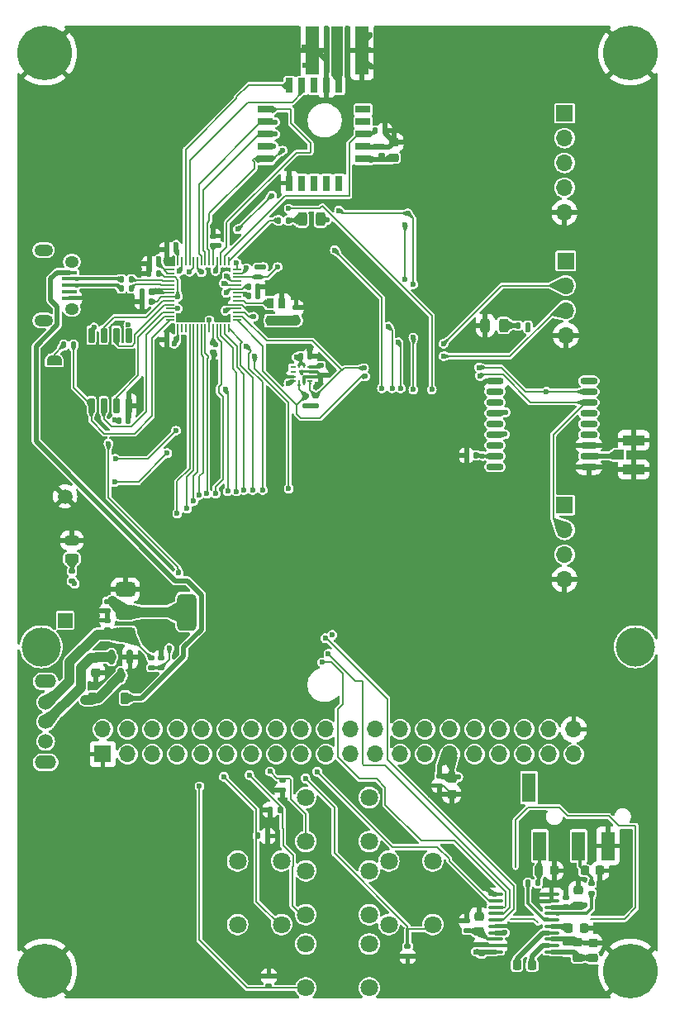
<source format=gbr>
%TF.GenerationSoftware,KiCad,Pcbnew,8.0.0*%
%TF.CreationDate,2024-04-01T11:56:58-07:00*%
%TF.ProjectId,recivier,72656369-7669-4657-922e-6b696361645f,rev?*%
%TF.SameCoordinates,Original*%
%TF.FileFunction,Copper,L1,Top*%
%TF.FilePolarity,Positive*%
%FSLAX46Y46*%
G04 Gerber Fmt 4.6, Leading zero omitted, Abs format (unit mm)*
G04 Created by KiCad (PCBNEW 8.0.0) date 2024-04-01 11:56:58*
%MOMM*%
%LPD*%
G01*
G04 APERTURE LIST*
G04 Aperture macros list*
%AMRoundRect*
0 Rectangle with rounded corners*
0 $1 Rounding radius*
0 $2 $3 $4 $5 $6 $7 $8 $9 X,Y pos of 4 corners*
0 Add a 4 corners polygon primitive as box body*
4,1,4,$2,$3,$4,$5,$6,$7,$8,$9,$2,$3,0*
0 Add four circle primitives for the rounded corners*
1,1,$1+$1,$2,$3*
1,1,$1+$1,$4,$5*
1,1,$1+$1,$6,$7*
1,1,$1+$1,$8,$9*
0 Add four rect primitives between the rounded corners*
20,1,$1+$1,$2,$3,$4,$5,0*
20,1,$1+$1,$4,$5,$6,$7,0*
20,1,$1+$1,$6,$7,$8,$9,0*
20,1,$1+$1,$8,$9,$2,$3,0*%
%AMFreePoly0*
4,1,19,0.500000,-0.750000,0.000000,-0.750000,0.000000,-0.744911,-0.071157,-0.744911,-0.207708,-0.704816,-0.327430,-0.627875,-0.420627,-0.520320,-0.479746,-0.390866,-0.500000,-0.250000,-0.500000,0.250000,-0.479746,0.390866,-0.420627,0.520320,-0.327430,0.627875,-0.207708,0.704816,-0.071157,0.744911,0.000000,0.744911,0.000000,0.750000,0.500000,0.750000,0.500000,-0.750000,0.500000,-0.750000,
$1*%
%AMFreePoly1*
4,1,19,0.000000,0.744911,0.071157,0.744911,0.207708,0.704816,0.327430,0.627875,0.420627,0.520320,0.479746,0.390866,0.500000,0.250000,0.500000,-0.250000,0.479746,-0.390866,0.420627,-0.520320,0.327430,-0.627875,0.207708,-0.704816,0.071157,-0.744911,0.000000,-0.744911,0.000000,-0.750000,-0.500000,-0.750000,-0.500000,0.750000,0.000000,0.750000,0.000000,0.744911,0.000000,0.744911,
$1*%
G04 Aperture macros list end*
%TA.AperFunction,SMDPad,CuDef*%
%ADD10RoundRect,0.135000X0.135000X0.185000X-0.135000X0.185000X-0.135000X-0.185000X0.135000X-0.185000X0*%
%TD*%
%TA.AperFunction,SMDPad,CuDef*%
%ADD11RoundRect,0.050000X0.050000X-0.387500X0.050000X0.387500X-0.050000X0.387500X-0.050000X-0.387500X0*%
%TD*%
%TA.AperFunction,SMDPad,CuDef*%
%ADD12RoundRect,0.050000X0.387500X-0.050000X0.387500X0.050000X-0.387500X0.050000X-0.387500X-0.050000X0*%
%TD*%
%TA.AperFunction,HeatsinkPad*%
%ADD13R,3.200000X3.200000*%
%TD*%
%TA.AperFunction,SMDPad,CuDef*%
%ADD14RoundRect,0.135000X-0.135000X-0.185000X0.135000X-0.185000X0.135000X0.185000X-0.135000X0.185000X0*%
%TD*%
%TA.AperFunction,SMDPad,CuDef*%
%ADD15RoundRect,0.140000X0.170000X-0.140000X0.170000X0.140000X-0.170000X0.140000X-0.170000X-0.140000X0*%
%TD*%
%TA.AperFunction,ComponentPad*%
%ADD16R,1.700000X1.700000*%
%TD*%
%TA.AperFunction,ComponentPad*%
%ADD17O,1.700000X1.700000*%
%TD*%
%TA.AperFunction,ComponentPad*%
%ADD18C,4.000000*%
%TD*%
%TA.AperFunction,SMDPad,CuDef*%
%ADD19RoundRect,0.100000X0.637500X0.100000X-0.637500X0.100000X-0.637500X-0.100000X0.637500X-0.100000X0*%
%TD*%
%TA.AperFunction,SMDPad,CuDef*%
%ADD20RoundRect,0.225000X-0.225000X-0.250000X0.225000X-0.250000X0.225000X0.250000X-0.225000X0.250000X0*%
%TD*%
%TA.AperFunction,SMDPad,CuDef*%
%ADD21RoundRect,0.140000X0.140000X0.170000X-0.140000X0.170000X-0.140000X-0.170000X0.140000X-0.170000X0*%
%TD*%
%TA.AperFunction,SMDPad,CuDef*%
%ADD22RoundRect,0.135000X0.185000X-0.135000X0.185000X0.135000X-0.185000X0.135000X-0.185000X-0.135000X0*%
%TD*%
%TA.AperFunction,ComponentPad*%
%ADD23C,5.600000*%
%TD*%
%TA.AperFunction,SMDPad,CuDef*%
%ADD24RoundRect,0.135000X-0.185000X0.135000X-0.185000X-0.135000X0.185000X-0.135000X0.185000X0.135000X0*%
%TD*%
%TA.AperFunction,SMDPad,CuDef*%
%ADD25RoundRect,0.225000X0.225000X0.250000X-0.225000X0.250000X-0.225000X-0.250000X0.225000X-0.250000X0*%
%TD*%
%TA.AperFunction,SMDPad,CuDef*%
%ADD26RoundRect,0.225000X0.250000X-0.225000X0.250000X0.225000X-0.250000X0.225000X-0.250000X-0.225000X0*%
%TD*%
%TA.AperFunction,ComponentPad*%
%ADD27C,1.800000*%
%TD*%
%TA.AperFunction,SMDPad,CuDef*%
%ADD28RoundRect,0.225000X-0.225000X-0.375000X0.225000X-0.375000X0.225000X0.375000X-0.225000X0.375000X0*%
%TD*%
%TA.AperFunction,SMDPad,CuDef*%
%ADD29RoundRect,0.140000X-0.170000X0.140000X-0.170000X-0.140000X0.170000X-0.140000X0.170000X0.140000X0*%
%TD*%
%TA.AperFunction,SMDPad,CuDef*%
%ADD30R,1.500000X0.800000*%
%TD*%
%TA.AperFunction,SMDPad,CuDef*%
%ADD31R,0.800000X1.500000*%
%TD*%
%TA.AperFunction,SMDPad,CuDef*%
%ADD32RoundRect,0.150000X-0.150000X0.587500X-0.150000X-0.587500X0.150000X-0.587500X0.150000X0.587500X0*%
%TD*%
%TA.AperFunction,SMDPad,CuDef*%
%ADD33R,0.500000X0.280000*%
%TD*%
%TA.AperFunction,SMDPad,CuDef*%
%ADD34R,0.280000X0.500000*%
%TD*%
%TA.AperFunction,SMDPad,CuDef*%
%ADD35RoundRect,0.225000X-0.250000X0.225000X-0.250000X-0.225000X0.250000X-0.225000X0.250000X0.225000X0*%
%TD*%
%TA.AperFunction,SMDPad,CuDef*%
%ADD36RoundRect,0.140000X-0.140000X-0.170000X0.140000X-0.170000X0.140000X0.170000X-0.140000X0.170000X0*%
%TD*%
%TA.AperFunction,SMDPad,CuDef*%
%ADD37R,1.400000X3.000000*%
%TD*%
%TA.AperFunction,SMDPad,CuDef*%
%ADD38RoundRect,0.243750X-0.243750X-0.456250X0.243750X-0.456250X0.243750X0.456250X-0.243750X0.456250X0*%
%TD*%
%TA.AperFunction,SMDPad,CuDef*%
%ADD39O,1.770000X0.700000*%
%TD*%
%TA.AperFunction,SMDPad,CuDef*%
%ADD40RoundRect,0.150000X0.150000X-0.650000X0.150000X0.650000X-0.150000X0.650000X-0.150000X-0.650000X0*%
%TD*%
%TA.AperFunction,SMDPad,CuDef*%
%ADD41FreePoly0,90.000000*%
%TD*%
%TA.AperFunction,SMDPad,CuDef*%
%ADD42FreePoly1,90.000000*%
%TD*%
%TA.AperFunction,SMDPad,CuDef*%
%ADD43R,1.200000X5.000000*%
%TD*%
%TA.AperFunction,SMDPad,CuDef*%
%ADD44R,1.400000X5.000000*%
%TD*%
%TA.AperFunction,SMDPad,CuDef*%
%ADD45R,1.600000X0.400000*%
%TD*%
%TA.AperFunction,ComponentPad*%
%ADD46O,1.400000X1.200000*%
%TD*%
%TA.AperFunction,ComponentPad*%
%ADD47O,1.900000X1.200000*%
%TD*%
%TA.AperFunction,SMDPad,CuDef*%
%ADD48R,0.800000X1.000000*%
%TD*%
%TA.AperFunction,SMDPad,CuDef*%
%ADD49RoundRect,0.375000X-0.625000X-0.375000X0.625000X-0.375000X0.625000X0.375000X-0.625000X0.375000X0*%
%TD*%
%TA.AperFunction,SMDPad,CuDef*%
%ADD50RoundRect,0.500000X-0.500000X-1.400000X0.500000X-1.400000X0.500000X1.400000X-0.500000X1.400000X0*%
%TD*%
%TA.AperFunction,SMDPad,CuDef*%
%ADD51RoundRect,0.243750X-0.456250X0.243750X-0.456250X-0.243750X0.456250X-0.243750X0.456250X0.243750X0*%
%TD*%
%TA.AperFunction,ComponentPad*%
%ADD52C,1.520000*%
%TD*%
%TA.AperFunction,ComponentPad*%
%ADD53O,2.200000X1.400000*%
%TD*%
%TA.AperFunction,SMDPad,CuDef*%
%ADD54R,1.050000X1.000000*%
%TD*%
%TA.AperFunction,SMDPad,CuDef*%
%ADD55R,2.200000X1.050000*%
%TD*%
%TA.AperFunction,ComponentPad*%
%ADD56R,1.500000X1.500000*%
%TD*%
%TA.AperFunction,ComponentPad*%
%ADD57C,1.500000*%
%TD*%
%TA.AperFunction,ViaPad*%
%ADD58C,0.600000*%
%TD*%
%TA.AperFunction,ViaPad*%
%ADD59C,1.000000*%
%TD*%
%TA.AperFunction,Conductor*%
%ADD60C,0.200000*%
%TD*%
%TA.AperFunction,Conductor*%
%ADD61C,0.500000*%
%TD*%
%TA.AperFunction,Conductor*%
%ADD62C,0.300000*%
%TD*%
%TA.AperFunction,Conductor*%
%ADD63C,1.000000*%
%TD*%
G04 APERTURE END LIST*
D10*
%TO.P,R7,1*%
%TO.N,/PPS*%
X52505200Y69114800D03*
%TO.P,R7,2*%
%TO.N,Net-(D1-A)*%
X51485200Y69114800D03*
%TD*%
D11*
%TO.P,U3,1,IOVDD*%
%TO.N,+3.3VA*%
X16642000Y68817100D03*
%TO.P,U3,2,GPIO0*%
%TO.N,unconnected-(U3-GPIO0-Pad2)*%
X17042000Y68817100D03*
%TO.P,U3,3,GPIO1*%
%TO.N,unconnected-(U3-GPIO1-Pad3)*%
X17442000Y68817100D03*
%TO.P,U3,4,GPIO2*%
%TO.N,/BUTTON5*%
X17842000Y68817100D03*
%TO.P,U3,5,GPIO3*%
%TO.N,/BUTTON2*%
X18242000Y68817100D03*
%TO.P,U3,6,GPIO4*%
%TO.N,/BUTTON3*%
X18642000Y68817100D03*
%TO.P,U3,7,GPIO5*%
%TO.N,/BUTTON1*%
X19042000Y68817100D03*
%TO.P,U3,8,GPIO6*%
%TO.N,/BUTTON4*%
X19442000Y68817100D03*
%TO.P,U3,9,GPIO7*%
%TO.N,/BCK*%
X19842000Y68817100D03*
%TO.P,U3,10,IOVDD*%
%TO.N,+3.3VA*%
X20242000Y68817100D03*
%TO.P,U3,11,GPIO8*%
%TO.N,/SCK*%
X20642000Y68817100D03*
%TO.P,U3,12,GPIO9*%
%TO.N,/DIN*%
X21042000Y68817100D03*
%TO.P,U3,13,GPIO10*%
%TO.N,/LRCK*%
X21442000Y68817100D03*
%TO.P,U3,14,GPIO11*%
%TO.N,/LCD RST*%
X21842000Y68817100D03*
D12*
%TO.P,U3,15,GPIO12*%
%TO.N,/SDA*%
X22679500Y69654600D03*
%TO.P,U3,16,GPIO13*%
%TO.N,/SCL*%
X22679500Y70054600D03*
%TO.P,U3,17,GPIO14*%
%TO.N,/LCD CS*%
X22679500Y70454600D03*
%TO.P,U3,18,GPIO15*%
%TO.N,/LCD D{slash}C*%
X22679500Y70854600D03*
%TO.P,U3,19,TESTEN*%
%TO.N,GND*%
X22679500Y71254600D03*
%TO.P,U3,20,XIN*%
%TO.N,/XIN*%
X22679500Y71654600D03*
%TO.P,U3,21,XOUT*%
%TO.N,unconnected-(U3-XOUT-Pad21)*%
X22679500Y72054600D03*
%TO.P,U3,22,IOVDD*%
%TO.N,+3.3VA*%
X22679500Y72454600D03*
%TO.P,U3,23,DVDD*%
%TO.N,+1V1*%
X22679500Y72854600D03*
%TO.P,U3,24,SWCLK*%
%TO.N,/SWCLK*%
X22679500Y73254600D03*
%TO.P,U3,25,SWD*%
%TO.N,/SWD*%
X22679500Y73654600D03*
%TO.P,U3,26,RUN*%
%TO.N,/RUN*%
X22679500Y74054600D03*
%TO.P,U3,27,GPIO16*%
%TO.N,/UART0 TX*%
X22679500Y74454600D03*
%TO.P,U3,28,GPIO17*%
%TO.N,/UART0 RX*%
X22679500Y74854600D03*
D11*
%TO.P,U3,29,GPIO18*%
%TO.N,/LEDINDICATION*%
X21842000Y75692100D03*
%TO.P,U3,30,GPIO19*%
%TO.N,/SX RST*%
X21442000Y75692100D03*
%TO.P,U3,31,GPIO20*%
%TO.N,/BUSY*%
X21042000Y75692100D03*
%TO.P,U3,32,GPIO21*%
%TO.N,/SX CS*%
X20642000Y75692100D03*
%TO.P,U3,33,IOVDD*%
%TO.N,+3.3VA*%
X20242000Y75692100D03*
%TO.P,U3,34,GPIO22*%
%TO.N,/SCLK*%
X19842000Y75692100D03*
%TO.P,U3,35,GPIO23*%
%TO.N,/MOSI*%
X19442000Y75692100D03*
%TO.P,U3,36,GPIO24*%
%TO.N,/MISO*%
X19042000Y75692100D03*
%TO.P,U3,37,GPIO25*%
%TO.N,/LCD {slash}WR*%
X18642000Y75692100D03*
%TO.P,U3,38,GPIO26_ADC0*%
%TO.N,/SD_CS*%
X18242000Y75692100D03*
%TO.P,U3,39,GPIO27_ADC1*%
%TO.N,/TXEN*%
X17842000Y75692100D03*
%TO.P,U3,40,GPIO28_ADC2*%
%TO.N,/RXEN*%
X17442000Y75692100D03*
%TO.P,U3,41,GPIO29_ADC3*%
%TO.N,/BATT SENSE*%
X17042000Y75692100D03*
%TO.P,U3,42,IOVDD*%
%TO.N,+3.3VA*%
X16642000Y75692100D03*
D12*
%TO.P,U3,43,ADC_AVDD*%
X15804500Y74854600D03*
%TO.P,U3,44,VREG_IN*%
X15804500Y74454600D03*
%TO.P,U3,45,VREG_VOUT*%
%TO.N,+1V1*%
X15804500Y74054600D03*
%TO.P,U3,46,USB_DM*%
%TO.N,/RP USB_D-*%
X15804500Y73654600D03*
%TO.P,U3,47,USB_DP*%
%TO.N,/RP USB_D+*%
X15804500Y73254600D03*
%TO.P,U3,48,USB_VDD*%
%TO.N,+3.3VA*%
X15804500Y72854600D03*
%TO.P,U3,49,IOVDD*%
X15804500Y72454600D03*
%TO.P,U3,50,DVDD*%
%TO.N,+1V1*%
X15804500Y72054600D03*
%TO.P,U3,51,QSPI_SD3*%
%TO.N,/QSPI_SD3*%
X15804500Y71654600D03*
%TO.P,U3,52,QSPI_SCLK*%
%TO.N,/QSPI_SCLK*%
X15804500Y71254600D03*
%TO.P,U3,53,QSPI_SD0*%
%TO.N,/QSPI_SDO*%
X15804500Y70854600D03*
%TO.P,U3,54,QSPI_SD2*%
%TO.N,/QSPI_SD2*%
X15804500Y70454600D03*
%TO.P,U3,55,QSPI_SD1*%
%TO.N,/QSPI_SD1*%
X15804500Y70054600D03*
%TO.P,U3,56,QSPI_SS*%
%TO.N,/QSPI_SS*%
X15804500Y69654600D03*
D13*
%TO.P,U3,57,GND*%
%TO.N,GND*%
X19242000Y72254600D03*
%TD*%
D14*
%TO.P,R11,1*%
%TO.N,/BUTTON2*%
X24817200Y16816200D03*
%TO.P,R11,2*%
%TO.N,GND*%
X25837200Y16816200D03*
%TD*%
D15*
%TO.P,C24,1*%
%TO.N,+3.3VA*%
X56422800Y9577200D03*
%TO.P,C24,2*%
%TO.N,GND*%
X56422800Y10537200D03*
%TD*%
D16*
%TO.P,D5,1,GND*%
%TO.N,GND*%
X8942200Y25198200D03*
D17*
%TO.P,D5,2,VDD*%
%TO.N,+3.3VA*%
X8942200Y27738200D03*
%TO.P,D5,3,DB0*%
%TO.N,unconnected-(D5-DB0-Pad3)*%
X11482200Y25198200D03*
%TO.P,D5,4,DB1*%
%TO.N,unconnected-(D5-DB1-Pad4)*%
X11482200Y27738200D03*
%TO.P,D5,5,DB2*%
%TO.N,unconnected-(D5-DB2-Pad5)*%
X14022200Y25198200D03*
%TO.P,D5,6,DB3*%
%TO.N,unconnected-(D5-DB3-Pad6)*%
X14022200Y27738200D03*
%TO.P,D5,7,DB4*%
%TO.N,unconnected-(D5-DB4-Pad7)*%
X16562200Y25198200D03*
%TO.P,D5,8,DB5*%
%TO.N,unconnected-(D5-DB5-Pad8)*%
X16562200Y27738200D03*
%TO.P,D5,9,DB6*%
%TO.N,unconnected-(D5-DB6-Pad9)*%
X19102200Y25198200D03*
%TO.P,D5,10,DB7*%
%TO.N,unconnected-(D5-DB7-Pad10)*%
X19102200Y27738200D03*
%TO.P,D5,11,DB8*%
%TO.N,unconnected-(D5-DB8-Pad11)*%
X21642200Y25198200D03*
%TO.P,D5,12,DB9*%
%TO.N,unconnected-(D5-DB9-Pad12)*%
X21642200Y27738200D03*
%TO.P,D5,13,DB10*%
%TO.N,unconnected-(D5-DB10-Pad13)*%
X24182200Y25198200D03*
%TO.P,D5,14,DB11*%
%TO.N,unconnected-(D5-DB11-Pad14)*%
X24182200Y27738200D03*
%TO.P,D5,15,DB12*%
%TO.N,unconnected-(D5-DB12-Pad15)*%
X26722200Y25198200D03*
%TO.P,D5,16,DB13*%
%TO.N,unconnected-(D5-DB13-Pad16)*%
X26722200Y27738200D03*
%TO.P,D5,17,DB14*%
%TO.N,unconnected-(D5-DB14-Pad17)*%
X29262200Y25198200D03*
%TO.P,D5,18,DB15*%
%TO.N,unconnected-(D5-DB15-Pad18)*%
X29262200Y27738200D03*
%TO.P,D5,19,NC*%
%TO.N,unconnected-(D5-NC-Pad19)*%
X31802200Y25198200D03*
%TO.P,D5,20,NC*%
%TO.N,unconnected-(D5-NC-Pad20)*%
X31802200Y27738200D03*
%TO.P,D5,21,RESET*%
%TO.N,/LCD RST*%
X34342200Y25198200D03*
%TO.P,D5,22,TE*%
%TO.N,unconnected-(D5-TE-Pad22)*%
X34342200Y27738200D03*
%TO.P,D5,23,LCD_/CS*%
%TO.N,/LCD CS*%
X36882200Y25198200D03*
%TO.P,D5,24,D/C(SCL)*%
%TO.N,/LCD D{slash}C*%
X36882200Y27738200D03*
%TO.P,D5,25,/WR(D/C)*%
%TO.N,/LCD {slash}WR*%
X39422200Y25198200D03*
%TO.P,D5,26,/RD*%
%TO.N,unconnected-(D5-{slash}RD-Pad26)*%
X39422200Y27738200D03*
%TO.P,D5,27,LCD_SDI*%
%TO.N,/MOSI*%
X41962200Y25198200D03*
%TO.P,D5,28,LCD_SDO*%
%TO.N,/MISO*%
X41962200Y27738200D03*
%TO.P,D5,29,BL_ON/OFF*%
%TO.N,+3.3VA*%
X44502200Y25198200D03*
%TO.P,D5,30,TP_/CS*%
%TO.N,unconnected-(D5-TP_{slash}CS-Pad30)*%
X44502200Y27738200D03*
%TO.P,D5,31,/TP_PEN*%
%TO.N,unconnected-(D5-{slash}TP_PEN-Pad31)*%
X47042200Y25198200D03*
%TO.P,D5,32,SDO*%
%TO.N,/MISO*%
X47042200Y27738200D03*
%TO.P,D5,33,SCLK*%
%TO.N,/SCLK*%
X49582200Y25198200D03*
%TO.P,D5,34,SDI*%
%TO.N,/MOSI*%
X49582200Y27738200D03*
%TO.P,D5,35,SD_/CS*%
%TO.N,/SD_CS*%
X52122200Y25198200D03*
%TO.P,D5,36,FONT_/CS*%
%TO.N,unconnected-(D5-FONT_{slash}CS-Pad36)*%
X52122200Y27738200D03*
%TO.P,D5,37,FLASH_/CS*%
%TO.N,unconnected-(D5-FLASH_{slash}CS-Pad37)*%
X54662200Y25198200D03*
%TO.P,D5,38,FLASH_/WP*%
%TO.N,unconnected-(D5-FLASH_{slash}WP-Pad38)*%
X54662200Y27738200D03*
%TO.P,D5,39,FLASH_HOLD*%
%TO.N,unconnected-(D5-FLASH_HOLD-Pad39)*%
X57202200Y25198200D03*
%TO.P,D5,40,GND*%
%TO.N,GND*%
X57202200Y27738200D03*
D18*
%TO.P,D5,41*%
%TO.N,N/C*%
X2622200Y36198200D03*
X63522200Y36198200D03*
%TD*%
D19*
%TO.P,U5,1,CPVDD*%
%TO.N,+3.3VA*%
X54924200Y4955600D03*
%TO.P,U5,2,CAPP*%
%TO.N,Net-(U5-CAPP)*%
X54924200Y5605600D03*
%TO.P,U5,3,CPGND*%
%TO.N,GND*%
X54924200Y6255600D03*
%TO.P,U5,4,CAPM*%
%TO.N,Net-(U5-CAPM)*%
X54924200Y6905600D03*
%TO.P,U5,5,VNEG*%
%TO.N,Net-(U5-VNEG)*%
X54924200Y7555600D03*
%TO.P,U5,6,OUTL*%
%TO.N,Net-(U5-OUTL)*%
X54924200Y8205600D03*
%TO.P,U5,7,OUTR*%
%TO.N,Net-(U5-OUTR)*%
X54924200Y8855600D03*
%TO.P,U5,8,AVDD*%
%TO.N,+3.3VA*%
X54924200Y9505600D03*
%TO.P,U5,9,AGND*%
%TO.N,GND*%
X54924200Y10155600D03*
%TO.P,U5,10,DEMP*%
X54924200Y10805600D03*
%TO.P,U5,11,FLT*%
X49199200Y10805600D03*
%TO.P,U5,12,SCK*%
%TO.N,/SCK*%
X49199200Y10155600D03*
%TO.P,U5,13,BCK*%
%TO.N,/BCK*%
X49199200Y9505600D03*
%TO.P,U5,14,DIN*%
%TO.N,/DIN*%
X49199200Y8855600D03*
%TO.P,U5,15,LRCK*%
%TO.N,/LRCK*%
X49199200Y8205600D03*
%TO.P,U5,16,FMT*%
%TO.N,GND*%
X49199200Y7555600D03*
%TO.P,U5,17,XSMT*%
%TO.N,+3.3VA*%
X49199200Y6905600D03*
%TO.P,U5,18,LDOO*%
%TO.N,Net-(U5-LDOO)*%
X49199200Y6255600D03*
%TO.P,U5,19,DGND*%
%TO.N,GND*%
X49199200Y5605600D03*
%TO.P,U5,20,DVDD*%
%TO.N,+3.3VA*%
X49199200Y4955600D03*
%TD*%
D10*
%TO.P,R1,1*%
%TO.N,/QSPI_SS*%
X5949000Y67108200D03*
%TO.P,R1,2*%
%TO.N,/BOOTSEL*%
X4929000Y67108200D03*
%TD*%
D20*
%TO.P,C30,1*%
%TO.N,/AUDIOOUT R*%
X58332200Y13260200D03*
%TO.P,C30,2*%
%TO.N,GND*%
X59882200Y13260200D03*
%TD*%
D10*
%TO.P,R12,1*%
%TO.N,/BUTTON3*%
X27105200Y19483200D03*
%TO.P,R12,2*%
%TO.N,GND*%
X26085200Y19483200D03*
%TD*%
D21*
%TO.P,C9,1*%
%TO.N,+3.3VA*%
X13892600Y72543800D03*
%TO.P,C9,2*%
%TO.N,GND*%
X12932600Y72543800D03*
%TD*%
D22*
%TO.P,R10,1*%
%TO.N,/BUTTON5*%
X25958200Y1447200D03*
%TO.P,R10,2*%
%TO.N,GND*%
X25958200Y2467200D03*
%TD*%
D23*
%TO.P,H1,1,1*%
%TO.N,GND*%
X3000000Y97000000D03*
%TD*%
D24*
%TO.P,R17,1*%
%TO.N,+BATT*%
X13920600Y35078800D03*
%TO.P,R17,2*%
%TO.N,/BATT SENSE*%
X13920600Y34058800D03*
%TD*%
D25*
%TO.P,C20,1*%
%TO.N,Net-(U5-CAPP)*%
X52930600Y3557400D03*
%TO.P,C20,2*%
%TO.N,Net-(U5-CAPM)*%
X51380600Y3557400D03*
%TD*%
D26*
%TO.P,C22,1*%
%TO.N,Net-(U5-LDOO)*%
X47474000Y7016400D03*
%TO.P,C22,2*%
%TO.N,GND*%
X47474000Y8566400D03*
%TD*%
D27*
%TO.P,SW5,1,1*%
%TO.N,+3.3VA*%
X29750000Y5750000D03*
%TO.P,SW5,2,2*%
%TO.N,unconnected-(SW5-Pad2)*%
X36250000Y5750000D03*
%TO.P,SW5,3,3*%
%TO.N,/BUTTON5*%
X29750000Y1250000D03*
%TO.P,SW5,4,4*%
%TO.N,unconnected-(SW5-Pad4)*%
X36250000Y1250000D03*
%TD*%
D26*
%TO.P,C25,1*%
%TO.N,+3.3VA*%
X57642000Y9691200D03*
%TO.P,C25,2*%
%TO.N,GND*%
X57642000Y11241200D03*
%TD*%
D15*
%TO.P,C10,1*%
%TO.N,+3.3VA*%
X20245200Y77319000D03*
%TO.P,C10,2*%
%TO.N,GND*%
X20245200Y78279000D03*
%TD*%
%TO.P,C34,1*%
%TO.N,+BATT*%
X9374000Y37951600D03*
%TO.P,C34,2*%
%TO.N,GND*%
X9374000Y38911600D03*
%TD*%
D16*
%TO.P,J4,1,Pin_1*%
%TO.N,+3.3VA*%
X56256200Y50715200D03*
D17*
%TO.P,J4,2,Pin_2*%
%TO.N,/SDA*%
X56256200Y48175200D03*
%TO.P,J4,3,Pin_3*%
%TO.N,/SCL*%
X56256200Y45635200D03*
%TO.P,J4,4,Pin_4*%
%TO.N,GND*%
X56256200Y43095200D03*
%TD*%
D24*
%TO.P,R16,1*%
%TO.N,GND*%
X14885800Y35080800D03*
%TO.P,R16,2*%
%TO.N,/BATT SENSE*%
X14885800Y34060800D03*
%TD*%
D10*
%TO.P,R3,1*%
%TO.N,/RP USB_D-*%
X11865200Y73864600D03*
%TO.P,R3,2*%
%TO.N,/USB_D-*%
X10845200Y73864600D03*
%TD*%
D27*
%TO.P,SW1,1,1*%
%TO.N,+3.3VA*%
X29750000Y20750000D03*
%TO.P,SW1,2,2*%
%TO.N,unconnected-(SW1-Pad2)*%
X36250000Y20750000D03*
%TO.P,SW1,3,3*%
%TO.N,/BUTTON1*%
X29750000Y16250000D03*
%TO.P,SW1,4,4*%
%TO.N,unconnected-(SW1-Pad4)*%
X36250000Y16250000D03*
%TD*%
D28*
%TO.P,D3,1,K*%
%TO.N,Net-(BT1-+)*%
X7927200Y30938600D03*
%TO.P,D3,2,A*%
%TO.N,VBUS*%
X11227200Y30938600D03*
%TD*%
D14*
%TO.P,R2,1*%
%TO.N,/USB_D+*%
X10845200Y72899400D03*
%TO.P,R2,2*%
%TO.N,/RP USB_D+*%
X11865200Y72899400D03*
%TD*%
D29*
%TO.P,C33,1*%
%TO.N,Net-(U7-C1)*%
X31289900Y64997400D03*
%TO.P,C33,2*%
%TO.N,GND*%
X31289900Y64037400D03*
%TD*%
D24*
%TO.P,R4,1*%
%TO.N,+3.3VA*%
X24844600Y75085800D03*
%TO.P,R4,2*%
%TO.N,/RUN*%
X24844600Y74065800D03*
%TD*%
D30*
%TO.P,U1,1,VCC*%
%TO.N,+3.3VA*%
X35612200Y86158200D03*
%TO.P,U1,2,GND*%
%TO.N,GND*%
X35612200Y87428200D03*
%TO.P,U1,3,NRST*%
%TO.N,/SX RST*%
X35612200Y88698200D03*
%TO.P,U1,4,NC*%
%TO.N,unconnected-(U1-NC-Pad4)*%
X35612200Y89968200D03*
%TO.P,U1,5,NC*%
%TO.N,unconnected-(U1-NC-Pad5)*%
X35612200Y91238200D03*
D31*
%TO.P,U1,6,ANT*%
%TO.N,Net-(AE1-A)*%
X33152200Y93698200D03*
%TO.P,U1,7,GND*%
%TO.N,GND*%
X31882200Y93698200D03*
%TO.P,U1,8,NC*%
%TO.N,unconnected-(U1-NC-Pad8)*%
X30612200Y93698200D03*
%TO.P,U1,9,TXEN*%
%TO.N,/TXEN*%
X29342200Y93698200D03*
%TO.P,U1,10,RXEN*%
%TO.N,/RXEN*%
X28072200Y93698200D03*
D30*
%TO.P,U1,11,BUSY*%
%TO.N,/BUSY*%
X25612200Y91238200D03*
%TO.P,U1,12,MISO*%
%TO.N,/MISO*%
X25612200Y89968200D03*
%TO.P,U1,13,MOSI*%
%TO.N,/MOSI*%
X25612200Y88698200D03*
%TO.P,U1,14,NSS*%
%TO.N,/SX CS*%
X25612200Y87428200D03*
%TO.P,U1,15,SCK*%
%TO.N,/SCLK*%
X25612200Y86158200D03*
D31*
%TO.P,U1,16,GND*%
%TO.N,GND*%
X28072200Y83698200D03*
%TO.P,U1,17,NC*%
%TO.N,unconnected-(U1-NC-Pad17)*%
X29342200Y83698200D03*
%TO.P,U1,18,DIO3*%
%TO.N,unconnected-(U1-DIO3-Pad18)*%
X30612200Y83698200D03*
%TO.P,U1,19,DIO2*%
%TO.N,unconnected-(U1-DIO2-Pad19)*%
X31882200Y83698200D03*
%TO.P,U1,20,DIO1*%
%TO.N,unconnected-(U1-DIO1-Pad20)*%
X33152200Y83698200D03*
%TD*%
D23*
%TO.P,H4,1,1*%
%TO.N,GND*%
X63000000Y3000000D03*
%TD*%
D15*
%TO.P,C2,1*%
%TO.N,+3.3VA*%
X37517200Y86539200D03*
%TO.P,C2,2*%
%TO.N,GND*%
X37517200Y87499200D03*
%TD*%
D16*
%TO.P,J10,1,Pin_1*%
%TO.N,+3.3VA*%
X56256200Y90852200D03*
D17*
%TO.P,J10,2,Pin_2*%
%TO.N,/SCLK*%
X56256200Y88312200D03*
%TO.P,J10,3,Pin_3*%
%TO.N,/MISO*%
X56256200Y85772200D03*
%TO.P,J10,4,Pin_4*%
%TO.N,/MOSI*%
X56256200Y83232200D03*
%TO.P,J10,5,Pin_5*%
%TO.N,GND*%
X56256200Y80692200D03*
%TD*%
D27*
%TO.P,SW3,1,1*%
%TO.N,+3.3VA*%
X29750000Y13250000D03*
%TO.P,SW3,2,2*%
%TO.N,unconnected-(SW3-Pad2)*%
X36250000Y13250000D03*
%TO.P,SW3,3,3*%
%TO.N,/BUTTON3*%
X29750000Y8750000D03*
%TO.P,SW3,4,4*%
%TO.N,unconnected-(SW3-Pad4)*%
X36250000Y8750000D03*
%TD*%
D32*
%TO.P,Q1,1,G*%
%TO.N,GND*%
X11735100Y35152700D03*
%TO.P,Q1,2,S*%
%TO.N,Net-(Q1-S)*%
X9835100Y35152700D03*
%TO.P,Q1,3,D*%
%TO.N,Net-(BT1-+)*%
X10785100Y33277700D03*
%TD*%
D33*
%TO.P,U7,1,SCL/SPC*%
%TO.N,/SCL*%
X30188700Y63386400D03*
%TO.P,U7,2,Res*%
%TO.N,GND*%
X30188700Y63886400D03*
%TO.P,U7,3,GND*%
X30188700Y64386400D03*
%TO.P,U7,4,C1*%
%TO.N,Net-(U7-C1)*%
X30188700Y64886400D03*
D34*
%TO.P,U7,5,Vdd*%
%TO.N,+3.3VA*%
X29558700Y65016400D03*
%TO.P,U7,6,Vdd_IO*%
X29058700Y65016400D03*
D33*
%TO.P,U7,7,INT*%
%TO.N,unconnected-(U7-INT-Pad7)*%
X28428700Y64886400D03*
%TO.P,U7,8,DRDY*%
%TO.N,unconnected-(U7-DRDY-Pad8)*%
X28428700Y64386400D03*
%TO.P,U7,9,SD0/SA1*%
%TO.N,GND*%
X28428700Y63886400D03*
%TO.P,U7,10,CS*%
%TO.N,+3.3VA*%
X28428700Y63386400D03*
D34*
%TO.P,U7,11,SDA/SDI/SDO*%
%TO.N,/SDA*%
X29058700Y63256400D03*
%TO.P,U7,12,Res*%
%TO.N,GND*%
X29558700Y63256400D03*
%TD*%
D21*
%TO.P,C14,1*%
%TO.N,+3.3VA*%
X16453900Y67628600D03*
%TO.P,C14,2*%
%TO.N,GND*%
X15493900Y67628600D03*
%TD*%
D29*
%TO.P,C12,1*%
%TO.N,+3.3VA*%
X20245200Y67359600D03*
%TO.P,C12,2*%
%TO.N,GND*%
X20245200Y66399600D03*
%TD*%
D15*
%TO.P,C23,1*%
%TO.N,Net-(U5-LDOO)*%
X46229400Y7144000D03*
%TO.P,C23,2*%
%TO.N,GND*%
X46229400Y8104000D03*
%TD*%
D35*
%TO.P,C35,1*%
%TO.N,Net-(Q1-S)*%
X8205600Y35091800D03*
%TO.P,C35,2*%
%TO.N,GND*%
X8205600Y33541800D03*
%TD*%
D29*
%TO.P,C36,1*%
%TO.N,+3.3VA*%
X9374000Y40842000D03*
%TO.P,C36,2*%
%TO.N,GND*%
X9374000Y39882000D03*
%TD*%
D36*
%TO.P,C32,1*%
%TO.N,+3.3VA*%
X29214000Y65990600D03*
%TO.P,C32,2*%
%TO.N,GND*%
X30174000Y65990600D03*
%TD*%
D14*
%TO.P,R15,1*%
%TO.N,/LEDINDICATION*%
X26950800Y79884400D03*
%TO.P,R15,2*%
%TO.N,Net-(D4-K)*%
X27970800Y79884400D03*
%TD*%
D37*
%TO.P,J8,R1*%
%TO.N,/AUDIOOUT R*%
X57708200Y15797400D03*
%TO.P,J8,R2*%
%TO.N,GND*%
X60708200Y15797400D03*
%TO.P,J8,S*%
%TO.N,unconnected-(J8-PadS)*%
X52608200Y21797400D03*
%TO.P,J8,T*%
%TO.N,/AUDIOOUT L*%
X53708200Y15797400D03*
%TD*%
D21*
%TO.P,C8,1*%
%TO.N,+1V1*%
X14631800Y74448800D03*
%TO.P,C8,2*%
%TO.N,GND*%
X13671800Y74448800D03*
%TD*%
D38*
%TO.P,D4,1,K*%
%TO.N,Net-(D4-K)*%
X29368100Y79986000D03*
%TO.P,D4,2,A*%
%TO.N,+3.3VA*%
X31243100Y79986000D03*
%TD*%
D39*
%TO.P,U6,1,GND*%
%TO.N,GND*%
X49125000Y63440800D03*
%TO.P,U6,2,TXD*%
%TO.N,unconnected-(U6-TXD-Pad2)*%
X49125000Y62340800D03*
%TO.P,U6,3,RXD*%
%TO.N,unconnected-(U6-RXD-Pad3)*%
X49125000Y61240800D03*
%TO.P,U6,4,1PPS*%
%TO.N,/PPS*%
X49125000Y60140800D03*
%TO.P,U6,5,ON/OFF*%
%TO.N,unconnected-(U6-ON{slash}OFF-Pad5)*%
X49125000Y59040800D03*
%TO.P,U6,6,VBAT*%
%TO.N,+3.3VA*%
X49125000Y57940800D03*
%TO.P,U6,7,NC*%
%TO.N,unconnected-(U6-NC-Pad7)*%
X49125000Y56840800D03*
%TO.P,U6,8,VCC*%
%TO.N,+3.3VA*%
X49125000Y55740800D03*
%TO.P,U6,9,NRESET*%
%TO.N,unconnected-(U6-NRESET-Pad9)*%
X49125000Y54640800D03*
%TO.P,U6,10,GND*%
%TO.N,GND*%
X58745000Y54640800D03*
%TO.P,U6,11,RF_IN*%
%TO.N,/ANT*%
X58745000Y55740800D03*
%TO.P,U6,12,GND*%
%TO.N,GND*%
X58745000Y56840800D03*
%TO.P,U6,13,NC*%
%TO.N,unconnected-(U6-NC-Pad13)*%
X58745000Y57940800D03*
%TO.P,U6,14,VCC_RF*%
%TO.N,unconnected-(U6-VCC_RF-Pad14)*%
X58745000Y59040800D03*
%TO.P,U6,15,Reserved*%
%TO.N,unconnected-(U6-Reserved-Pad15)*%
X58745000Y60140800D03*
%TO.P,U6,16,SDA*%
%TO.N,/SDA*%
X58745000Y61240800D03*
%TO.P,U6,17,SCL*%
%TO.N,/SCL*%
X58745000Y62340800D03*
%TO.P,U6,18,Reserved*%
%TO.N,unconnected-(U6-Reserved-Pad18)*%
X58745000Y63440800D03*
%TD*%
D22*
%TO.P,R9,1*%
%TO.N,Net-(U5-OUTR)*%
X59026600Y10921400D03*
%TO.P,R9,2*%
%TO.N,/AUDIOOUT R*%
X59026600Y11941400D03*
%TD*%
D40*
%TO.P,U2,1,~{CS}*%
%TO.N,/QSPI_SS*%
X7773800Y60917400D03*
%TO.P,U2,2,DO(IO1)*%
%TO.N,/QSPI_SD1*%
X9043800Y60917400D03*
%TO.P,U2,3,IO2*%
%TO.N,/QSPI_SD2*%
X10313800Y60917400D03*
%TO.P,U2,4,GND*%
%TO.N,GND*%
X11583800Y60917400D03*
%TO.P,U2,5,DI(IO0)*%
%TO.N,/QSPI_SDO*%
X11583800Y68117400D03*
%TO.P,U2,6,CLK*%
%TO.N,/QSPI_SCLK*%
X10313800Y68117400D03*
%TO.P,U2,7,IO3*%
%TO.N,/QSPI_SD3*%
X9043800Y68117400D03*
%TO.P,U2,8,VCC*%
%TO.N,+3.3VA*%
X7773800Y68117400D03*
%TD*%
D15*
%TO.P,C26,1*%
%TO.N,+3.3VA*%
X56397400Y4880800D03*
%TO.P,C26,2*%
%TO.N,GND*%
X56397400Y5840800D03*
%TD*%
D26*
%TO.P,C29,1*%
%TO.N,+3.3VA*%
X59166600Y4306400D03*
%TO.P,C29,2*%
%TO.N,GND*%
X59166600Y5856400D03*
%TD*%
D41*
%TO.P,J3,1,Pin_1*%
%TO.N,GND*%
X3963800Y64263400D03*
D42*
%TO.P,J3,2,Pin_2*%
%TO.N,/BOOTSEL*%
X3963800Y65563400D03*
%TD*%
D23*
%TO.P,H2,1,1*%
%TO.N,GND*%
X63000000Y97000000D03*
%TD*%
D36*
%TO.P,C6,1*%
%TO.N,+1V1*%
X23877400Y73102600D03*
%TO.P,C6,2*%
%TO.N,GND*%
X24837400Y73102600D03*
%TD*%
D24*
%TO.P,R13,1*%
%TO.N,/BUTTON1*%
X27357200Y22533200D03*
%TO.P,R13,2*%
%TO.N,GND*%
X27357200Y21513200D03*
%TD*%
D23*
%TO.P,H3,1,1*%
%TO.N,GND*%
X3000000Y3000000D03*
%TD*%
D22*
%TO.P,R5,1*%
%TO.N,+3.3VA*%
X29770200Y60855800D03*
%TO.P,R5,2*%
%TO.N,/SDA*%
X29770200Y61875800D03*
%TD*%
D14*
%TO.P,R20,1*%
%TO.N,Net-(U5-OUTL)*%
X52501200Y11990200D03*
%TO.P,R20,2*%
%TO.N,/AUDIOOUT L*%
X53521200Y11990200D03*
%TD*%
D20*
%TO.P,C21,1*%
%TO.N,Net-(U5-VNEG)*%
X56689200Y7367400D03*
%TO.P,C21,2*%
%TO.N,GND*%
X58239200Y7367400D03*
%TD*%
D43*
%TO.P,AE1,1,A*%
%TO.N,Net-(AE1-A)*%
X32945200Y97252700D03*
D44*
%TO.P,AE1,2,Shield*%
%TO.N,GND*%
X30395200Y97252700D03*
X35495200Y97252700D03*
%TD*%
D26*
%TO.P,C27,1*%
%TO.N,+3.3VA*%
X57591200Y4344200D03*
%TO.P,C27,2*%
%TO.N,GND*%
X57591200Y5894200D03*
%TD*%
D38*
%TO.P,D1,1,K*%
%TO.N,GND*%
X48139300Y69130000D03*
%TO.P,D1,2,A*%
%TO.N,Net-(D1-A)*%
X50014300Y69130000D03*
%TD*%
D36*
%TO.P,C1,1*%
%TO.N,/SX RST*%
X36859400Y89076600D03*
%TO.P,C1,2*%
%TO.N,GND*%
X37819400Y89076600D03*
%TD*%
D21*
%TO.P,C7,1*%
%TO.N,+1V1*%
X13918000Y71578600D03*
%TO.P,C7,2*%
%TO.N,GND*%
X12958000Y71578600D03*
%TD*%
D24*
%TO.P,R8,1*%
%TO.N,/BUTTON4*%
X40182200Y5515200D03*
%TO.P,R8,2*%
%TO.N,GND*%
X40182200Y4495200D03*
%TD*%
D45*
%TO.P,J1,1,VBUS*%
%TO.N,VBUS*%
X5519400Y74529600D03*
%TO.P,J1,2,D-*%
%TO.N,/USB_D-*%
X5519400Y73879600D03*
%TO.P,J1,3,D+*%
%TO.N,/USB_D+*%
X5519400Y73229600D03*
%TO.P,J1,4,ID*%
%TO.N,unconnected-(J1-ID-Pad4)*%
X5519400Y72579600D03*
%TO.P,J1,5,GND*%
%TO.N,GND*%
X5529400Y71929600D03*
D46*
%TO.P,J1,6,Shield*%
%TO.N,unconnected-(J1-Shield-Pad6)*%
X5769400Y70809600D03*
%TO.P,J1,7*%
%TO.N,N/C*%
X5769400Y75649600D03*
D47*
%TO.P,J1,8*%
X2869400Y76829600D03*
%TO.P,J1,9*%
X2869400Y69629600D03*
%TD*%
D48*
%TO.P,X1,1,OE/NC*%
%TO.N,+3.3VA*%
X27296800Y69611800D03*
%TO.P,X1,2,GND*%
%TO.N,GND*%
X27296800Y71411800D03*
%TO.P,X1,3,OUT*%
%TO.N,/XIN*%
X26096800Y71411800D03*
%TO.P,X1,4,VDD*%
%TO.N,+3.3VA*%
X26096800Y69611800D03*
%TD*%
D21*
%TO.P,C17,1*%
%TO.N,+3.3VA*%
X47176000Y55815000D03*
%TO.P,C17,2*%
%TO.N,GND*%
X46216000Y55815000D03*
%TD*%
D49*
%TO.P,U8,1,GND*%
%TO.N,GND*%
X11253200Y42052400D03*
%TO.P,U8,2,VO*%
%TO.N,+3.3VA*%
X11253200Y39752400D03*
D50*
X17553200Y39752400D03*
D49*
%TO.P,U8,3,VI*%
%TO.N,+BATT*%
X11253200Y37452400D03*
%TD*%
D27*
%TO.P,SW4,1,1*%
%TO.N,+3.3VA*%
X38250000Y7750000D03*
%TO.P,SW4,2,2*%
%TO.N,unconnected-(SW4-Pad2)*%
X38250000Y14250000D03*
%TO.P,SW4,3,3*%
%TO.N,/BUTTON4*%
X42750000Y7750000D03*
%TO.P,SW4,4,4*%
%TO.N,unconnected-(SW4-Pad4)*%
X42750000Y14250000D03*
%TD*%
D15*
%TO.P,C28,1*%
%TO.N,+3.3VA*%
X47728000Y4753800D03*
%TO.P,C28,2*%
%TO.N,GND*%
X47728000Y5713800D03*
%TD*%
D24*
%TO.P,R14,1*%
%TO.N,Net-(D2-A)*%
X5797000Y43954000D03*
%TO.P,R14,2*%
%TO.N,+3.3VA*%
X5797000Y42934000D03*
%TD*%
D36*
%TO.P,C11,1*%
%TO.N,+3.3VA*%
X23854600Y72137400D03*
%TO.P,C11,2*%
%TO.N,GND*%
X24814600Y72137400D03*
%TD*%
D51*
%TO.P,D2,1,K*%
%TO.N,GND*%
X5767200Y47090700D03*
%TO.P,D2,2,A*%
%TO.N,Net-(D2-A)*%
X5767200Y45215700D03*
%TD*%
D26*
%TO.P,C18,1*%
%TO.N,GND*%
X44680000Y21121200D03*
%TO.P,C18,2*%
%TO.N,+3.3VA*%
X44680000Y22671200D03*
%TD*%
D16*
%TO.P,J7,1,Pin_1*%
%TO.N,+3.3VA*%
X56383200Y75734200D03*
D17*
%TO.P,J7,2,Pin_2*%
%TO.N,/UART0 RX*%
X56383200Y73194200D03*
%TO.P,J7,3,Pin_3*%
%TO.N,/UART0 TX*%
X56383200Y70654200D03*
%TO.P,J7,4,Pin_4*%
%TO.N,GND*%
X56383200Y68114200D03*
%TD*%
D27*
%TO.P,SW2,1,1*%
%TO.N,+3.3VA*%
X22750000Y7750000D03*
%TO.P,SW2,2,2*%
%TO.N,unconnected-(SW2-Pad2)*%
X22750000Y14250000D03*
%TO.P,SW2,3,3*%
%TO.N,/BUTTON2*%
X27250000Y7750000D03*
%TO.P,SW2,4,4*%
%TO.N,unconnected-(SW2-Pad4)*%
X27250000Y14250000D03*
%TD*%
D21*
%TO.P,C13,1*%
%TO.N,+3.3VA*%
X14654600Y75414000D03*
%TO.P,C13,2*%
%TO.N,GND*%
X13694600Y75414000D03*
%TD*%
D22*
%TO.P,R6,1*%
%TO.N,+3.3VA*%
X30760800Y60857800D03*
%TO.P,R6,2*%
%TO.N,/SCL*%
X30760800Y61877800D03*
%TD*%
D26*
%TO.P,C3,1*%
%TO.N,+3.3VA*%
X38789800Y86320400D03*
%TO.P,C3,2*%
%TO.N,GND*%
X38789800Y87870400D03*
%TD*%
D52*
%TO.P,SW6,1,A*%
%TO.N,+BATT*%
X3074800Y30500200D03*
%TO.P,SW6,2,B*%
%TO.N,Net-(Q1-S)*%
X3074800Y28500200D03*
%TO.P,SW6,3,C*%
%TO.N,unconnected-(SW6-C-Pad3)*%
X3074800Y26500200D03*
D53*
%TO.P,SW6,4*%
%TO.N,N/C*%
X3074800Y24350200D03*
%TO.P,SW6,5*%
X3074800Y32650200D03*
%TD*%
D21*
%TO.P,C15,1*%
%TO.N,+3.3VA*%
X16453900Y76874200D03*
%TO.P,C15,2*%
%TO.N,GND*%
X15493900Y76874200D03*
%TD*%
D36*
%TO.P,C5,1*%
%TO.N,+3.3VA*%
X10570400Y59361200D03*
%TO.P,C5,2*%
%TO.N,GND*%
X11530400Y59361200D03*
%TD*%
D20*
%TO.P,C19,1*%
%TO.N,/AUDIOOUT L*%
X53633200Y13260200D03*
%TO.P,C19,2*%
%TO.N,GND*%
X55183200Y13260200D03*
%TD*%
D15*
%TO.P,C16,1*%
%TO.N,GND*%
X43435400Y21975000D03*
%TO.P,C16,2*%
%TO.N,+3.3VA*%
X43435400Y22935000D03*
%TD*%
D54*
%TO.P,AE2,1,A*%
%TO.N,/ANT*%
X61828200Y55865800D03*
D55*
%TO.P,AE2,2,Shield*%
%TO.N,GND*%
X63328200Y54365800D03*
X63328200Y57365800D03*
%TD*%
D15*
%TO.P,C4,1*%
%TO.N,+3.3VA*%
X28754200Y69981000D03*
%TO.P,C4,2*%
%TO.N,GND*%
X28754200Y70941000D03*
%TD*%
D56*
%TO.P,BT1,1,+*%
%TO.N,Net-(BT1-+)*%
X5075200Y38910200D03*
D57*
%TO.P,BT1,2,-*%
%TO.N,GND*%
X5075200Y51610200D03*
%TD*%
D58*
%TO.N,GND*%
X36470800Y95586600D03*
X48515400Y21489800D03*
X30151200Y66778000D03*
X29635500Y95802500D03*
X29262200Y87809200D03*
X14784200Y65711200D03*
X13488800Y37314000D03*
X47245400Y22709000D03*
X7469000Y39244400D03*
X10771000Y70715000D03*
X29533900Y97631300D03*
X30024200Y53265200D03*
X36420000Y97313800D03*
X8993000Y72416800D03*
X48028400Y11710800D03*
X20423000Y66092200D03*
X30773825Y86526825D03*
X36369200Y98914000D03*
D59*
X12574400Y62587000D03*
X20481200Y53697000D03*
X15038200Y62587000D03*
D58*
X46504400Y10694800D03*
D59*
X15952600Y53671600D03*
D58*
X9120000Y74931400D03*
X12676000Y33250000D03*
X31167200Y67870200D03*
D59*
%TO.N,+3.3VA*%
X13209400Y39752400D03*
D58*
X16453900Y77363142D03*
X10176400Y59412000D03*
X28805000Y65863600D03*
X27980000Y63186400D03*
X23577159Y72312725D03*
X30227400Y60857800D03*
X25401400Y75109200D03*
X31889796Y79895796D03*
D59*
X15698600Y39752400D03*
D58*
X14733400Y72620000D03*
X58345200Y4306400D03*
X45365800Y22861400D03*
X14657200Y75947400D03*
X50162000Y6910200D03*
X58345200Y9704200D03*
X16255661Y67257861D03*
X50166400Y57964200D03*
X8039239Y68908270D03*
X47169200Y4955600D03*
X6064558Y42646758D03*
X20469200Y67185716D03*
X47880400Y55740800D03*
X20804004Y77319000D03*
X28220800Y69611800D03*
X37037200Y86083200D03*
%TO.N,+1V1*%
X16621425Y72059917D03*
X21591400Y72467600D03*
%TO.N,/SD_CS*%
X42648000Y62536200D03*
X27992200Y81078200D03*
X17832200Y74601200D03*
%TO.N,/MOSI*%
X38584000Y62663200D03*
X38203000Y68987800D03*
X26595200Y88698200D03*
%TO.N,/SCK*%
X30897972Y23404972D03*
X20499200Y51868200D03*
%TO.N,/MISO*%
X39930200Y73839200D03*
X39234000Y67387600D03*
X26595200Y89942800D03*
X39930200Y79427200D03*
X39447600Y62663200D03*
%TO.N,/SWD*%
X15546200Y56024400D03*
X10148700Y53074700D03*
X21642200Y74194800D03*
%TO.N,/SWCLK*%
X10245135Y55457135D03*
X16435200Y58345200D03*
X21342002Y73432800D03*
D59*
%TO.N,Net-(BT1-+)*%
X7150594Y30782080D03*
D58*
%TO.N,/RUN*%
X26849200Y75109200D03*
%TO.N,/SDA*%
X35812769Y63891379D03*
X47584943Y63956316D03*
%TO.N,/SCL*%
X54408200Y62340800D03*
X35713800Y64735600D03*
X47519537Y64803798D03*
%TO.N,/SX CS*%
X20473800Y74702800D03*
X26263182Y82426218D03*
X26468200Y87482800D03*
X22768483Y78976394D03*
%TO.N,/QSPI_SDO*%
X16618086Y70855708D03*
X11558402Y69140200D03*
%TO.N,/BCK*%
X31421200Y34596200D03*
X19864200Y69648200D03*
X21731200Y52122200D03*
X21481200Y62536200D03*
%TO.N,/DIN*%
X32056200Y35485200D03*
X22631082Y52117680D03*
%TO.N,/LRCK*%
X31728707Y37078110D03*
X23420200Y52249200D03*
%TO.N,/PPS*%
X50242600Y60224800D03*
X52528600Y68683000D03*
%TO.N,/LCD CS*%
X25325200Y52249200D03*
X23674200Y66981200D03*
X24385400Y70003800D03*
%TO.N,/BUTTON2*%
X21351977Y22875977D03*
X17578200Y50344200D03*
%TO.N,/BUTTON3*%
X18213200Y51106200D03*
X23948477Y23059477D03*
%TO.N,/BUTTON4*%
X29706700Y22721700D03*
X19610200Y51868200D03*
%TO.N,/BUTTON1*%
X18813200Y51741200D03*
X26087200Y23420200D03*
%TO.N,/BUTTON5*%
X18848200Y21896200D03*
X16562200Y49836200D03*
%TO.N,/BATT SENSE*%
X16720366Y43771367D03*
X15749400Y36044000D03*
X9526400Y57024400D03*
X16816200Y74702800D03*
%TO.N,/SCLK*%
X40768400Y67870200D03*
X27357200Y87047200D03*
X40768400Y73331200D03*
X40222300Y80608300D03*
X33148400Y80900400D03*
X40768400Y62536200D03*
%TO.N,/LCD D{slash}C*%
X21489800Y70638800D03*
X27992200Y52376200D03*
X24512400Y65990600D03*
%TO.N,/LCD {slash}WR*%
X37542600Y62663200D03*
X32716600Y76811000D03*
X19051400Y74575800D03*
%TO.N,/LCD RST*%
X32456737Y37409737D03*
X24309200Y52249200D03*
%TO.N,/UART0 TX*%
X23674200Y74982200D03*
X43867200Y65965200D03*
%TO.N,/UART0 RX*%
X43867200Y67235200D03*
X22658200Y75490200D03*
%TD*%
D60*
%TO.N,*%
X50725200Y8307200D02*
X53138200Y8307200D01*
X56602503Y18848200D02*
X55703303Y19747400D01*
X63552200Y9450200D02*
X63552200Y17847400D01*
X58980200Y8307200D02*
X62409200Y8307200D01*
X61814697Y17847400D02*
X60813897Y18848200D01*
X63552200Y17847400D02*
X61814697Y17847400D01*
X60813897Y18848200D02*
X56602503Y18848200D01*
X55703303Y19747400D02*
X52513400Y19747400D01*
X52513400Y19747400D02*
X51233200Y18467200D01*
X51233200Y18467200D02*
X51233200Y13641200D01*
X62409200Y8307200D02*
X63552200Y9450200D01*
X53138200Y8307200D02*
X53519200Y7926200D01*
D61*
%TO.N,GND*%
X35515600Y96541800D02*
X36470800Y95586600D01*
X48200800Y63440800D02*
X47220000Y62460000D01*
D60*
X5529400Y71929600D02*
X6813200Y71929600D01*
X43435400Y21975000D02*
X43826200Y21975000D01*
X23213360Y71254600D02*
X23674200Y70793760D01*
X6813200Y71929600D02*
X6834000Y71908800D01*
D61*
X30174000Y65990600D02*
X30174000Y66755200D01*
D60*
X22679500Y71254600D02*
X23213360Y71254600D01*
D62*
X29558700Y63846400D02*
X29598700Y63886400D01*
D61*
X31882200Y96238200D02*
X30489100Y97631300D01*
X49199200Y10805600D02*
X48933600Y10805600D01*
X31882200Y93698200D02*
X31882200Y96238200D01*
X30174000Y66755200D02*
X30151200Y66778000D01*
D62*
X30188700Y63886400D02*
X31138900Y63886400D01*
D61*
X54924200Y6255600D02*
X57229800Y6255600D01*
D60*
X11530400Y60864000D02*
X11583800Y60917400D01*
D61*
X57229800Y6255600D02*
X57591200Y5894200D01*
D60*
X11530400Y59361200D02*
X11530400Y60864000D01*
D62*
X28428700Y63886400D02*
X27785000Y63886400D01*
X29598700Y63886400D02*
X30188700Y63886400D01*
D61*
X35515600Y97288400D02*
X36394600Y97288400D01*
X37819400Y89076600D02*
X37819400Y88840800D01*
X35515600Y98060400D02*
X36369200Y98914000D01*
D60*
X21636000Y71254600D02*
X21616800Y71273800D01*
D61*
X49125000Y63440800D02*
X48200800Y63440800D01*
X36394600Y97288400D02*
X36420000Y97313800D01*
X35128400Y87353200D02*
X38272600Y87353200D01*
X38272600Y87353200D02*
X38789800Y87870400D01*
D60*
X22679500Y71254600D02*
X21636000Y71254600D01*
X20245200Y66399600D02*
X20245200Y66270000D01*
D62*
X31138900Y63886400D02*
X31289900Y64037400D01*
X27785000Y63886400D02*
X27585800Y64085600D01*
X30940900Y64386400D02*
X31289900Y64037400D01*
D61*
X35515600Y97288400D02*
X35515600Y98060400D01*
X37819400Y88840800D02*
X38789800Y87870400D01*
X48933600Y10805600D02*
X48028400Y11710800D01*
X35515600Y97288400D02*
X35515600Y96541800D01*
D60*
X23674200Y70793760D02*
X23674200Y70791200D01*
D62*
X29558700Y63256400D02*
X29558700Y63846400D01*
D60*
X20245200Y66270000D02*
X20423000Y66092200D01*
X43826200Y21975000D02*
X44680000Y21121200D01*
D62*
X30188700Y64386400D02*
X30940900Y64386400D01*
D61*
%TO.N,Net-(AE1-A)*%
X33000000Y97334200D02*
X33000000Y93850400D01*
X33000000Y93850400D02*
X33152200Y93698200D01*
D62*
%TO.N,Net-(U7-C1)*%
X30188700Y64886400D02*
X31178900Y64886400D01*
X31178900Y64886400D02*
X31289900Y64997400D01*
D60*
%TO.N,/SX RST*%
X27589640Y82373600D02*
X34201800Y82373600D01*
X34201800Y82373600D02*
X34201800Y87767800D01*
X21442000Y75692100D02*
X21442000Y76225960D01*
X35612200Y88698200D02*
X36481000Y88698200D01*
X35132200Y88698200D02*
X35612200Y88698200D01*
X34201800Y87767800D02*
X35132200Y88698200D01*
X21442000Y76225960D02*
X27589640Y82373600D01*
X36481000Y88698200D02*
X36859400Y89076600D01*
%TO.N,+3.3VA*%
X25378000Y75085800D02*
X25401400Y75109200D01*
D61*
X44680000Y25068400D02*
X44560000Y25188400D01*
D62*
X29214000Y65990600D02*
X29214000Y65361100D01*
D60*
X20242000Y68817100D02*
X20242000Y67362800D01*
X14733400Y72454600D02*
X14733400Y72620000D01*
X16453900Y67628600D02*
X16453900Y67456100D01*
X20242000Y75692100D02*
X20242000Y77315800D01*
X7773800Y68642831D02*
X8039239Y68908270D01*
D61*
X57933800Y4306400D02*
X59166600Y4306400D01*
X29772200Y60857800D02*
X29770200Y60855800D01*
X54924200Y4955600D02*
X57284600Y4955600D01*
D62*
X29214000Y65361100D02*
X29558700Y65016400D01*
D60*
X31243100Y79986000D02*
X31799592Y79986000D01*
X20242000Y77315800D02*
X20245200Y77319000D01*
X20245200Y77319000D02*
X20804004Y77319000D01*
X14654600Y75944800D02*
X14657200Y75947400D01*
X50143000Y57940800D02*
X50166400Y57964200D01*
X20242000Y67362800D02*
X20245200Y67359600D01*
X20295316Y67359600D02*
X20469200Y67185716D01*
X14654600Y75414000D02*
X14654600Y75944800D01*
X5797000Y42914316D02*
X6064558Y42646758D01*
X13981800Y72454600D02*
X13892600Y72543800D01*
X16642000Y67816700D02*
X16453900Y67628600D01*
D61*
X38552600Y86083200D02*
X38789800Y86320400D01*
D60*
X16642000Y76686100D02*
X16453900Y76874200D01*
X16642000Y68817100D02*
X16642000Y67816700D01*
X15804500Y72854600D02*
X14203400Y72854600D01*
D62*
X29214000Y65171700D02*
X29058700Y65016400D01*
D61*
X43435400Y24063800D02*
X44560000Y25188400D01*
D62*
X28428700Y63386400D02*
X28180000Y63386400D01*
D60*
X15214000Y74854600D02*
X14654600Y75414000D01*
D61*
X50157400Y6905600D02*
X50162000Y6910200D01*
X35128400Y86083200D02*
X38552600Y86083200D01*
X43435400Y22935000D02*
X44416200Y22935000D01*
X47169200Y4955600D02*
X49199200Y4955600D01*
D60*
X14733400Y72454600D02*
X13981800Y72454600D01*
D61*
X44416200Y22935000D02*
X44680000Y22671200D01*
D60*
X23537400Y72352484D02*
X23577159Y72312725D01*
D62*
X29214000Y65361100D02*
X29214000Y65454600D01*
D60*
X22679500Y72454600D02*
X23537400Y72454600D01*
X14203400Y72854600D02*
X13892600Y72543800D01*
X24844600Y75085800D02*
X25378000Y75085800D01*
D63*
X11005420Y39752400D02*
X9895820Y40862000D01*
X11253200Y39752400D02*
X11005420Y39752400D01*
D62*
X28180000Y63386400D02*
X27980000Y63186400D01*
D61*
X57456400Y9505600D02*
X57642000Y9691200D01*
D60*
X23537400Y72454600D02*
X23537400Y72352484D01*
X20245200Y67359600D02*
X20295316Y67359600D01*
D62*
X29214000Y65454600D02*
X28805000Y65863600D01*
D61*
X57642000Y9691200D02*
X58332200Y9691200D01*
D63*
X27296800Y69611800D02*
X28739800Y69611800D01*
D61*
X43435400Y22935000D02*
X43435400Y24063800D01*
D60*
X10570400Y59361200D02*
X10227200Y59361200D01*
X31799592Y79986000D02*
X31889796Y79895796D01*
X5797000Y42934000D02*
X5797000Y42914316D01*
D61*
X30760800Y60857800D02*
X29772200Y60857800D01*
D63*
X11253200Y39752400D02*
X17553200Y39752400D01*
X26096800Y69611800D02*
X27296800Y69611800D01*
D60*
X10227200Y59361200D02*
X10176400Y59412000D01*
X15614000Y74454600D02*
X14654600Y75414000D01*
D61*
X58332200Y9691200D02*
X58345200Y9704200D01*
X44680000Y22671200D02*
X44680000Y25068400D01*
X49199200Y6905600D02*
X50157400Y6905600D01*
D60*
X49125000Y55740800D02*
X47250200Y55740800D01*
D61*
X54924200Y9505600D02*
X57456400Y9505600D01*
D60*
X23537400Y72454600D02*
X23854600Y72137400D01*
X15804500Y74454600D02*
X15614000Y74454600D01*
X7773800Y68117400D02*
X7773800Y68642831D01*
X15804500Y74854600D02*
X15214000Y74854600D01*
X16642000Y75692100D02*
X16642000Y76686100D01*
X15804500Y72454600D02*
X14733400Y72454600D01*
X16453900Y76874200D02*
X16453900Y77363142D01*
X47250200Y55740800D02*
X47176000Y55815000D01*
X16453900Y67456100D02*
X16255661Y67257861D01*
D61*
X57284600Y4955600D02*
X57933800Y4306400D01*
D62*
X29214000Y65990600D02*
X29214000Y65171700D01*
D60*
X49125000Y57940800D02*
X50143000Y57940800D01*
%TO.N,+1V1*%
X15804500Y74054600D02*
X16338360Y74054600D01*
X16338360Y74054600D02*
X16621425Y73771535D01*
X14939269Y72054600D02*
X15804500Y72054600D01*
X16621425Y73771535D02*
X16621425Y72059917D01*
X16616108Y72054600D02*
X16621425Y72059917D01*
X21978400Y72854600D02*
X21591400Y72467600D01*
X15804500Y72054600D02*
X16616108Y72054600D01*
X23461360Y73102600D02*
X23877400Y73102600D01*
X23213360Y72854600D02*
X23461360Y73102600D01*
X14876440Y74448800D02*
X14631800Y74448800D01*
X22679500Y72854600D02*
X23213360Y72854600D01*
X15270640Y74054600D02*
X14876440Y74448800D01*
X14463268Y71578600D02*
X14939269Y72054600D01*
X15804500Y74054600D02*
X15270640Y74054600D01*
X22679500Y72854600D02*
X21978400Y72854600D01*
X13918000Y71578600D02*
X14463268Y71578600D01*
D63*
%TO.N,+BATT*%
X5513200Y32708701D02*
X5513200Y34596200D01*
D60*
X11547000Y37452400D02*
X11253200Y37452400D01*
D63*
X5513200Y34596200D02*
X8369400Y37452400D01*
X3304699Y30500200D02*
X5513200Y32708701D01*
X3074800Y30500200D02*
X3304699Y30500200D01*
D60*
X13920600Y35078800D02*
X11547000Y37452400D01*
D63*
X8369400Y37452400D02*
X11253200Y37452400D01*
D61*
%TO.N,/ANT*%
X61703200Y55740800D02*
X61828200Y55865800D01*
X58745000Y55740800D02*
X61703200Y55740800D01*
D62*
%TO.N,Net-(U5-LDOO)*%
X47502554Y7144000D02*
X48390954Y6255600D01*
X48390954Y6255600D02*
X49199200Y6255600D01*
X46229400Y7144000D02*
X47502554Y7144000D01*
D60*
%TO.N,/SD_CS*%
X42648000Y62536200D02*
X42648000Y70105400D01*
X42648000Y70105400D02*
X31421200Y81332200D01*
X31167200Y81078200D02*
X27992200Y81078200D01*
X18242000Y75011000D02*
X17832200Y74601200D01*
X18242000Y75692100D02*
X18242000Y75011000D01*
X31421200Y81332200D02*
X31167200Y81078200D01*
%TO.N,/MOSI*%
X19442000Y76620382D02*
X19235202Y76827180D01*
X38584000Y68606800D02*
X38203000Y68987800D01*
X19442000Y75692100D02*
X19442000Y76620382D01*
X38584000Y62663200D02*
X38584000Y68606800D01*
X19235202Y76827180D02*
X19235202Y82989202D01*
X19235202Y82989202D02*
X24998800Y88752800D01*
%TO.N,/SCK*%
X20855200Y67685734D02*
X20855200Y67648245D01*
X21281200Y53365629D02*
X20499200Y52583629D01*
X38629743Y15673200D02*
X43232200Y15673200D01*
X20642000Y67898934D02*
X20855200Y67685734D01*
X44438700Y14466700D02*
X44438700Y14260144D01*
X20831200Y62266961D02*
X21281200Y61816961D01*
X48543244Y10155600D02*
X49199200Y10155600D01*
X21069200Y63043439D02*
X20831200Y62805439D01*
X21069200Y67434245D02*
X21069200Y63043439D01*
X43232200Y15673200D02*
X44438700Y14466700D01*
X20831200Y62805439D02*
X20831200Y62266961D01*
X44438700Y14260144D02*
X48543244Y10155600D01*
X20642000Y68817100D02*
X20642000Y67898934D01*
X20855200Y67648245D02*
X21069200Y67434245D01*
X20499200Y52583629D02*
X20499200Y51868200D01*
X21281200Y61816961D02*
X21281200Y53365629D01*
X30897972Y23404972D02*
X38629743Y15673200D01*
%TO.N,/MISO*%
X39447600Y67174000D02*
X39234000Y67387600D01*
X19042000Y75692100D02*
X19042000Y76225960D01*
X18835202Y76432758D02*
X18835202Y83605202D01*
X39447600Y62663200D02*
X39447600Y67174000D01*
X19042000Y76225960D02*
X18835202Y76432758D01*
X25198200Y89968200D02*
X25612200Y89968200D01*
X39930200Y79427200D02*
X39930200Y73839200D01*
X18835202Y83605202D02*
X25198200Y89968200D01*
%TO.N,Net-(D2-A)*%
X5797000Y45185900D02*
X5767200Y45215700D01*
X5797000Y43954000D02*
X5797000Y45185900D01*
D62*
%TO.N,/USB_D-*%
X5519400Y73879600D02*
X10830200Y73879600D01*
X10830200Y73879600D02*
X10845200Y73864600D01*
%TO.N,/USB_D+*%
X5519400Y73229600D02*
X10515000Y73229600D01*
X10515000Y73229600D02*
X10845200Y72899400D01*
D61*
%TO.N,VBUS*%
X19026000Y41530374D02*
X19026000Y37974427D01*
X4269400Y69166400D02*
X2109600Y67006600D01*
X12914656Y30938600D02*
X11227200Y30938600D01*
X17220000Y35243944D02*
X12914656Y30938600D01*
X16388995Y42971367D02*
X17585007Y42971367D01*
X3608200Y73918400D02*
X3608200Y71715182D01*
X17585007Y42971367D02*
X19026000Y41530374D01*
X5519400Y74529600D02*
X4219400Y74529600D01*
X2109600Y57250762D02*
X16388995Y42971367D01*
X4219400Y74529600D02*
X3608200Y73918400D01*
X3608200Y71715182D02*
X4269400Y71053982D01*
X4269400Y71053982D02*
X4269400Y69166400D01*
X19026000Y37974427D02*
X17220000Y36168426D01*
X2109600Y67006600D02*
X2109600Y57250762D01*
X17220000Y36168426D02*
X17220000Y35243944D01*
D60*
%TO.N,/SWD*%
X21642200Y74158040D02*
X21642200Y74194800D01*
X22145640Y73654600D02*
X21642200Y74158040D01*
X12596500Y53074700D02*
X15546200Y56024400D01*
X10148700Y53074700D02*
X12596500Y53074700D01*
X22679500Y73654600D02*
X22145640Y73654600D01*
%TO.N,/SWCLK*%
X13547135Y55457135D02*
X16435200Y58345200D01*
X21342002Y73432800D02*
X21520202Y73254600D01*
X21520202Y73254600D02*
X22679500Y73254600D01*
X10245135Y55457135D02*
X13547135Y55457135D01*
%TO.N,/BOOTSEL*%
X3963800Y66143000D02*
X4929000Y67108200D01*
X3963800Y65563400D02*
X3963800Y66143000D01*
D63*
%TO.N,Net-(BT1-+)*%
X8446000Y30938600D02*
X10785100Y33277700D01*
X7770680Y30782080D02*
X7927200Y30938600D01*
X7927200Y30938600D02*
X8446000Y30938600D01*
X7150594Y30782080D02*
X7770680Y30782080D01*
D60*
%TO.N,/QSPI_SS*%
X15804500Y69654600D02*
X13971400Y67821500D01*
X13971400Y67821500D02*
X13971400Y59843800D01*
X5949000Y62742200D02*
X7773800Y60917400D01*
X13971400Y59843800D02*
X12168000Y58040400D01*
X9069200Y58040400D02*
X7773800Y59335800D01*
X5949000Y67108200D02*
X5949000Y62742200D01*
X7773800Y59335800D02*
X7773800Y60917400D01*
X12168000Y58040400D02*
X9069200Y58040400D01*
%TO.N,/RP USB_D+*%
X14939269Y73254600D02*
X14873069Y73320800D01*
X12286600Y73320800D02*
X11865200Y72899400D01*
X14873069Y73320800D02*
X12286600Y73320800D01*
X15804500Y73254600D02*
X14939269Y73254600D01*
%TO.N,/RP USB_D-*%
X11865200Y73864600D02*
X12009000Y73720800D01*
X12009000Y73720800D02*
X15038755Y73720800D01*
X15038755Y73720800D02*
X15104955Y73654600D01*
X15104955Y73654600D02*
X15804500Y73654600D01*
%TO.N,/RUN*%
X24844600Y74065800D02*
X24833400Y74054600D01*
X25805800Y74065800D02*
X26849200Y75109200D01*
X24844600Y74065800D02*
X25805800Y74065800D01*
X24833400Y74054600D02*
X22679500Y74054600D01*
%TO.N,/SDA*%
X28830400Y60072400D02*
X28830400Y60936000D01*
X31167200Y59640600D02*
X29262200Y59640600D01*
X52779239Y61240800D02*
X49929239Y64090800D01*
X47719427Y64090800D02*
X47584943Y63956316D01*
X29262200Y59640600D02*
X28830400Y60072400D01*
X31167200Y59640600D02*
X35617400Y64090800D01*
X47584943Y63967691D02*
X47584943Y63956316D01*
X25368020Y66966080D02*
X22679500Y69654600D01*
X25368020Y64398380D02*
X25368020Y66966080D01*
X29058700Y62587300D02*
X29770200Y61875800D01*
X58745000Y61240800D02*
X52779239Y61240800D01*
X29058700Y63256400D02*
X29058700Y62587300D01*
X28830400Y60936000D02*
X25368020Y64398380D01*
X35812769Y63895431D02*
X35812769Y63891379D01*
X28830400Y60936000D02*
X29770200Y61875800D01*
X55106200Y57956239D02*
X58390761Y61240800D01*
X35617400Y64090800D02*
X35812769Y63895431D01*
X55106200Y49325200D02*
X55106200Y57956239D01*
X56256200Y48175200D02*
X55106200Y49325200D01*
X49929239Y64090800D02*
X47719427Y64090800D01*
X58390761Y61240800D02*
X58745000Y61240800D01*
%TO.N,/SCL*%
X35713800Y64735600D02*
X33698000Y64735600D01*
X23213360Y70054600D02*
X25727960Y67540000D01*
X30404000Y67540000D02*
X33453200Y64490800D01*
X30188700Y62449900D02*
X30760800Y61877800D01*
X22679500Y70054600D02*
X23213360Y70054600D01*
X52244924Y62340800D02*
X49781926Y64803798D01*
X25727960Y67540000D02*
X30404000Y67540000D01*
X33698000Y64735600D02*
X33453200Y64490800D01*
X33373800Y64490800D02*
X30760800Y61877800D01*
X30188700Y63386400D02*
X30188700Y62449900D01*
X33453200Y64490800D02*
X33373800Y64490800D01*
X49781926Y64803798D02*
X47519537Y64803798D01*
X58745000Y62340800D02*
X52244924Y62340800D01*
%TO.N,/RXEN*%
X17442000Y87165000D02*
X22658200Y92381200D01*
X27230200Y93752800D02*
X27284800Y93698200D01*
X22658200Y92381200D02*
X22658200Y92508200D01*
X17442000Y75692100D02*
X17442000Y87165000D01*
X27284800Y93698200D02*
X28072200Y93698200D01*
X23902800Y93752800D02*
X27230200Y93752800D01*
X22658200Y92508200D02*
X23902800Y93752800D01*
%TO.N,/SX CS*%
X20642000Y75692100D02*
X20642000Y74871000D01*
X26263182Y82426218D02*
X22813358Y78976394D01*
X22813358Y78976394D02*
X22768483Y78976394D01*
X20642000Y74871000D02*
X20473800Y74702800D01*
%TO.N,/BUSY*%
X21042000Y75692100D02*
X21042000Y76633200D01*
X21134200Y76633200D02*
X21642200Y77141200D01*
X21642200Y77141200D02*
X21642200Y79681200D01*
X30123825Y86796064D02*
X30235380Y86907619D01*
X21642200Y79681200D02*
X28757064Y86796064D01*
X21042000Y76633200D02*
X21134200Y76633200D01*
X30235380Y87809200D02*
X28246200Y89798380D01*
X28246200Y91238200D02*
X25612200Y91238200D01*
X28757064Y86796064D02*
X30123825Y86796064D01*
X28246200Y89798380D02*
X28246200Y91238200D01*
X30235380Y86907619D02*
X30235380Y87809200D01*
%TO.N,/TXEN*%
X29396800Y93023800D02*
X28365800Y91992800D01*
X29396800Y93752800D02*
X29396800Y93023800D01*
X23793800Y91992800D02*
X17842000Y86041000D01*
X28365800Y91992800D02*
X23793800Y91992800D01*
X17842000Y86041000D02*
X17842000Y75591800D01*
%TO.N,/QSPI_SD2*%
X15104954Y70454600D02*
X12583800Y67933446D01*
X12583800Y67933446D02*
X12583800Y63987399D01*
X10313800Y61717399D02*
X10313800Y60917400D01*
X12583800Y63987399D02*
X10313800Y61717399D01*
X15804500Y70454600D02*
X15104954Y70454600D01*
%TO.N,/QSPI_SD3*%
X13392954Y69942600D02*
X10069001Y69942600D01*
X15104954Y71654600D02*
X13392954Y69942600D01*
X15804500Y71654600D02*
X15104954Y71654600D01*
X9043800Y68917399D02*
X9043800Y68117400D01*
X10069001Y69942600D02*
X9043800Y68917399D01*
%TO.N,/QSPI_SD1*%
X13412600Y60275600D02*
X11888200Y58751200D01*
X13412600Y68196560D02*
X13412600Y60275600D01*
X15270640Y70054600D02*
X13412600Y68196560D01*
X11888200Y58751200D02*
X9857000Y58751200D01*
X9857000Y58751200D02*
X9043800Y59564400D01*
X15804500Y70054600D02*
X15270640Y70054600D01*
X9043800Y59564400D02*
X9043800Y60917400D01*
%TO.N,/QSPI_SCLK*%
X10613801Y67017400D02*
X11924352Y67017400D01*
X12183800Y68167760D02*
X15270640Y71254600D01*
X15270640Y71254600D02*
X15804500Y71254600D01*
X10313800Y68117400D02*
X10313800Y67317401D01*
X12183800Y67276848D02*
X12183800Y68167760D01*
X11924352Y67017400D02*
X12183800Y67276848D01*
X10313800Y67317401D02*
X10613801Y67017400D01*
%TO.N,/QSPI_SDO*%
X15804500Y70854600D02*
X16616978Y70854600D01*
X16616978Y70854600D02*
X16618086Y70855708D01*
%TO.N,/XIN*%
X23621846Y71411800D02*
X23379045Y71654600D01*
X26096800Y71411800D02*
X23621846Y71411800D01*
X23379045Y71654600D02*
X22679500Y71654600D01*
D61*
%TO.N,Net-(U5-VNEG)*%
X54924200Y7555600D02*
X56572600Y7555600D01*
%TO.N,Net-(U5-CAPP)*%
X52930600Y3557400D02*
X52930600Y4480088D01*
X52930600Y4480088D02*
X54056112Y5605600D01*
X54056112Y5605600D02*
X54584251Y5605600D01*
D62*
%TO.N,Net-(U5-OUTR)*%
X59026600Y9389072D02*
X59026600Y10921400D01*
X58493128Y8855600D02*
X59026600Y9389072D01*
X54924200Y8855600D02*
X58493128Y8855600D01*
D60*
%TO.N,/BCK*%
X21731200Y52122200D02*
X21731200Y62286200D01*
X37898200Y21769200D02*
X37898200Y20015854D01*
X19842000Y68817100D02*
X19842000Y69626000D01*
X33525200Y33446000D02*
X33525200Y30285400D01*
X41605854Y16308200D02*
X45002556Y16308200D01*
X50105327Y9505600D02*
X49199200Y9505600D01*
X37898200Y20015854D02*
X41605854Y16308200D01*
X45002556Y16308200D02*
X50236700Y11074056D01*
X32375000Y34596200D02*
X33525200Y33446000D01*
X35255854Y22658200D02*
X37009200Y22658200D01*
X37009200Y22658200D02*
X37898200Y21769200D01*
X19842000Y69626000D02*
X19864200Y69648200D01*
X33525200Y30285400D02*
X33010000Y29770200D01*
X33010000Y29770200D02*
X33010000Y24904054D01*
X33010000Y24904054D02*
X35255854Y22658200D01*
X31421200Y34596200D02*
X32375000Y34596200D01*
X50236699Y9636972D02*
X50105327Y9505600D01*
X50236700Y11074056D02*
X50236699Y9636972D01*
X21731200Y62286200D02*
X21481200Y62536200D01*
%TO.N,/DIN*%
X35550000Y32691200D02*
X34850200Y32691200D01*
X22635602Y52122200D02*
X22631082Y52117680D01*
X22274200Y66794931D02*
X21255200Y67813931D01*
X22658200Y64279773D02*
X22274200Y64663773D01*
X21255200Y67813931D02*
X21255200Y67851419D01*
X22658200Y52122200D02*
X22635602Y52122200D01*
X21042000Y68064620D02*
X21042000Y68657600D01*
X50021013Y8855600D02*
X50636699Y9471286D01*
X22658200Y52122200D02*
X22658200Y64279773D01*
X50636700Y11239741D02*
X37828241Y24048200D01*
X22274200Y64663773D02*
X22274200Y66794931D01*
X35695400Y24048200D02*
X35550000Y24193600D01*
X49199200Y8855600D02*
X50021013Y8855600D01*
X34850200Y32691200D02*
X32056200Y35485200D01*
X21255200Y67851419D02*
X21042000Y68064620D01*
X37828241Y24048200D02*
X35695400Y24048200D01*
X50636699Y9471286D02*
X50636700Y11239741D01*
X35550000Y24193600D02*
X35550000Y32691200D01*
D61*
%TO.N,Net-(U5-CAPM)*%
X51380600Y3557400D02*
X51380600Y4230088D01*
X51380600Y4230088D02*
X54056112Y6905600D01*
X54056112Y6905600D02*
X54584251Y6905600D01*
D60*
%TO.N,/LRCK*%
X21655199Y68017106D02*
X21442000Y68230305D01*
X51036699Y11678701D02*
X38090000Y24625400D01*
X49936699Y8205600D02*
X51036699Y9305601D01*
X38090000Y30857235D02*
X31869125Y37078110D01*
X23420200Y64083458D02*
X23420200Y52249200D01*
X22674200Y64829458D02*
X22674200Y66960617D01*
X21655200Y67979617D02*
X21655199Y68017106D01*
X22674200Y66960617D02*
X21655200Y67979617D01*
X21442000Y68230305D02*
X21442000Y68817100D01*
X23420200Y64083458D02*
X22674200Y64829458D01*
X51036699Y9305601D02*
X51036699Y11678701D01*
X38090000Y24625400D02*
X38090000Y30857235D01*
X49199200Y8205600D02*
X49936699Y8205600D01*
X31869125Y37078110D02*
X31728707Y37078110D01*
%TO.N,/PPS*%
X49125000Y60140800D02*
X50158600Y60140800D01*
X50158600Y60140800D02*
X50242600Y60224800D01*
%TO.N,/LCD CS*%
X22679500Y70454600D02*
X23445115Y70454600D01*
X24164336Y66491064D02*
X23912400Y66239129D01*
X23895915Y70003800D02*
X24385400Y70003800D01*
X23445115Y70454600D02*
X23895915Y70003800D01*
X25325200Y63309828D02*
X25325200Y52249200D01*
X23912400Y66239129D02*
X23912400Y64722628D01*
X23912400Y64722628D02*
X25325200Y63309828D01*
X23674200Y66981200D02*
X24164336Y66491064D01*
%TO.N,/BUTTON2*%
X24653977Y19573977D02*
X21351977Y22875977D01*
X17578200Y53600143D02*
X17578200Y50344200D01*
X24653977Y10121423D02*
X24653977Y19573977D01*
X18242000Y68817100D02*
X18242000Y54263944D01*
X27250000Y7525400D02*
X24653977Y10121423D01*
X18242000Y54263944D02*
X17578200Y53600143D01*
X27250000Y7250000D02*
X27250000Y7525400D01*
%TO.N,/BUTTON3*%
X27420700Y15813500D02*
X27420700Y17514700D01*
X28450000Y13752943D02*
X28450000Y14784200D01*
X28373200Y9626800D02*
X28373200Y13676143D01*
X18213200Y53669459D02*
X18213200Y51106200D01*
X27420700Y17514700D02*
X27357200Y17578200D01*
X28373200Y13676143D02*
X28450000Y13752943D01*
X18642000Y54098259D02*
X18213200Y53669459D01*
X27357200Y19650754D02*
X23948477Y23059477D01*
X18642000Y68817100D02*
X18642000Y54098259D01*
X29750000Y8250000D02*
X28373200Y9626800D01*
X27357200Y17578200D02*
X27357200Y19650754D01*
X28450000Y14784200D02*
X27420700Y15813500D01*
%TO.N,/BUTTON4*%
X32691200Y19737200D02*
X29706700Y22721700D01*
X40184200Y7545200D02*
X32691200Y15038200D01*
X19442000Y66266666D02*
X19773000Y65935666D01*
X40184200Y7250000D02*
X40184200Y7545200D01*
D62*
X40182200Y7248000D02*
X40184200Y7250000D01*
D60*
X19631200Y51868200D02*
X19610200Y51868200D01*
X19773000Y65822961D02*
X19631200Y65681161D01*
X19631200Y65681161D02*
X19631200Y51868200D01*
D62*
X40182200Y5515200D02*
X40182200Y7248000D01*
D60*
X19442000Y68817100D02*
X19442000Y66266666D01*
X40184200Y7250000D02*
X42750000Y7250000D01*
X32691200Y15038200D02*
X32691200Y19737200D01*
X19773000Y65935666D02*
X19773000Y65822961D01*
%TO.N,/BUTTON1*%
X18848200Y51868200D02*
X18721200Y51741200D01*
X29750000Y16250000D02*
X29770200Y16270200D01*
X28182700Y20620243D02*
X28182700Y22594700D01*
X19231200Y54027200D02*
X18848200Y53644200D01*
X19042000Y66100980D02*
X19231200Y65911780D01*
X29770200Y16270200D02*
X29770200Y19032743D01*
X29770200Y19032743D02*
X28182700Y20620243D01*
X19042000Y68817100D02*
X19042000Y66100980D01*
X28048700Y22728700D02*
X26778700Y22728700D01*
X26778700Y22728700D02*
X26087200Y23420200D01*
X19231200Y65911780D02*
X19231200Y54027200D01*
X28182700Y22594700D02*
X28048700Y22728700D01*
X18721200Y51741200D02*
X18813200Y51741200D01*
X18848200Y53644200D02*
X18848200Y51868200D01*
%TO.N,/BUTTON5*%
X17842000Y54429629D02*
X16562200Y53149829D01*
X17842000Y68817100D02*
X17842000Y54429629D01*
X18848200Y6148200D02*
X18848200Y21896200D01*
X16562200Y53149829D02*
X16562200Y49836200D01*
X18848200Y6148200D02*
X23746400Y1250000D01*
X23746400Y1250000D02*
X29750000Y1250000D01*
D61*
%TO.N,Net-(D1-A)*%
X51485200Y69114800D02*
X50029500Y69114800D01*
X50029500Y69114800D02*
X50014300Y69130000D01*
D63*
%TO.N,Net-(Q1-S)*%
X8205600Y35091800D02*
X7730600Y35091800D01*
X8266500Y35152700D02*
X8205600Y35091800D01*
X6713200Y34074400D02*
X6713200Y32041744D01*
X6713200Y32041744D02*
X3171656Y28500200D01*
X9835100Y35152700D02*
X8266500Y35152700D01*
X7730600Y35091800D02*
X6713200Y34074400D01*
X3171656Y28500200D02*
X3074800Y28500200D01*
D60*
%TO.N,/BATT SENSE*%
X16642000Y44203288D02*
X16720366Y44124922D01*
X16642000Y44374199D02*
X16642000Y44203288D01*
X13920600Y34058800D02*
X14883800Y34058800D01*
X9526400Y51489799D02*
X16642000Y44374199D01*
X17042000Y75692100D02*
X17042000Y74928600D01*
X14883800Y34058800D02*
X14885800Y34060800D01*
X9526400Y57024400D02*
X9526400Y51489799D01*
X16720366Y44124922D02*
X16720366Y43771367D01*
X14885800Y34060800D02*
X15749400Y34924400D01*
X17042000Y74928600D02*
X16816200Y74702800D01*
X15749400Y34924400D02*
X15749400Y36044000D01*
%TO.N,Net-(D4-K)*%
X27970800Y79884400D02*
X29266500Y79884400D01*
X29266500Y79884400D02*
X29368100Y79986000D01*
%TO.N,/SCLK*%
X33440500Y80608300D02*
X40222300Y80608300D01*
X24309200Y86031200D02*
X24478733Y85861667D01*
X24436200Y86158200D02*
X24309200Y86031200D01*
X27357200Y87047200D02*
X26468200Y86158200D01*
X19635200Y76992866D02*
X19842000Y76786066D01*
X19842000Y76786066D02*
X19842000Y75692100D01*
X33148400Y80900400D02*
X33440500Y80608300D01*
X40768400Y80062200D02*
X40222300Y80608300D01*
X24478733Y85861667D02*
X24478733Y85184733D01*
X19864200Y80570200D02*
X19864200Y79808200D01*
X24478733Y85184733D02*
X19864200Y80570200D01*
X26468200Y86158200D02*
X25612200Y86158200D01*
X19635200Y79579200D02*
X19635200Y76992866D01*
X40768400Y67870200D02*
X40768400Y62536200D01*
X19864200Y79808200D02*
X19635200Y79579200D01*
X40768400Y73331200D02*
X40768400Y80062200D01*
X25612200Y86158200D02*
X24436200Y86158200D01*
%TO.N,/LEDINDICATION*%
X21842000Y75692100D02*
X26034300Y79884400D01*
X26034300Y79884400D02*
X26950800Y79884400D01*
%TO.N,/LCD D{slash}C*%
X21705600Y70854600D02*
X21489800Y70638800D01*
X22679500Y70854600D02*
X21705600Y70854600D01*
X24512400Y65990600D02*
X24512400Y64688314D01*
X24512400Y64688314D02*
X27992200Y61208514D01*
X27992200Y61208514D02*
X27992200Y52376200D01*
%TO.N,/LCD {slash}WR*%
X32716600Y76811000D02*
X37542600Y71985000D01*
X18642000Y75692100D02*
X18642000Y74985200D01*
X18642000Y74985200D02*
X19051400Y74575800D01*
X37542600Y71985000D02*
X37542600Y62663200D01*
%TO.N,/LCD RST*%
X23074200Y64995143D02*
X24309200Y63760143D01*
X21842000Y68817100D02*
X23251786Y67407314D01*
X23074200Y67229729D02*
X23074200Y64995143D01*
X24309200Y52249200D02*
X24309200Y63760143D01*
X32456737Y37638337D02*
X32456737Y37409737D01*
X23251786Y67407314D02*
X23074200Y67229729D01*
%TO.N,/UART0 TX*%
X55348329Y70654200D02*
X56383200Y70654200D01*
X23674200Y74915440D02*
X23674200Y74982200D01*
X43867200Y65965200D02*
X50659329Y65965200D01*
X22679500Y74454600D02*
X23213360Y74454600D01*
X23213360Y74454600D02*
X23674200Y74915440D01*
X50659329Y65965200D02*
X55348329Y70654200D01*
%TO.N,/UART0 RX*%
X49826200Y73194200D02*
X56383200Y73194200D01*
X22679500Y74854600D02*
X22679500Y75468900D01*
X43867200Y67235200D02*
X49826200Y73194200D01*
X22679500Y75468900D02*
X22658200Y75490200D01*
D62*
%TO.N,/AUDIOOUT L*%
X53521200Y11990200D02*
X53633200Y12102200D01*
X53708200Y15797400D02*
X53708200Y13703200D01*
X53694600Y12828400D02*
X53565600Y12957400D01*
X53633200Y12102200D02*
X53633200Y13260200D01*
%TO.N,/AUDIOOUT R*%
X59026600Y11941400D02*
X59026600Y12565800D01*
X59026600Y12565800D02*
X57837200Y13755200D01*
X57837200Y15668400D02*
X57708200Y15797400D01*
X57837200Y13755200D02*
X57837200Y15668400D01*
%TO.N,Net-(U5-OUTL)*%
X54924200Y8205600D02*
X54197532Y8205600D01*
X54197532Y8205600D02*
X52501200Y9901932D01*
X52501200Y9901932D02*
X52501200Y11990200D01*
%TD*%
%TA.AperFunction,Conductor*%
%TO.N,/SX RST*%
G36*
X36367693Y89095298D02*
G01*
X36607567Y88968573D01*
X36610374Y88966502D01*
X36742351Y88834525D01*
X36745778Y88826252D01*
X36742427Y88818055D01*
X36367430Y88436121D01*
X36359188Y88432618D01*
X36355164Y88433293D01*
X35636460Y88688624D01*
X35629812Y88694623D01*
X35629352Y88703566D01*
X35634866Y88709970D01*
X36356720Y89095276D01*
X36365631Y89096147D01*
X36367693Y89095298D01*
G37*
%TD.AperFunction*%
%TD*%
%TA.AperFunction,Conductor*%
%TO.N,Net-(D4-K)*%
G36*
X28888445Y80418228D02*
G01*
X29360515Y79993720D01*
X29364376Y79985640D01*
X29361496Y79977314D01*
X28903884Y79454471D01*
X28895857Y79450503D01*
X28888568Y79452457D01*
X28398288Y79780925D01*
X28393322Y79788377D01*
X28393100Y79790645D01*
X28393100Y79979206D01*
X28396527Y79987479D01*
X28396952Y79987884D01*
X28403405Y79993720D01*
X28872775Y80418207D01*
X28881209Y80421213D01*
X28888445Y80418228D01*
G37*
%TD.AperFunction*%
%TD*%
%TA.AperFunction,Conductor*%
%TO.N,/LCD D{slash}C*%
G36*
X21996986Y70950673D02*
G01*
X22000413Y70942400D01*
X22000413Y70759128D01*
X21997366Y70751253D01*
X21710167Y70435717D01*
X21702063Y70431905D01*
X21693639Y70434939D01*
X21693260Y70435299D01*
X21492262Y70635354D01*
X21488816Y70643619D01*
X21488816Y70643686D01*
X21489762Y70927495D01*
X21493216Y70935757D01*
X21501099Y70939150D01*
X21984060Y70954095D01*
X21984422Y70954100D01*
X21988713Y70954100D01*
X21996986Y70950673D01*
G37*
%TD.AperFunction*%
%TD*%
%TA.AperFunction,Conductor*%
%TO.N,Net-(D4-K)*%
G36*
X28216490Y80149769D02*
G01*
X28504831Y79987754D01*
X28510365Y79980714D01*
X28510800Y79977554D01*
X28510800Y79791247D01*
X28507373Y79782974D01*
X28504831Y79781047D01*
X28216490Y79619032D01*
X28207599Y79617967D01*
X28201989Y79621487D01*
X28059373Y79782974D01*
X27976638Y79876657D01*
X27973731Y79885125D01*
X27976638Y79892144D01*
X28201990Y80147315D01*
X28210034Y80151247D01*
X28216490Y80149769D01*
G37*
%TD.AperFunction*%
%TD*%
%TA.AperFunction,Conductor*%
%TO.N,/LEDINDICATION*%
G36*
X26719610Y80147314D02*
G01*
X26944960Y79892145D01*
X26947868Y79883675D01*
X26944960Y79876655D01*
X26719610Y79621487D01*
X26711565Y79617554D01*
X26705109Y79619032D01*
X26416769Y79781047D01*
X26411235Y79788087D01*
X26410800Y79791247D01*
X26410800Y79977554D01*
X26414227Y79985827D01*
X26416769Y79987754D01*
X26705110Y80149770D01*
X26714000Y80150834D01*
X26719610Y80147314D01*
G37*
%TD.AperFunction*%
%TD*%
%TA.AperFunction,Conductor*%
%TO.N,+3.3VA*%
G36*
X36367066Y86507961D02*
G01*
X36367310Y86507853D01*
X36755232Y86336282D01*
X36761413Y86329802D01*
X36762200Y86325582D01*
X36762200Y85842911D01*
X36758773Y85834638D01*
X36752656Y85831411D01*
X36366233Y85758957D01*
X36358577Y85760130D01*
X35631846Y86147204D01*
X35626155Y86154118D01*
X35627019Y86163031D01*
X35632379Y86168125D01*
X36357377Y86507854D01*
X36366322Y86508260D01*
X36367066Y86507961D01*
G37*
%TD.AperFunction*%
%TD*%
%TA.AperFunction,Conductor*%
%TO.N,/AUDIOOUT L*%
G36*
X53780002Y12576773D02*
G01*
X53783427Y12568731D01*
X53791075Y12181494D01*
X53787812Y12173155D01*
X53786014Y12171628D01*
X53530374Y11995521D01*
X53521617Y11993650D01*
X53514438Y11998056D01*
X53305862Y12271221D01*
X53303565Y12279876D01*
X53305135Y12284350D01*
X53479789Y12574534D01*
X53486991Y12579855D01*
X53489813Y12580200D01*
X53771729Y12580200D01*
X53780002Y12576773D01*
G37*
%TD.AperFunction*%
%TD*%
%TA.AperFunction,Conductor*%
%TO.N,Net-(U5-LDOO)*%
G36*
X48563501Y6455034D02*
G01*
X49111042Y6282840D01*
X49153803Y6269392D01*
X49160667Y6263641D01*
X49161454Y6254721D01*
X49155703Y6247857D01*
X49152277Y6246700D01*
X48470337Y6129391D01*
X48463916Y6130096D01*
X48209759Y6234264D01*
X48203403Y6240572D01*
X48203370Y6249527D01*
X48205921Y6253361D01*
X48402275Y6449715D01*
X48410356Y6453139D01*
X48559810Y6455570D01*
X48563501Y6455034D01*
G37*
%TD.AperFunction*%
%TD*%
%TA.AperFunction,Conductor*%
%TO.N,/SDA*%
G36*
X29764682Y61877694D02*
G01*
X29772167Y61872779D01*
X29773314Y61870644D01*
X29877918Y61615836D01*
X29877890Y61606882D01*
X29872342Y61600936D01*
X29407053Y61367472D01*
X29398122Y61366824D01*
X29393533Y61369656D01*
X29263764Y61499425D01*
X29260337Y61507698D01*
X29261343Y61512443D01*
X29446433Y61929158D01*
X29452922Y61935326D01*
X29459313Y61935900D01*
X29764682Y61877694D01*
G37*
%TD.AperFunction*%
%TD*%
%TA.AperFunction,Conductor*%
%TO.N,+3.3VA*%
G36*
X47877948Y55824097D02*
G01*
X47880400Y55816930D01*
X47880400Y55651892D01*
X47876973Y55643619D01*
X47869324Y55640209D01*
X47640610Y55627992D01*
X47632166Y55630972D01*
X47628303Y55639051D01*
X47631283Y55647495D01*
X47632813Y55648918D01*
X47861533Y55826179D01*
X47870171Y55828537D01*
X47877948Y55824097D01*
G37*
%TD.AperFunction*%
%TD*%
%TA.AperFunction,Conductor*%
%TO.N,/MISO*%
G36*
X40197051Y79316704D02*
G01*
X40203363Y79310352D01*
X40203530Y79301895D01*
X40033007Y78834887D01*
X40026951Y78828291D01*
X40022017Y78827200D01*
X39838383Y78827200D01*
X39830110Y78830627D01*
X39827393Y78834887D01*
X39656869Y79301898D01*
X39657250Y79310842D01*
X39663347Y79316704D01*
X39925690Y79426317D01*
X39934644Y79426343D01*
X40197051Y79316704D01*
G37*
%TD.AperFunction*%
%TD*%
%TA.AperFunction,Conductor*%
%TO.N,/SDA*%
G36*
X47597935Y64254807D02*
G01*
X48138609Y64192003D01*
X48146430Y64187644D01*
X48148958Y64180381D01*
X48148958Y63996888D01*
X48145531Y63988615D01*
X48143973Y63987307D01*
X47805099Y63749808D01*
X47796357Y63747866D01*
X47790130Y63751096D01*
X47587405Y63952870D01*
X47583959Y63961135D01*
X47583959Y63961202D01*
X47584046Y63987307D01*
X47584899Y64243224D01*
X47588353Y64251485D01*
X47596638Y64254884D01*
X47597935Y64254807D01*
G37*
%TD.AperFunction*%
%TD*%
%TA.AperFunction,Conductor*%
%TO.N,/BATT SENSE*%
G36*
X15262466Y34566945D02*
G01*
X15392235Y34437176D01*
X15395662Y34428903D01*
X15394655Y34424154D01*
X15209567Y34007444D01*
X15203077Y34001274D01*
X15196683Y34000700D01*
X14891317Y34058907D01*
X14883832Y34063822D01*
X14882688Y34065952D01*
X14778082Y34320767D01*
X14778110Y34329720D01*
X14783657Y34335665D01*
X15248947Y34569130D01*
X15257877Y34569777D01*
X15262466Y34566945D01*
G37*
%TD.AperFunction*%
%TD*%
%TA.AperFunction,Conductor*%
%TO.N,/USB_D-*%
G36*
X10613440Y74138013D02*
G01*
X10617423Y74134969D01*
X10839523Y73872491D01*
X10842251Y73863961D01*
X10839192Y73857001D01*
X10608938Y73607323D01*
X10600810Y73603565D01*
X10595710Y73604509D01*
X10312273Y73726555D01*
X10306029Y73732974D01*
X10305200Y73737301D01*
X10305200Y74021405D01*
X10308627Y74029678D01*
X10312900Y74032400D01*
X10604494Y74138407D01*
X10613440Y74138013D01*
G37*
%TD.AperFunction*%
%TD*%
%TA.AperFunction,Conductor*%
%TO.N,/SWCLK*%
G36*
X21562364Y73637527D02*
G01*
X21786117Y73436200D01*
X21872933Y73358086D01*
X21876791Y73350004D01*
X21876807Y73349388D01*
X21876807Y73165833D01*
X21873380Y73157560D01*
X21865584Y73154143D01*
X21354138Y73133295D01*
X21345732Y73136382D01*
X21341971Y73144508D01*
X21341961Y73144920D01*
X21341018Y73427916D01*
X21344416Y73436199D01*
X21546287Y73637122D01*
X21554567Y73640528D01*
X21562364Y73637527D01*
G37*
%TD.AperFunction*%
%TD*%
%TA.AperFunction,Conductor*%
%TO.N,/SCLK*%
G36*
X27090374Y87157761D02*
G01*
X27254004Y87090571D01*
X27353384Y87049764D01*
X27359736Y87043452D01*
X27359763Y87043385D01*
X27467759Y86780376D01*
X27467732Y86771421D01*
X27461870Y86765323D01*
X27011067Y86555677D01*
X27002120Y86555296D01*
X26997860Y86558013D01*
X26868012Y86687861D01*
X26864585Y86696134D01*
X26865674Y86701064D01*
X27075324Y87151873D01*
X27081918Y87157927D01*
X27090374Y87157761D01*
G37*
%TD.AperFunction*%
%TD*%
%TA.AperFunction,Conductor*%
%TO.N,/UART0 TX*%
G36*
X44459513Y66068007D02*
G01*
X44466109Y66061951D01*
X44467200Y66057017D01*
X44467200Y65873384D01*
X44463773Y65865111D01*
X44459513Y65862394D01*
X43992505Y65691870D01*
X43983558Y65692251D01*
X43977696Y65698349D01*
X43868083Y65960691D01*
X43868057Y65969644D01*
X43868062Y65969658D01*
X43977696Y66232053D01*
X43984048Y66238364D01*
X43992502Y66238531D01*
X44459513Y66068007D01*
G37*
%TD.AperFunction*%
%TD*%
%TA.AperFunction,Conductor*%
%TO.N,/BCK*%
G36*
X21770656Y62536236D02*
G01*
X21778916Y62532782D01*
X21782256Y62525708D01*
X21829904Y62052625D01*
X21827324Y62044051D01*
X21819435Y62039812D01*
X21818263Y62039753D01*
X21635245Y62039753D01*
X21628020Y62042250D01*
X21487268Y62152756D01*
X21279419Y62315941D01*
X21275029Y62323745D01*
X21277442Y62332368D01*
X21278342Y62333386D01*
X21477755Y62533739D01*
X21486017Y62537184D01*
X21770656Y62536236D01*
G37*
%TD.AperFunction*%
%TD*%
%TA.AperFunction,Conductor*%
%TO.N,+3.3VA*%
G36*
X14923600Y75837070D02*
G01*
X14929924Y75830730D01*
X14929929Y75821815D01*
X14772928Y75440148D01*
X14770381Y75436326D01*
X14642421Y75308366D01*
X14634148Y75304939D01*
X14625875Y75308366D01*
X14623549Y75311684D01*
X14385201Y75821546D01*
X14384802Y75830492D01*
X14390845Y75837100D01*
X14391289Y75837297D01*
X14651995Y75946229D01*
X14660948Y75946255D01*
X14923600Y75837070D01*
G37*
%TD.AperFunction*%
%TD*%
%TA.AperFunction,Conductor*%
%TO.N,/AUDIOOUT L*%
G36*
X53858195Y14181773D02*
G01*
X53860955Y14177394D01*
X54063267Y13604251D01*
X54062789Y13595309D01*
X54059423Y13591126D01*
X53640631Y13264988D01*
X53631998Y13262608D01*
X53625959Y13265225D01*
X53217974Y13604683D01*
X53213806Y13612609D01*
X53215451Y13619741D01*
X53554784Y14179566D01*
X53562002Y14184863D01*
X53564789Y14185200D01*
X53849922Y14185200D01*
X53858195Y14181773D01*
G37*
%TD.AperFunction*%
%TD*%
%TA.AperFunction,Conductor*%
%TO.N,/LCD CS*%
G36*
X23949979Y67091733D02*
G01*
X23956077Y67085871D01*
X24165723Y66635068D01*
X24166104Y66626121D01*
X24163387Y66621861D01*
X24033539Y66492013D01*
X24025266Y66488586D01*
X24020332Y66489677D01*
X23726936Y66626121D01*
X23569528Y66699324D01*
X23563473Y66705919D01*
X23563639Y66714375D01*
X23671636Y66977386D01*
X23677946Y66983736D01*
X23941025Y67091760D01*
X23949979Y67091733D01*
G37*
%TD.AperFunction*%
%TD*%
%TA.AperFunction,Conductor*%
%TO.N,/SX RST*%
G36*
X36589947Y89206426D02*
G01*
X36855078Y89079155D01*
X36861054Y89072485D01*
X36861507Y89070802D01*
X36917663Y88776848D01*
X36915850Y88768079D01*
X36909663Y88763486D01*
X36396347Y88602952D01*
X36387428Y88603754D01*
X36381688Y88610627D01*
X36381155Y88614119D01*
X36381155Y88795540D01*
X36382306Y88800600D01*
X36574338Y89200938D01*
X36581006Y89206914D01*
X36589947Y89206426D01*
G37*
%TD.AperFunction*%
%TD*%
%TA.AperFunction,Conductor*%
%TO.N,+1V1*%
G36*
X14917175Y74616329D02*
G01*
X15173980Y74294336D01*
X15176459Y74285732D01*
X15173106Y74278768D01*
X15042398Y74148060D01*
X15034385Y74144636D01*
X14779529Y74138972D01*
X14771182Y74142214D01*
X14768611Y74145842D01*
X14705066Y74286161D01*
X14635311Y74440191D01*
X14635021Y74449139D01*
X14639761Y74454933D01*
X14901823Y74618953D01*
X14910652Y74620436D01*
X14917175Y74616329D01*
G37*
%TD.AperFunction*%
%TD*%
%TA.AperFunction,Conductor*%
%TO.N,+3.3VA*%
G36*
X20338073Y67916173D02*
G01*
X20341500Y67907900D01*
X20341500Y67859370D01*
X20361977Y67782947D01*
X20361979Y67782943D01*
X20395262Y67725297D01*
X20395262Y67725296D01*
X20401537Y67714427D01*
X20401541Y67714422D01*
X20513240Y67602723D01*
X20515253Y67600026D01*
X20519280Y67592598D01*
X20520210Y67583692D01*
X20516352Y67577925D01*
X20252462Y67364475D01*
X20243875Y67361937D01*
X20237863Y67364382D01*
X19971567Y67574211D01*
X19967189Y67582023D01*
X19968447Y67588836D01*
X20138713Y67913337D01*
X20145591Y67919070D01*
X20149073Y67919600D01*
X20329800Y67919600D01*
X20338073Y67916173D01*
G37*
%TD.AperFunction*%
%TD*%
%TA.AperFunction,Conductor*%
%TO.N,Net-(D2-A)*%
G36*
X5898427Y44490573D02*
G01*
X5900354Y44488031D01*
X6062368Y44199691D01*
X6063433Y44190800D01*
X6059913Y44185190D01*
X5804745Y43959840D01*
X5796275Y43956932D01*
X5789255Y43959840D01*
X5534086Y44185190D01*
X5530153Y44193235D01*
X5531630Y44199690D01*
X5693646Y44488032D01*
X5700686Y44493565D01*
X5703846Y44494000D01*
X5890154Y44494000D01*
X5898427Y44490573D01*
G37*
%TD.AperFunction*%
%TD*%
%TA.AperFunction,Conductor*%
%TO.N,+3.3VA*%
G36*
X20693636Y77585202D02*
G01*
X20694353Y77583765D01*
X20802143Y77324475D01*
X20802154Y77315520D01*
X20694653Y77055052D01*
X20688329Y77048712D01*
X20679374Y77048701D01*
X20677323Y77049798D01*
X20342002Y77274603D01*
X20342001Y77274604D01*
X20342000Y77274604D01*
X20341998Y77274604D01*
X20185003Y77274604D01*
X20176730Y77278031D01*
X20173303Y77286304D01*
X20176730Y77294577D01*
X20179075Y77296391D01*
X20219250Y77320000D01*
X20677622Y77589362D01*
X20686490Y77590598D01*
X20693636Y77585202D01*
G37*
%TD.AperFunction*%
%TD*%
%TA.AperFunction,Conductor*%
%TO.N,/SDA*%
G36*
X58145485Y61581865D02*
G01*
X58146555Y61581327D01*
X58728092Y61250973D01*
X58733593Y61243907D01*
X58732486Y61235021D01*
X58728092Y61230627D01*
X58146555Y60900274D01*
X58137669Y60899167D01*
X58136532Y60899544D01*
X57524181Y61137898D01*
X57517714Y61144092D01*
X57516725Y61148801D01*
X57516725Y61332800D01*
X57520152Y61341073D01*
X57524177Y61343702D01*
X58136533Y61582057D01*
X58145485Y61581865D01*
G37*
%TD.AperFunction*%
%TD*%
%TA.AperFunction,Conductor*%
%TO.N,+3.3VA*%
G36*
X8042638Y68905855D02*
G01*
X8042685Y68905808D01*
X8241790Y68705764D01*
X8245197Y68697482D01*
X8241751Y68689217D01*
X8240433Y68688087D01*
X7876893Y68420495D01*
X7869957Y68418218D01*
X7687166Y68418218D01*
X7678893Y68421645D01*
X7675466Y68429918D01*
X7675569Y68431467D01*
X7737888Y68898154D01*
X7742380Y68905900D01*
X7749443Y68908305D01*
X8034353Y68909254D01*
X8042638Y68905855D01*
G37*
%TD.AperFunction*%
%TD*%
%TA.AperFunction,Conductor*%
%TO.N,/QSPI_SS*%
G36*
X7784583Y60891930D02*
G01*
X7784635Y60891803D01*
X8060424Y60214802D01*
X8060372Y60205847D01*
X8060135Y60205322D01*
X7876987Y59824034D01*
X7870316Y59818060D01*
X7866441Y59817400D01*
X7681159Y59817400D01*
X7672886Y59820827D01*
X7670613Y59824034D01*
X7487464Y60205322D01*
X7486970Y60214263D01*
X7487175Y60214802D01*
X7762965Y60891803D01*
X7769259Y60898172D01*
X7778214Y60898224D01*
X7784583Y60891930D01*
G37*
%TD.AperFunction*%
%TD*%
%TA.AperFunction,Conductor*%
%TO.N,/AUDIOOUT L*%
G36*
X53640387Y13255603D02*
G01*
X53844203Y13096880D01*
X54058631Y12929891D01*
X54063053Y12922104D01*
X54061988Y12915594D01*
X53786387Y12341834D01*
X53779716Y12335860D01*
X53775841Y12335200D01*
X53490559Y12335200D01*
X53482286Y12338627D01*
X53480013Y12341834D01*
X53204411Y12915594D01*
X53203917Y12924535D01*
X53207768Y12929891D01*
X53626011Y13255603D01*
X53634644Y13257982D01*
X53640387Y13255603D01*
G37*
%TD.AperFunction*%
%TD*%
%TA.AperFunction,Conductor*%
%TO.N,Net-(U5-OUTR)*%
G36*
X55565654Y9054941D02*
G01*
X55851924Y9007230D01*
X55859521Y9002490D01*
X55861700Y8995689D01*
X55861700Y8715512D01*
X55858273Y8707239D01*
X55851923Y8703971D01*
X55564454Y8656060D01*
X55559034Y8656436D01*
X54958844Y8844435D01*
X54951973Y8850178D01*
X54951176Y8859097D01*
X54956919Y8865968D01*
X54958844Y8866765D01*
X55558396Y9054565D01*
X55561893Y9055100D01*
X55563731Y9055100D01*
X55565654Y9054941D01*
G37*
%TD.AperFunction*%
%TD*%
%TA.AperFunction,Conductor*%
%TO.N,+3.3VA*%
G36*
X23364988Y72551812D02*
G01*
X23878099Y72449489D01*
X23885541Y72444511D01*
X23887444Y72436778D01*
X23856246Y72143481D01*
X23851964Y72135617D01*
X23850237Y72134460D01*
X23584451Y71988718D01*
X23575550Y71987745D01*
X23568803Y71992941D01*
X23352682Y72351816D01*
X23351005Y72357852D01*
X23351005Y72540337D01*
X23354432Y72548610D01*
X23362705Y72552037D01*
X23364988Y72551812D01*
G37*
%TD.AperFunction*%
%TD*%
%TA.AperFunction,Conductor*%
%TO.N,/UART0 TX*%
G36*
X55790441Y71246977D02*
G01*
X55790540Y71246880D01*
X56378362Y70660439D01*
X56381799Y70652170D01*
X56380906Y70647674D01*
X56061672Y69877954D01*
X56055338Y69871625D01*
X56048349Y69871010D01*
X54952062Y70112438D01*
X54946305Y70115591D01*
X54815467Y70246429D01*
X54812040Y70254702D01*
X54815359Y70262865D01*
X55773897Y71246762D01*
X55782124Y71250296D01*
X55790441Y71246977D01*
G37*
%TD.AperFunction*%
%TD*%
%TA.AperFunction,Conductor*%
%TO.N,Net-(U5-CAPP)*%
G36*
X52768797Y4645161D02*
G01*
X53108047Y4305911D01*
X53109725Y4303792D01*
X53357941Y3902448D01*
X53359378Y3893609D01*
X53355168Y3887054D01*
X52937082Y3562278D01*
X52928446Y3559909D01*
X52922712Y3562290D01*
X52504272Y3888404D01*
X52499853Y3896192D01*
X52500376Y3901367D01*
X52636345Y4304947D01*
X52749436Y4640624D01*
X52755325Y4647370D01*
X52764259Y4647976D01*
X52768797Y4645161D01*
G37*
%TD.AperFunction*%
%TD*%
%TA.AperFunction,Conductor*%
%TO.N,+BATT*%
G36*
X12252754Y37611709D02*
G01*
X12256731Y37606671D01*
X12758981Y36386083D01*
X12758960Y36377128D01*
X12756434Y36373358D01*
X12625394Y36242318D01*
X12617121Y36238891D01*
X12613910Y36239340D01*
X11003285Y36699002D01*
X10996270Y36704568D01*
X10995245Y36713464D01*
X10995439Y36714081D01*
X11250201Y37446520D01*
X11256156Y37453207D01*
X11259374Y37454223D01*
X12244040Y37613768D01*
X12252754Y37611709D01*
G37*
%TD.AperFunction*%
%TD*%
%TA.AperFunction,Conductor*%
%TO.N,/PPS*%
G36*
X49858900Y60429904D02*
G01*
X50169822Y60296397D01*
X50173478Y60293920D01*
X50303193Y60164205D01*
X50306620Y60155932D01*
X50303193Y60147659D01*
X50301386Y60146181D01*
X49859550Y59853169D01*
X49850762Y59851453D01*
X49848761Y59852048D01*
X49151571Y60129248D01*
X49145150Y60135489D01*
X49145022Y60144443D01*
X49151263Y60150864D01*
X49151510Y60150968D01*
X49849949Y60430016D01*
X49858900Y60429904D01*
G37*
%TD.AperFunction*%
%TD*%
%TA.AperFunction,Conductor*%
%TO.N,+3.3VA*%
G36*
X57233712Y10060964D02*
G01*
X57636087Y9697445D01*
X57639929Y9689357D01*
X57638462Y9683065D01*
X57395429Y9247349D01*
X57388406Y9241793D01*
X57384961Y9241351D01*
X56728450Y9255356D01*
X56720252Y9258958D01*
X56717000Y9267053D01*
X56717000Y9749031D01*
X56720427Y9757304D01*
X56722607Y9759020D01*
X57219778Y10062271D01*
X57228625Y10063652D01*
X57233712Y10060964D01*
G37*
%TD.AperFunction*%
%TD*%
%TA.AperFunction,Conductor*%
%TO.N,+3.3VA*%
G36*
X20252462Y77314126D02*
G01*
X20516352Y77100677D01*
X20520629Y77092810D01*
X20519280Y77086004D01*
X20345320Y76765124D01*
X20338364Y76759484D01*
X20335034Y76759000D01*
X20154200Y76759000D01*
X20145927Y76762427D01*
X20142500Y76770700D01*
X20142500Y76825631D01*
X20122022Y76902054D01*
X20122020Y76902058D01*
X20082462Y76970574D01*
X20082458Y76970579D01*
X19975421Y77077616D01*
X19973334Y77080453D01*
X19968447Y77089766D01*
X19967638Y77098683D01*
X19971567Y77104391D01*
X20237863Y77314219D01*
X20246482Y77316648D01*
X20252462Y77314126D01*
G37*
%TD.AperFunction*%
%TD*%
%TA.AperFunction,Conductor*%
%TO.N,Net-(AE1-A)*%
G36*
X33251143Y94844773D02*
G01*
X33253268Y94841865D01*
X33453911Y94452976D01*
X33454659Y94444052D01*
X33454357Y94443219D01*
X33154954Y93704002D01*
X33148672Y93697620D01*
X33144878Y93696719D01*
X32764644Y93671690D01*
X32756164Y93674566D01*
X32752201Y93682597D01*
X32752176Y93683322D01*
X32750022Y94836478D01*
X32753433Y94844758D01*
X32761700Y94848200D01*
X33242870Y94848200D01*
X33251143Y94844773D01*
G37*
%TD.AperFunction*%
%TD*%
%TA.AperFunction,Conductor*%
%TO.N,+3.3VA*%
G36*
X47436416Y56058112D02*
G01*
X47437966Y56056988D01*
X47731170Y55844304D01*
X47735855Y55836672D01*
X47736000Y55834833D01*
X47736000Y55649168D01*
X47732573Y55640895D01*
X47728081Y55638096D01*
X47378200Y55518603D01*
X47369264Y55519172D01*
X47364609Y55523299D01*
X47180212Y55806981D01*
X47178577Y55815785D01*
X47181820Y55821701D01*
X47421348Y56056989D01*
X47429650Y56060341D01*
X47436416Y56058112D01*
G37*
%TD.AperFunction*%
%TD*%
%TA.AperFunction,Conductor*%
%TO.N,/SX CS*%
G36*
X25996356Y82536779D02*
G01*
X26159986Y82469589D01*
X26259366Y82428782D01*
X26265718Y82422470D01*
X26265745Y82422403D01*
X26373741Y82159394D01*
X26373714Y82150439D01*
X26367852Y82144341D01*
X25917049Y81934695D01*
X25908102Y81934314D01*
X25903842Y81937031D01*
X25773994Y82066879D01*
X25770567Y82075152D01*
X25771656Y82080082D01*
X25981306Y82530891D01*
X25987900Y82536945D01*
X25996356Y82536779D01*
G37*
%TD.AperFunction*%
%TD*%
%TA.AperFunction,Conductor*%
%TO.N,Net-(D1-A)*%
G36*
X50504575Y69606287D02*
G01*
X50982817Y69368030D01*
X50988694Y69361274D01*
X50989300Y69357558D01*
X50989300Y68872269D01*
X50985873Y68863996D01*
X50982526Y68861656D01*
X50501614Y68638451D01*
X50492667Y68638077D01*
X50488295Y68640913D01*
X50021364Y69121697D01*
X50018058Y69130019D01*
X50021515Y69138152D01*
X50491118Y69604121D01*
X50499403Y69607515D01*
X50504575Y69606287D01*
G37*
%TD.AperFunction*%
%TD*%
%TA.AperFunction,Conductor*%
%TO.N,+3.3VA*%
G36*
X16729258Y76915164D02*
G01*
X16733932Y76907526D01*
X16734074Y76905855D01*
X16741847Y76305620D01*
X16738528Y76297303D01*
X16730300Y76293769D01*
X16730148Y76293768D01*
X16546821Y76293768D01*
X16538578Y76297165D01*
X16262628Y76571102D01*
X16259171Y76579362D01*
X16261132Y76585889D01*
X16451056Y76870933D01*
X16458494Y76875915D01*
X16458939Y76875995D01*
X16720553Y76917260D01*
X16729258Y76915164D01*
G37*
%TD.AperFunction*%
%TD*%
%TA.AperFunction,Conductor*%
%TO.N,/RXEN*%
G36*
X27680428Y94094043D02*
G01*
X27993405Y93777820D01*
X28064662Y93705824D01*
X28068046Y93697534D01*
X28064576Y93689278D01*
X28064562Y93689264D01*
X27679212Y93309216D01*
X27670915Y93305846D01*
X27664189Y93308030D01*
X27634447Y93329307D01*
X27216403Y93628370D01*
X27211669Y93635970D01*
X27213695Y93644692D01*
X27214932Y93646152D01*
X27346588Y93777808D01*
X27346606Y93777815D01*
X27346601Y93777820D01*
X27663885Y94094070D01*
X27672163Y94097482D01*
X27680428Y94094043D01*
G37*
%TD.AperFunction*%
%TD*%
%TA.AperFunction,Conductor*%
%TO.N,+3.3VA*%
G36*
X31735881Y80399527D02*
G01*
X31737434Y80397239D01*
X31956569Y79974110D01*
X31957331Y79965187D01*
X31954453Y79960456D01*
X31819086Y79825090D01*
X31819084Y79825086D01*
X31717903Y79457739D01*
X31712402Y79450673D01*
X31703516Y79449566D01*
X31697724Y79453250D01*
X31693892Y79457739D01*
X31510614Y79672464D01*
X31249926Y79977882D01*
X31247161Y79986400D01*
X31251154Y79994312D01*
X31719377Y80400695D01*
X31727870Y80403529D01*
X31735881Y80399527D01*
G37*
%TD.AperFunction*%
%TD*%
%TA.AperFunction,Conductor*%
%TO.N,GND*%
G36*
X36421000Y97313800D02*
G01*
X36420000Y97013800D01*
X35825052Y97038400D01*
X35825052Y97538400D01*
X36420000Y97613800D01*
X36421000Y97313800D01*
G37*
%TD.AperFunction*%
%TD*%
%TA.AperFunction,Conductor*%
%TO.N,+3.3VA*%
G36*
X14626365Y72951086D02*
G01*
X14834973Y72900381D01*
X14842202Y72895097D01*
X14843578Y72886249D01*
X14843032Y72884568D01*
X14741056Y72636212D01*
X14734744Y72629860D01*
X14725789Y72629833D01*
X14721979Y72632363D01*
X14615128Y72738712D01*
X14611682Y72746977D01*
X14611906Y72747522D01*
X14611906Y72939716D01*
X14615333Y72947989D01*
X14623606Y72951416D01*
X14626365Y72951086D01*
G37*
%TD.AperFunction*%
%TD*%
%TA.AperFunction,Conductor*%
%TO.N,/QSPI_SCLK*%
G36*
X10327789Y68085846D02*
G01*
X10328850Y68084010D01*
X10612568Y67470065D01*
X10613627Y67464469D01*
X10596904Y67180419D01*
X10593497Y67172834D01*
X10463530Y67042867D01*
X10455257Y67039440D01*
X10446984Y67042867D01*
X10446948Y67042903D01*
X10179048Y67313117D01*
X10175657Y67321404D01*
X10175827Y67323336D01*
X10306700Y68081094D01*
X10311485Y68088662D01*
X10320220Y68090631D01*
X10327789Y68085846D01*
G37*
%TD.AperFunction*%
%TD*%
%TA.AperFunction,Conductor*%
%TO.N,/QSPI_SS*%
G36*
X5956898Y67101973D02*
G01*
X6202468Y66877263D01*
X6206259Y66869149D01*
X6205231Y66863812D01*
X6052111Y66525081D01*
X6045581Y66518954D01*
X6041450Y66518200D01*
X5856550Y66518200D01*
X5848277Y66521627D01*
X5845889Y66525081D01*
X5692768Y66863812D01*
X5692483Y66872762D01*
X5695528Y66877260D01*
X5941102Y67101974D01*
X5949518Y67105030D01*
X5956898Y67101973D01*
G37*
%TD.AperFunction*%
%TD*%
%TA.AperFunction,Conductor*%
%TO.N,+3.3VA*%
G36*
X12027754Y40472491D02*
G01*
X12994075Y40254459D01*
X13001391Y40249295D01*
X13003200Y40243046D01*
X13003200Y39261755D01*
X12999773Y39253482D01*
X12994075Y39250342D01*
X12027757Y39032311D01*
X12018933Y39033833D01*
X12017180Y39035189D01*
X11261303Y39743865D01*
X11257611Y39752023D01*
X11260770Y39760402D01*
X11261303Y39760935D01*
X11782190Y40249295D01*
X12017180Y40469613D01*
X12025559Y40472771D01*
X12027754Y40472491D01*
G37*
%TD.AperFunction*%
%TD*%
%TA.AperFunction,Conductor*%
%TO.N,+3.3VA*%
G36*
X47181818Y5254549D02*
G01*
X47758472Y5206494D01*
X47766432Y5202392D01*
X47769200Y5194834D01*
X47769200Y4716366D01*
X47765773Y4708093D01*
X47758472Y4704706D01*
X47181829Y4656653D01*
X47173299Y4659381D01*
X47169197Y4667341D01*
X47169157Y4668255D01*
X47168200Y4955600D01*
X47169157Y5242929D01*
X47172611Y5251189D01*
X47180896Y5254588D01*
X47181818Y5254549D01*
G37*
%TD.AperFunction*%
%TD*%
%TA.AperFunction,Conductor*%
%TO.N,/BUSY*%
G36*
X26368152Y91633736D02*
G01*
X26757520Y91341710D01*
X26762082Y91334005D01*
X26762200Y91332350D01*
X26762200Y91144050D01*
X26758773Y91135777D01*
X26757520Y91134690D01*
X26368152Y90842665D01*
X26359477Y90840443D01*
X26355633Y90841698D01*
X25630587Y91227874D01*
X25624897Y91234787D01*
X25625761Y91243700D01*
X25630586Y91248526D01*
X26355634Y91634704D01*
X26364545Y91635567D01*
X26368152Y91633736D01*
G37*
%TD.AperFunction*%
%TD*%
%TA.AperFunction,Conductor*%
%TO.N,/UART0 RX*%
G36*
X56062393Y73968656D02*
G01*
X56062727Y73967925D01*
X56382334Y73198689D01*
X56382343Y73189734D01*
X56382334Y73189711D01*
X56062727Y72420476D01*
X56056388Y72414151D01*
X56047433Y72414160D01*
X56046702Y72414494D01*
X54689680Y73090970D01*
X54683805Y73097728D01*
X54683200Y73101441D01*
X54683200Y73286960D01*
X54686627Y73295233D01*
X54689676Y73297429D01*
X56046703Y73973908D01*
X56055635Y73974531D01*
X56062393Y73968656D01*
G37*
%TD.AperFunction*%
%TD*%
%TA.AperFunction,Conductor*%
%TO.N,+3.3VA*%
G36*
X49857004Y58229145D02*
G01*
X49859785Y58227460D01*
X50095231Y58035284D01*
X50096106Y58034493D01*
X50226800Y57903799D01*
X50230227Y57895526D01*
X50226800Y57887253D01*
X50224812Y57885657D01*
X49859496Y57653001D01*
X49850677Y57651448D01*
X49848888Y57651998D01*
X49151571Y57929248D01*
X49145150Y57935489D01*
X49145022Y57944443D01*
X49151263Y57950864D01*
X49151510Y57950968D01*
X49848052Y58229258D01*
X49857004Y58229145D01*
G37*
%TD.AperFunction*%
%TD*%
%TA.AperFunction,Conductor*%
%TO.N,+1V1*%
G36*
X16721515Y72656490D02*
G01*
X16724231Y72652231D01*
X16885246Y72211263D01*
X16894755Y72185223D01*
X16894374Y72176276D01*
X16888276Y72170414D01*
X16625936Y72060802D01*
X16616981Y72060775D01*
X16616914Y72060802D01*
X16354573Y72170414D01*
X16348261Y72176766D01*
X16348094Y72185220D01*
X16357604Y72211267D01*
X16362089Y72216976D01*
X16372601Y72223999D01*
X16427966Y72306860D01*
X16442500Y72379926D01*
X16442500Y72441699D01*
X16443210Y72445712D01*
X16518618Y72652230D01*
X16524674Y72658826D01*
X16529608Y72659917D01*
X16713242Y72659917D01*
X16721515Y72656490D01*
G37*
%TD.AperFunction*%
%TD*%
%TA.AperFunction,Conductor*%
%TO.N,/SCL*%
G36*
X30397651Y62386130D02*
G01*
X30764067Y62202277D01*
X30862941Y62152665D01*
X30868799Y62145892D01*
X30868517Y62137765D01*
X30763914Y61882957D01*
X30757603Y61876605D01*
X30755282Y61875907D01*
X30449916Y61817701D01*
X30441147Y61819518D01*
X30437033Y61824444D01*
X30251943Y62241156D01*
X30251718Y62250106D01*
X30254362Y62254174D01*
X30384134Y62383946D01*
X30392406Y62387372D01*
X30397651Y62386130D01*
G37*
%TD.AperFunction*%
%TD*%
%TA.AperFunction,Conductor*%
%TO.N,+3.3VA*%
G36*
X29221491Y65985354D02*
G01*
X29477257Y65772099D01*
X29481416Y65764169D01*
X29480889Y65759490D01*
X29366631Y65408677D01*
X29360810Y65401872D01*
X29355506Y65400600D01*
X29072494Y65400600D01*
X29064221Y65404027D01*
X29061369Y65408677D01*
X28947110Y65759492D01*
X28947806Y65768417D01*
X28950738Y65772095D01*
X29206508Y65985354D01*
X29215056Y65988019D01*
X29221491Y65985354D01*
G37*
%TD.AperFunction*%
%TD*%
%TA.AperFunction,Conductor*%
%TO.N,+3.3VA*%
G36*
X50157830Y7206379D02*
G01*
X50161994Y7198451D01*
X50162042Y7197428D01*
X50163000Y6910200D01*
X50163000Y6910122D01*
X50162041Y6622779D01*
X50158586Y6614517D01*
X50150302Y6611118D01*
X50149457Y6611151D01*
X49973317Y6624500D01*
X49969475Y6625464D01*
X49906691Y6653186D01*
X49881575Y6656099D01*
X49881572Y6656100D01*
X49881565Y6656100D01*
X49881557Y6656100D01*
X49574615Y6656100D01*
X49566342Y6659527D01*
X49562915Y6667800D01*
X49562915Y7143401D01*
X49566342Y7151674D01*
X49574614Y7155101D01*
X49881564Y7155101D01*
X49906691Y7158015D01*
X49987463Y7193680D01*
X49991118Y7194627D01*
X50149280Y7209041D01*
X50157830Y7206379D01*
G37*
%TD.AperFunction*%
%TD*%
%TA.AperFunction,Conductor*%
%TO.N,+BATT*%
G36*
X13557451Y35587130D02*
G01*
X13923867Y35403277D01*
X14022741Y35353665D01*
X14028599Y35346892D01*
X14028317Y35338765D01*
X13923714Y35083957D01*
X13917403Y35077605D01*
X13915082Y35076907D01*
X13609716Y35018701D01*
X13600947Y35020518D01*
X13596833Y35025444D01*
X13411743Y35442156D01*
X13411518Y35451106D01*
X13414162Y35455174D01*
X13543934Y35584946D01*
X13552206Y35588372D01*
X13557451Y35587130D01*
G37*
%TD.AperFunction*%
%TD*%
%TA.AperFunction,Conductor*%
%TO.N,GND*%
G36*
X36369907Y98914707D02*
G01*
X36581332Y98701868D01*
X36121713Y98312960D01*
X35768160Y98666513D01*
X36157068Y99126132D01*
X36369907Y98914707D01*
G37*
%TD.AperFunction*%
%TD*%
%TA.AperFunction,Conductor*%
%TO.N,+3.3VA*%
G36*
X14592296Y76006359D02*
G01*
X14595126Y76004275D01*
X14725046Y75874355D01*
X14725554Y75873814D01*
X14886756Y75690761D01*
X14889652Y75682288D01*
X14886723Y75675259D01*
X14662799Y75423143D01*
X14654743Y75419233D01*
X14646604Y75421889D01*
X14392589Y75631525D01*
X14388389Y75639434D01*
X14389678Y75645989D01*
X14576498Y76001447D01*
X14583379Y76007174D01*
X14592296Y76006359D01*
G37*
%TD.AperFunction*%
%TD*%
%TA.AperFunction,Conductor*%
%TO.N,/SCLK*%
G36*
X41035251Y67759704D02*
G01*
X41041563Y67753352D01*
X41041730Y67744895D01*
X40871207Y67277887D01*
X40865151Y67271291D01*
X40860217Y67270200D01*
X40676583Y67270200D01*
X40668310Y67273627D01*
X40665593Y67277887D01*
X40495069Y67744898D01*
X40495450Y67753842D01*
X40501547Y67759704D01*
X40763890Y67869317D01*
X40772844Y67869343D01*
X41035251Y67759704D01*
G37*
%TD.AperFunction*%
%TD*%
%TA.AperFunction,Conductor*%
%TO.N,Net-(U5-VNEG)*%
G36*
X56464816Y7839002D02*
G01*
X56467568Y7835320D01*
X56571091Y7617739D01*
X56686485Y7375207D01*
X56686945Y7366264D01*
X56683828Y7361557D01*
X56288544Y6999025D01*
X56280131Y6995959D01*
X56274368Y6997769D01*
X55794632Y7302154D01*
X55789482Y7309480D01*
X55789200Y7312033D01*
X55789200Y7794521D01*
X55792627Y7802794D01*
X55800260Y7806204D01*
X56456370Y7841974D01*
X56464816Y7839002D01*
G37*
%TD.AperFunction*%
%TD*%
%TA.AperFunction,Conductor*%
%TO.N,GND*%
G36*
X30451200Y66778000D02*
G01*
X30424000Y66182535D01*
X29924000Y66182535D01*
X29851200Y66778000D01*
X30151200Y66779000D01*
X30451200Y66778000D01*
G37*
%TD.AperFunction*%
%TD*%
%TA.AperFunction,Conductor*%
%TO.N,+3.3VA*%
G36*
X20477077Y77584150D02*
G01*
X20797579Y77422246D01*
X20803419Y77415457D01*
X20804004Y77411803D01*
X20804004Y77226198D01*
X20800577Y77217925D01*
X20797579Y77215755D01*
X20477079Y77053852D01*
X20468150Y77053180D01*
X20462819Y77056802D01*
X20250446Y77311509D01*
X20247781Y77320056D01*
X20250446Y77326492D01*
X20462820Y77581201D01*
X20470748Y77585358D01*
X20477077Y77584150D01*
G37*
%TD.AperFunction*%
%TD*%
%TA.AperFunction,Conductor*%
%TO.N,/UART0 RX*%
G36*
X44226539Y67724388D02*
G01*
X44356387Y67594540D01*
X44359814Y67586267D01*
X44358723Y67581333D01*
X44149077Y67130530D01*
X44142481Y67124474D01*
X44134024Y67124641D01*
X43871015Y67232637D01*
X43864663Y67238949D01*
X43864636Y67239016D01*
X43756640Y67502025D01*
X43756667Y67510980D01*
X43762526Y67517076D01*
X44213334Y67726725D01*
X44222279Y67727105D01*
X44226539Y67724388D01*
G37*
%TD.AperFunction*%
%TD*%
%TA.AperFunction,Conductor*%
%TO.N,/AUDIOOUT R*%
G36*
X59176926Y12477973D02*
G01*
X59179529Y12474014D01*
X59293568Y12186491D01*
X59293433Y12177537D01*
X59290437Y12173407D01*
X59034345Y11947240D01*
X59025875Y11944332D01*
X59018855Y11947240D01*
X58762762Y12173407D01*
X58758829Y12181452D01*
X58759631Y12186491D01*
X58873671Y12474014D01*
X58879907Y12480441D01*
X58884547Y12481400D01*
X59168653Y12481400D01*
X59176926Y12477973D01*
G37*
%TD.AperFunction*%
%TD*%
%TA.AperFunction,Conductor*%
%TO.N,+3.3VA*%
G36*
X58831684Y4736053D02*
G01*
X58835468Y4732888D01*
X59162001Y4313589D01*
X59164381Y4304956D01*
X59162001Y4299211D01*
X58835468Y3879913D01*
X58827681Y3875491D01*
X58822767Y3875928D01*
X58249830Y4053845D01*
X58242946Y4059572D01*
X58241600Y4065019D01*
X58241600Y4547782D01*
X58245027Y4556055D01*
X58249828Y4558956D01*
X58822767Y4736873D01*
X58831684Y4736053D01*
G37*
%TD.AperFunction*%
%TD*%
%TA.AperFunction,Conductor*%
%TO.N,/SCLK*%
G36*
X33425588Y81011509D02*
G01*
X33430872Y81007134D01*
X33625484Y80711227D01*
X33627409Y80704798D01*
X33627409Y80522465D01*
X33623982Y80514192D01*
X33615709Y80510765D01*
X33613500Y80510975D01*
X33157858Y80598582D01*
X33150381Y80603510D01*
X33148367Y80610031D01*
X33147426Y80892545D01*
X33150825Y80900829D01*
X33154658Y80903396D01*
X33416635Y81011520D01*
X33425588Y81011509D01*
G37*
%TD.AperFunction*%
%TD*%
%TA.AperFunction,Conductor*%
%TO.N,Net-(D2-A)*%
G36*
X5775575Y45208709D02*
G01*
X6262044Y44744546D01*
X6265664Y44736355D01*
X6263326Y44729060D01*
X5900510Y44245379D01*
X5892805Y44240817D01*
X5891151Y44240700D01*
X5702534Y44240700D01*
X5694261Y44244127D01*
X5693489Y44244979D01*
X5300925Y44723424D01*
X5298326Y44731993D01*
X5301590Y44739010D01*
X5759121Y45208412D01*
X5767348Y45211943D01*
X5775575Y45208709D01*
G37*
%TD.AperFunction*%
%TD*%
%TA.AperFunction,Conductor*%
%TO.N,/SCL*%
G36*
X30196944Y63379097D02*
G01*
X30197003Y63379038D01*
X30323869Y63251266D01*
X30327266Y63242980D01*
X30326816Y63239808D01*
X30291125Y63114886D01*
X30285557Y63107872D01*
X30279875Y63106400D01*
X30097525Y63106400D01*
X30089252Y63109827D01*
X30086275Y63114886D01*
X30050583Y63239808D01*
X30051605Y63248704D01*
X30053525Y63251260D01*
X30180397Y63379039D01*
X30188658Y63382494D01*
X30196944Y63379097D01*
G37*
%TD.AperFunction*%
%TD*%
%TA.AperFunction,Conductor*%
%TO.N,+3.3VA*%
G36*
X10396762Y59616759D02*
G01*
X10566507Y59464688D01*
X10570382Y59456616D01*
X10570400Y59455974D01*
X10570400Y59268747D01*
X10566973Y59260474D01*
X10563524Y59258088D01*
X10302180Y59139804D01*
X10293230Y59139515D01*
X10286697Y59145639D01*
X10286560Y59145952D01*
X10178430Y59404746D01*
X10178404Y59413699D01*
X10180970Y59417545D01*
X10380701Y59616339D01*
X10388983Y59619745D01*
X10396762Y59616759D01*
G37*
%TD.AperFunction*%
%TD*%
%TA.AperFunction,Conductor*%
%TO.N,Net-(U5-OUTL)*%
G36*
X54156683Y8463524D02*
G01*
X54211820Y8459437D01*
X54215672Y8458473D01*
X54216709Y8458015D01*
X54241835Y8455100D01*
X54269909Y8455101D01*
X54270724Y8455070D01*
X54926528Y8406458D01*
X54934525Y8402429D01*
X54937338Y8394023D01*
X54925556Y8214772D01*
X54921594Y8206741D01*
X54915058Y8203898D01*
X54190029Y8130597D01*
X54183695Y8131736D01*
X53953894Y8244578D01*
X53947978Y8251300D01*
X53948549Y8260237D01*
X53950775Y8263350D01*
X54147554Y8460129D01*
X54155826Y8463555D01*
X54156683Y8463524D01*
G37*
%TD.AperFunction*%
%TD*%
%TA.AperFunction,Conductor*%
%TO.N,+3.3VA*%
G36*
X16496920Y67798667D02*
G01*
X16626799Y67668788D01*
X16630226Y67660515D01*
X16630029Y67658379D01*
X16557432Y67267403D01*
X16552553Y67259895D01*
X16545957Y67257839D01*
X16259840Y67257166D01*
X16251558Y67260573D01*
X16251511Y67260620D01*
X16244773Y67267403D01*
X16052986Y67460473D01*
X16049588Y67468756D01*
X16053042Y67477018D01*
X16054245Y67478060D01*
X16481614Y67799743D01*
X16490282Y67801979D01*
X16496920Y67798667D01*
G37*
%TD.AperFunction*%
%TD*%
%TA.AperFunction,Conductor*%
%TO.N,+3.3VA*%
G36*
X7970944Y68976058D02*
G01*
X7973232Y68974277D01*
X8106291Y68841218D01*
X8109718Y68832945D01*
X8109705Y68832395D01*
X8074413Y68082735D01*
X8070601Y68074632D01*
X8062176Y68071598D01*
X8060920Y68071725D01*
X7782411Y68115238D01*
X7774766Y68119901D01*
X7772537Y68126108D01*
X7726376Y68907747D01*
X7729310Y68916208D01*
X7735179Y68919778D01*
X7962083Y68977345D01*
X7970944Y68976058D01*
G37*
%TD.AperFunction*%
%TD*%
%TA.AperFunction,Conductor*%
%TO.N,/SCL*%
G36*
X35597441Y65008550D02*
G01*
X35603303Y65002452D01*
X35712915Y64740111D01*
X35712942Y64731156D01*
X35712915Y64731089D01*
X35603303Y64468749D01*
X35596951Y64462437D01*
X35588494Y64462271D01*
X35454747Y64511107D01*
X35121487Y64632794D01*
X35114891Y64638850D01*
X35113800Y64643784D01*
X35113800Y64827417D01*
X35117227Y64835690D01*
X35121487Y64838407D01*
X35588497Y65008931D01*
X35597441Y65008550D01*
G37*
%TD.AperFunction*%
%TD*%
%TA.AperFunction,Conductor*%
%TO.N,Net-(U5-LDOO)*%
G36*
X47948463Y7209019D02*
G01*
X47954109Y7204044D01*
X48353235Y6508758D01*
X48354382Y6499877D01*
X48351361Y6494660D01*
X48150682Y6293981D01*
X48142409Y6290554D01*
X48138695Y6291159D01*
X47327650Y6562642D01*
X47320893Y6568518D01*
X47320269Y6577451D01*
X47320314Y6577583D01*
X47471563Y7012139D01*
X47477519Y7018825D01*
X47478136Y7019102D01*
X47939509Y7209038D01*
X47948463Y7209019D01*
G37*
%TD.AperFunction*%
%TD*%
%TA.AperFunction,Conductor*%
%TO.N,/SCLK*%
G36*
X24868763Y86554705D02*
G01*
X25564859Y86183948D01*
X25593811Y86168527D01*
X25599502Y86161613D01*
X25598638Y86152700D01*
X25593811Y86147873D01*
X24868767Y85761698D01*
X24859854Y85760834D01*
X24856247Y85762665D01*
X24466880Y86054690D01*
X24462318Y86062395D01*
X24462200Y86064050D01*
X24462200Y86252350D01*
X24465627Y86260623D01*
X24466880Y86261710D01*
X24856248Y86553737D01*
X24864922Y86555958D01*
X24868763Y86554705D01*
G37*
%TD.AperFunction*%
%TD*%
%TA.AperFunction,Conductor*%
%TO.N,+3.3VA*%
G36*
X23851591Y72422705D02*
G01*
X23857903Y72416353D01*
X23858209Y72415517D01*
X23897904Y72292821D01*
X23923106Y72214923D01*
X23922392Y72205997D01*
X23920247Y72203049D01*
X23785821Y72068623D01*
X23781301Y72065814D01*
X23702322Y72039069D01*
X23693387Y72039661D01*
X23687766Y72045659D01*
X23580961Y72302583D01*
X23580951Y72311537D01*
X23587273Y72317876D01*
X23842638Y72422732D01*
X23851591Y72422705D01*
G37*
%TD.AperFunction*%
%TD*%
%TA.AperFunction,Conductor*%
%TO.N,/USB_D+*%
G36*
X10373013Y73374676D02*
G01*
X10846584Y73222090D01*
X10853408Y73216291D01*
X10854692Y73210635D01*
X10846386Y72906244D01*
X10842734Y72898067D01*
X10840142Y72896211D01*
X10584490Y72761584D01*
X10575573Y72760761D01*
X10569335Y72765399D01*
X10443956Y72951568D01*
X10359727Y73076637D01*
X10357731Y73083173D01*
X10357731Y73363539D01*
X10361158Y73371812D01*
X10369431Y73375239D01*
X10373013Y73374676D01*
G37*
%TD.AperFunction*%
%TD*%
%TA.AperFunction,Conductor*%
%TO.N,+3.3VA*%
G36*
X44014535Y23185777D02*
G01*
X44022542Y23181770D01*
X44025400Y23174107D01*
X44025400Y22695894D01*
X44021973Y22687621D01*
X44014534Y22684224D01*
X43612506Y22655508D01*
X43604009Y22658336D01*
X43601687Y22661080D01*
X43438124Y22928902D01*
X43436736Y22937749D01*
X43438124Y22941098D01*
X43585106Y23181770D01*
X43601687Y23208922D01*
X43608923Y23214196D01*
X43612502Y23214493D01*
X44014535Y23185777D01*
G37*
%TD.AperFunction*%
%TD*%
%TA.AperFunction,Conductor*%
%TO.N,+3.3VA*%
G36*
X38367504Y86668920D02*
G01*
X38787211Y86323355D01*
X38791382Y86315790D01*
X38846062Y85883075D01*
X38843699Y85874437D01*
X38835921Y85870000D01*
X38834898Y85869916D01*
X37879371Y85833661D01*
X37870973Y85836772D01*
X37867235Y85844909D01*
X37867227Y85845353D01*
X37867227Y86327068D01*
X37870654Y86335341D01*
X37872264Y86336685D01*
X38353412Y86669511D01*
X38362164Y86671398D01*
X38367504Y86668920D01*
G37*
%TD.AperFunction*%
%TD*%
%TA.AperFunction,Conductor*%
%TO.N,/LCD D{slash}C*%
G36*
X24779251Y65880104D02*
G01*
X24785563Y65873752D01*
X24785730Y65865295D01*
X24615207Y65398287D01*
X24609151Y65391691D01*
X24604217Y65390600D01*
X24420583Y65390600D01*
X24412310Y65394027D01*
X24409593Y65398287D01*
X24239069Y65865298D01*
X24239450Y65874242D01*
X24245547Y65880104D01*
X24507890Y65989717D01*
X24516844Y65989743D01*
X24779251Y65880104D01*
G37*
%TD.AperFunction*%
%TD*%
%TA.AperFunction,Conductor*%
%TO.N,+BATT*%
G36*
X10487466Y38170968D02*
G01*
X10489219Y38169612D01*
X11245096Y37460935D01*
X11248788Y37452777D01*
X11245629Y37444398D01*
X11245096Y37443865D01*
X10489219Y36735189D01*
X10480840Y36732030D01*
X10478642Y36732311D01*
X9512325Y36950342D01*
X9505009Y36955506D01*
X9503200Y36961755D01*
X9503200Y37943046D01*
X9506627Y37951319D01*
X9512324Y37954459D01*
X10478643Y38172490D01*
X10487466Y38170968D01*
G37*
%TD.AperFunction*%
%TD*%
%TA.AperFunction,Conductor*%
%TO.N,/SCL*%
G36*
X31137466Y62383945D02*
G01*
X31267235Y62254176D01*
X31270662Y62245903D01*
X31269655Y62241154D01*
X31084567Y61824444D01*
X31078077Y61818274D01*
X31071683Y61817700D01*
X30766317Y61875907D01*
X30758832Y61880822D01*
X30757688Y61882952D01*
X30653082Y62137767D01*
X30653110Y62146720D01*
X30658657Y62152665D01*
X31123947Y62386130D01*
X31132877Y62386777D01*
X31137466Y62383945D01*
G37*
%TD.AperFunction*%
%TD*%
%TA.AperFunction,Conductor*%
%TO.N,/TXEN*%
G36*
X29344646Y93677322D02*
G01*
X29350331Y93670403D01*
X29350458Y93669953D01*
X29536817Y92955436D01*
X29535589Y92946566D01*
X29532930Y92943449D01*
X29117266Y92601395D01*
X29108701Y92598784D01*
X29101559Y92602156D01*
X28970509Y92733206D01*
X28967165Y92740085D01*
X28942638Y92944547D01*
X28943932Y92951446D01*
X29328817Y93672512D01*
X29335734Y93678194D01*
X29344646Y93677322D01*
G37*
%TD.AperFunction*%
%TD*%
%TA.AperFunction,Conductor*%
%TO.N,/SX CS*%
G36*
X20739240Y75240860D02*
G01*
X20742647Y75233273D01*
X20773075Y74715145D01*
X20770139Y74706685D01*
X20762081Y74702779D01*
X20761434Y74702759D01*
X20478685Y74701817D01*
X20470400Y74705216D01*
X20470353Y74705263D01*
X20460517Y74715145D01*
X20269265Y74907299D01*
X20265859Y74915580D01*
X20268648Y74923133D01*
X20395072Y75071666D01*
X20397467Y75073798D01*
X20472601Y75123999D01*
X20527966Y75206860D01*
X20532808Y75231204D01*
X20535372Y75236501D01*
X20538497Y75240173D01*
X20546469Y75244250D01*
X20547405Y75244287D01*
X20730967Y75244287D01*
X20739240Y75240860D01*
G37*
%TD.AperFunction*%
%TD*%
%TA.AperFunction,Conductor*%
%TO.N,/PPS*%
G36*
X50132268Y60491064D02*
G01*
X50132843Y60489882D01*
X50236915Y60240800D01*
X50242688Y60226983D01*
X50243592Y60222433D01*
X50242647Y59939008D01*
X50239193Y59930746D01*
X50230908Y59927347D01*
X50228665Y59927572D01*
X49668727Y60038928D01*
X49661281Y60043902D01*
X49659309Y60050403D01*
X49659309Y60233928D01*
X49662736Y60242201D01*
X49665309Y60244145D01*
X50116354Y60495587D01*
X50125247Y60496622D01*
X50132268Y60491064D01*
G37*
%TD.AperFunction*%
%TD*%
%TA.AperFunction,Conductor*%
%TO.N,/LCD CS*%
G36*
X24269187Y70276877D02*
G01*
X24274782Y70270892D01*
X24384235Y70007596D01*
X24384246Y69998641D01*
X24384227Y69998594D01*
X24275591Y69738595D01*
X24269239Y69732283D01*
X24260284Y69732310D01*
X24259207Y69732827D01*
X23760817Y70003757D01*
X23755185Y70010719D01*
X23756126Y70019624D01*
X23758129Y70022306D01*
X23886539Y70150716D01*
X23891082Y70153530D01*
X24260254Y70277492D01*
X24269187Y70276877D01*
G37*
%TD.AperFunction*%
%TD*%
%TA.AperFunction,Conductor*%
%TO.N,+3.3VA*%
G36*
X16459783Y67618761D02*
G01*
X16460270Y67617877D01*
X16601976Y67331894D01*
X16602578Y67322959D01*
X16596687Y67316215D01*
X16596533Y67316141D01*
X16333836Y67190716D01*
X16324894Y67190244D01*
X16320522Y67193001D01*
X16187974Y67325549D01*
X16184589Y67332831D01*
X16174513Y67451381D01*
X16177227Y67459913D01*
X16180086Y67462363D01*
X16443708Y67622680D01*
X16452556Y67624049D01*
X16459783Y67618761D01*
G37*
%TD.AperFunction*%
%TD*%
%TA.AperFunction,Conductor*%
%TO.N,/RP USB_D-*%
G36*
X12137819Y74066472D02*
G01*
X12401416Y73824277D01*
X12405190Y73816156D01*
X12405200Y73815661D01*
X12405200Y73633000D01*
X12401773Y73624727D01*
X12393500Y73621300D01*
X12247035Y73621300D01*
X12170614Y73600824D01*
X12110465Y73566098D01*
X12106776Y73564732D01*
X12018821Y73548206D01*
X12010057Y73550046D01*
X12006023Y73554833D01*
X11868040Y73856211D01*
X11867713Y73865158D01*
X11871461Y73870288D01*
X12122690Y74067068D01*
X12131315Y74069471D01*
X12137819Y74066472D01*
G37*
%TD.AperFunction*%
%TD*%
%TA.AperFunction,Conductor*%
%TO.N,/QSPI_SD1*%
G36*
X9054583Y60891930D02*
G01*
X9054635Y60891803D01*
X9330424Y60214802D01*
X9330372Y60205847D01*
X9330135Y60205322D01*
X9146987Y59824034D01*
X9140316Y59818060D01*
X9136441Y59817400D01*
X8951159Y59817400D01*
X8942886Y59820827D01*
X8940613Y59824034D01*
X8757464Y60205322D01*
X8756970Y60214263D01*
X8757175Y60214802D01*
X9032965Y60891803D01*
X9039259Y60898172D01*
X9048214Y60898224D01*
X9054583Y60891930D01*
G37*
%TD.AperFunction*%
%TD*%
%TA.AperFunction,Conductor*%
%TO.N,+3.3VA*%
G36*
X29081202Y65974307D02*
G01*
X29087085Y65968882D01*
X29355178Y65450084D01*
X29355932Y65441161D01*
X29350155Y65434319D01*
X29344784Y65433013D01*
X29066308Y65433013D01*
X29061866Y65433889D01*
X28701040Y65581985D01*
X28694687Y65588297D01*
X28694658Y65597250D01*
X28803141Y65860097D01*
X28809460Y65866432D01*
X29072249Y65974334D01*
X29081202Y65974307D01*
G37*
%TD.AperFunction*%
%TD*%
%TA.AperFunction,Conductor*%
%TO.N,/QSPI_SS*%
G36*
X7491550Y61616326D02*
G01*
X7493373Y61613262D01*
X7770155Y60927476D01*
X7770073Y60918521D01*
X7763752Y60912275D01*
X7483851Y60797267D01*
X7474896Y60797292D01*
X7468939Y60802857D01*
X7194727Y61351282D01*
X7194093Y61360211D01*
X7196918Y61364782D01*
X7331992Y61499856D01*
X7332800Y61500590D01*
X7475082Y61617911D01*
X7483643Y61620529D01*
X7491550Y61616326D01*
G37*
%TD.AperFunction*%
%TD*%
%TA.AperFunction,Conductor*%
%TO.N,/SCL*%
G36*
X54405748Y62424097D02*
G01*
X54408200Y62416930D01*
X54408200Y62251892D01*
X54404773Y62243619D01*
X54397124Y62240209D01*
X54168410Y62227992D01*
X54159966Y62230972D01*
X54156103Y62239051D01*
X54159083Y62247495D01*
X54160613Y62248918D01*
X54389333Y62426179D01*
X54397971Y62428537D01*
X54405748Y62424097D01*
G37*
%TD.AperFunction*%
%TD*%
%TA.AperFunction,Conductor*%
%TO.N,/SDA*%
G36*
X35607448Y64096745D02*
G01*
X35807902Y63897623D01*
X35811356Y63889361D01*
X35810460Y63884831D01*
X35702374Y63624825D01*
X35696034Y63618501D01*
X35687275Y63618433D01*
X35402124Y63730953D01*
X35398146Y63733563D01*
X35268491Y63863218D01*
X35265064Y63871491D01*
X35268491Y63879764D01*
X35270228Y63881195D01*
X35592671Y64098151D01*
X35601448Y64099926D01*
X35607448Y64096745D01*
G37*
%TD.AperFunction*%
%TD*%
%TA.AperFunction,Conductor*%
%TO.N,/SX CS*%
G36*
X23141832Y79441501D02*
G01*
X23145427Y79439050D01*
X23275297Y79309180D01*
X23278724Y79300907D01*
X23277344Y79295395D01*
X23050628Y78870917D01*
X23043708Y78865234D01*
X23035864Y78865606D01*
X22772298Y78973831D01*
X22765946Y78980143D01*
X22765919Y78980210D01*
X22658191Y79242566D01*
X22658218Y79251521D01*
X22664570Y79257833D01*
X22664635Y79257860D01*
X23132879Y79441668D01*
X23141832Y79441501D01*
G37*
%TD.AperFunction*%
%TD*%
%TA.AperFunction,Conductor*%
%TO.N,+3.3VA*%
G36*
X25089621Y75339974D02*
G01*
X25329715Y75180557D01*
X25331516Y75179083D01*
X25461035Y75049564D01*
X25464462Y75041291D01*
X25461035Y75033018D01*
X25458349Y75031011D01*
X25089296Y74830443D01*
X25080390Y74829503D01*
X25075083Y74832818D01*
X24891615Y75033018D01*
X24851116Y75077211D01*
X24848054Y75085625D01*
X24851096Y75092996D01*
X24929560Y75179083D01*
X25074503Y75338109D01*
X25082608Y75341914D01*
X25089621Y75339974D01*
G37*
%TD.AperFunction*%
%TD*%
%TA.AperFunction,Conductor*%
%TO.N,/SCLK*%
G36*
X40105941Y80881250D02*
G01*
X40111803Y80875152D01*
X40221415Y80612811D01*
X40221442Y80603856D01*
X40221415Y80603789D01*
X40111803Y80341449D01*
X40105451Y80335137D01*
X40096994Y80334971D01*
X39963247Y80383807D01*
X39629987Y80505494D01*
X39623391Y80511550D01*
X39622300Y80516484D01*
X39622300Y80700117D01*
X39625727Y80708390D01*
X39629987Y80711107D01*
X40096997Y80881631D01*
X40105941Y80881250D01*
G37*
%TD.AperFunction*%
%TD*%
%TA.AperFunction,Conductor*%
%TO.N,+3.3VA*%
G36*
X58057089Y10064876D02*
G01*
X58058576Y10062914D01*
X58168421Y9880978D01*
X58168427Y9880971D01*
X58510446Y9538953D01*
X58513873Y9530680D01*
X58510446Y9522407D01*
X58507362Y9520193D01*
X57986655Y9262559D01*
X57977720Y9261962D01*
X57972238Y9265854D01*
X57647852Y9682077D01*
X57645469Y9690709D01*
X57649069Y9697796D01*
X58040553Y10065398D01*
X58048928Y10068561D01*
X58057089Y10064876D01*
G37*
%TD.AperFunction*%
%TD*%
%TA.AperFunction,Conductor*%
%TO.N,/DIN*%
G36*
X50028987Y9008905D02*
G01*
X50034381Y9005837D01*
X50162918Y8877300D01*
X50166345Y8869027D01*
X50162918Y8860754D01*
X50160654Y8858988D01*
X49933556Y8723048D01*
X49925437Y8721579D01*
X49247707Y8845868D01*
X49240187Y8850731D01*
X49238309Y8859486D01*
X49243172Y8867006D01*
X49246603Y8868626D01*
X49871937Y9047124D01*
X49878022Y9047213D01*
X50028987Y9008905D01*
G37*
%TD.AperFunction*%
%TD*%
%TA.AperFunction,Conductor*%
%TO.N,+1V1*%
G36*
X23622547Y73330142D02*
G01*
X23870590Y73109979D01*
X23874502Y73101925D01*
X23872644Y73094871D01*
X23689515Y72812047D01*
X23682142Y72806965D01*
X23674459Y72807942D01*
X23431970Y72929248D01*
X23428932Y72931439D01*
X23298025Y73062346D01*
X23294598Y73070619D01*
X23298025Y73078892D01*
X23298900Y73079683D01*
X23607403Y73330471D01*
X23615982Y73333029D01*
X23622547Y73330142D01*
G37*
%TD.AperFunction*%
%TD*%
%TA.AperFunction,Conductor*%
%TO.N,+3.3VA*%
G36*
X31884738Y80191355D02*
G01*
X31889639Y80183861D01*
X31889842Y80181731D01*
X31890788Y79898164D01*
X31889884Y79893614D01*
X31780098Y79630857D01*
X31773746Y79624545D01*
X31764791Y79624572D01*
X31763491Y79625213D01*
X31313628Y79882631D01*
X31308149Y79889714D01*
X31307739Y79892786D01*
X31307739Y80076301D01*
X31311166Y80084574D01*
X31317269Y80087798D01*
X31875974Y80193189D01*
X31884738Y80191355D01*
G37*
%TD.AperFunction*%
%TD*%
%TA.AperFunction,Conductor*%
%TO.N,/SCL*%
G36*
X48111850Y64906605D02*
G01*
X48118446Y64900549D01*
X48119537Y64895615D01*
X48119537Y64711982D01*
X48116110Y64703709D01*
X48111850Y64700992D01*
X47644842Y64530468D01*
X47635895Y64530849D01*
X47630033Y64536947D01*
X47520420Y64799289D01*
X47520394Y64808242D01*
X47520399Y64808256D01*
X47630033Y65070651D01*
X47636385Y65076962D01*
X47644839Y65077129D01*
X48111850Y64906605D01*
G37*
%TD.AperFunction*%
%TD*%
%TA.AperFunction,Conductor*%
%TO.N,/XIN*%
G36*
X25703975Y71804643D02*
G01*
X26089496Y71420083D01*
X26092933Y71411815D01*
X26089516Y71403537D01*
X26089496Y71403517D01*
X25703975Y71018958D01*
X25695697Y71015541D01*
X25688692Y71017881D01*
X25301480Y71308290D01*
X25296918Y71315995D01*
X25296800Y71317650D01*
X25296800Y71505950D01*
X25300227Y71514223D01*
X25301480Y71515310D01*
X25688694Y71805721D01*
X25697367Y71807942D01*
X25703975Y71804643D01*
G37*
%TD.AperFunction*%
%TD*%
%TA.AperFunction,Conductor*%
%TO.N,+3.3VA*%
G36*
X6113043Y42982452D02*
G01*
X6117746Y42974832D01*
X6117869Y42973756D01*
X6134907Y42722774D01*
X6132048Y42714288D01*
X6131507Y42713709D01*
X5998684Y42580886D01*
X5990411Y42577459D01*
X5987259Y42577892D01*
X5692372Y42660393D01*
X5685328Y42665922D01*
X5684257Y42674812D01*
X5684777Y42676284D01*
X5793751Y42928818D01*
X5800175Y42935055D01*
X5802623Y42935731D01*
X6104330Y42984514D01*
X6113043Y42982452D01*
G37*
%TD.AperFunction*%
%TD*%
%TA.AperFunction,Conductor*%
%TO.N,/BATT SENSE*%
G36*
X14654891Y34314237D02*
G01*
X14879572Y34068698D01*
X14882629Y34060282D01*
X14879572Y34052902D01*
X14654834Y33807302D01*
X14646720Y33803511D01*
X14641433Y33804516D01*
X14302731Y33955707D01*
X14296573Y33962209D01*
X14295800Y33966391D01*
X14295800Y34151288D01*
X14299227Y34159561D01*
X14302629Y34161926D01*
X14641390Y34316979D01*
X14650338Y34317305D01*
X14654891Y34314237D01*
G37*
%TD.AperFunction*%
%TD*%
%TA.AperFunction,Conductor*%
%TO.N,/RUN*%
G36*
X24613820Y74319096D02*
G01*
X24838372Y74073698D01*
X24841429Y74065282D01*
X24838372Y74057902D01*
X24613503Y73812159D01*
X24605389Y73808368D01*
X24600337Y73809271D01*
X24593466Y73812159D01*
X24261766Y73951588D01*
X24255467Y73957953D01*
X24254600Y73962374D01*
X24254600Y74147264D01*
X24258027Y74155537D01*
X24261201Y74157794D01*
X24600095Y74321731D01*
X24609033Y74322248D01*
X24613820Y74319096D01*
G37*
%TD.AperFunction*%
%TD*%
%TA.AperFunction,Conductor*%
%TO.N,+3.3VA*%
G36*
X14157156Y72780320D02*
G01*
X14448003Y72558112D01*
X14452497Y72550367D01*
X14452600Y72548816D01*
X14452600Y72363301D01*
X14449173Y72355028D01*
X14444268Y72352096D01*
X14094574Y72246982D01*
X14085665Y72247882D01*
X14081396Y72251811D01*
X13896926Y72535606D01*
X13895291Y72544410D01*
X13898715Y72550498D01*
X14142036Y72779544D01*
X14150406Y72782718D01*
X14157156Y72780320D01*
G37*
%TD.AperFunction*%
%TD*%
%TA.AperFunction,Conductor*%
%TO.N,+3.3VA*%
G36*
X14933381Y75525776D02*
G01*
X14939398Y75520086D01*
X15170677Y75043202D01*
X15171204Y75034262D01*
X15168423Y75029823D01*
X15038609Y74900009D01*
X15030336Y74896582D01*
X15025520Y74897619D01*
X14577733Y75099884D01*
X14571604Y75106413D01*
X14571266Y75113642D01*
X14652372Y75409168D01*
X14657865Y75416236D01*
X14659202Y75416888D01*
X14924428Y75525803D01*
X14933381Y75525776D01*
G37*
%TD.AperFunction*%
%TD*%
%TA.AperFunction,Conductor*%
%TO.N,/SCLK*%
G36*
X26367602Y86555504D02*
G01*
X26603677Y86437649D01*
X26606723Y86435455D01*
X26738671Y86303507D01*
X26742098Y86295234D01*
X26738816Y86287108D01*
X26367391Y85902358D01*
X26359179Y85898786D01*
X26355137Y85899431D01*
X25636774Y86148720D01*
X25630082Y86154669D01*
X25629557Y86163609D01*
X25635099Y86170094D01*
X26356872Y86555357D01*
X26365782Y86556228D01*
X26367602Y86555504D01*
G37*
%TD.AperFunction*%
%TD*%
%TA.AperFunction,Conductor*%
%TO.N,+3.3VA*%
G36*
X14528843Y72824593D02*
G01*
X14730937Y72623447D01*
X14734383Y72615182D01*
X14734383Y72615115D01*
X14733441Y72332427D01*
X14729987Y72324165D01*
X14721702Y72320766D01*
X14720997Y72320790D01*
X14200999Y72353903D01*
X14192961Y72357848D01*
X14190043Y72365579D01*
X14190043Y72549140D01*
X14193470Y72557413D01*
X14194221Y72558102D01*
X14513076Y72825269D01*
X14521617Y72827955D01*
X14528843Y72824593D01*
G37*
%TD.AperFunction*%
%TD*%
%TA.AperFunction,Conductor*%
%TO.N,+3.3VA*%
G36*
X10339286Y59620407D02*
G01*
X10342224Y59618022D01*
X10563737Y59368786D01*
X10566672Y59360326D01*
X10563218Y59352694D01*
X10327417Y59119544D01*
X10319125Y59116164D01*
X10310871Y59119638D01*
X10310605Y59119916D01*
X10268391Y59165520D01*
X10113335Y59333031D01*
X10110231Y59341428D01*
X10113648Y59349249D01*
X10247110Y59482710D01*
X10323324Y59616057D01*
X10330402Y59621537D01*
X10339286Y59620407D01*
G37*
%TD.AperFunction*%
%TD*%
%TA.AperFunction,Conductor*%
%TO.N,/LCD {slash}WR*%
G36*
X18743926Y75005525D02*
G01*
X19154696Y74857122D01*
X19161313Y74851088D01*
X19161725Y74842143D01*
X19161536Y74841654D01*
X19053260Y74579307D01*
X19046936Y74572967D01*
X19046889Y74572948D01*
X18784918Y74465382D01*
X18775963Y74465409D01*
X18769710Y74471620D01*
X18723841Y74579307D01*
X18679738Y74682849D01*
X18548937Y74989936D01*
X18548848Y74998890D01*
X18555116Y75005285D01*
X18559701Y75006221D01*
X18739951Y75006221D01*
X18743926Y75005525D01*
G37*
%TD.AperFunction*%
%TD*%
%TA.AperFunction,Conductor*%
%TO.N,+3.3VA*%
G36*
X44929945Y23567773D02*
G01*
X44932727Y23563331D01*
X45127145Y23002323D01*
X45126616Y22993384D01*
X45122925Y22988996D01*
X44686835Y22675120D01*
X44678118Y22673068D01*
X44673165Y22675120D01*
X44237074Y22988996D01*
X44232361Y22996610D01*
X44232854Y23002323D01*
X44427273Y23563331D01*
X44433220Y23570026D01*
X44438328Y23571200D01*
X44921672Y23571200D01*
X44929945Y23567773D01*
G37*
%TD.AperFunction*%
%TD*%
%TA.AperFunction,Conductor*%
%TO.N,+3.3VA*%
G36*
X6060479Y42943011D02*
G01*
X6064524Y42935022D01*
X6064558Y42934134D01*
X6064558Y42653602D01*
X6061131Y42645329D01*
X6057302Y42642779D01*
X5800213Y42537217D01*
X5791258Y42537244D01*
X5784946Y42543596D01*
X5784354Y42545473D01*
X5700207Y42919735D01*
X5701736Y42928557D01*
X5709055Y42933715D01*
X5711622Y42934000D01*
X5897002Y42934000D01*
X5935520Y42936933D01*
X6051971Y42945800D01*
X6060479Y42943011D01*
G37*
%TD.AperFunction*%
%TD*%
%TA.AperFunction,Conductor*%
%TO.N,/SDA*%
G36*
X29064399Y63243600D02*
G01*
X29068918Y63239081D01*
X29196333Y63010643D01*
X29197370Y63001749D01*
X29197365Y63001730D01*
X29161125Y62874886D01*
X29155557Y62867872D01*
X29149875Y62866400D01*
X28967525Y62866400D01*
X28959252Y62869827D01*
X28956275Y62874886D01*
X28920034Y63001730D01*
X28921055Y63010624D01*
X29048482Y63239082D01*
X29055505Y63244637D01*
X29064399Y63243600D01*
G37*
%TD.AperFunction*%
%TD*%
%TA.AperFunction,Conductor*%
%TO.N,/RP USB_D+*%
G36*
X12307804Y73414276D02*
G01*
X12314057Y73407866D01*
X12314893Y73403523D01*
X12314893Y73223109D01*
X12314016Y73218665D01*
X12139713Y72794143D01*
X12133401Y72787792D01*
X12124446Y72787764D01*
X12124278Y72787835D01*
X11870082Y72896877D01*
X11863829Y72903287D01*
X11863153Y72905710D01*
X11812652Y73210116D01*
X11814678Y73218838D01*
X11819850Y73222894D01*
X12298851Y73414387D01*
X12307804Y73414276D01*
G37*
%TD.AperFunction*%
%TD*%
%TA.AperFunction,Conductor*%
%TO.N,/BATT SENSE*%
G36*
X14164986Y34315033D02*
G01*
X14503719Y34161911D01*
X14509846Y34155381D01*
X14510600Y34151250D01*
X14510600Y33966351D01*
X14507173Y33958078D01*
X14503719Y33955690D01*
X14164988Y33802569D01*
X14156038Y33802284D01*
X14151537Y33805332D01*
X14011105Y33958800D01*
X13926826Y34050903D01*
X13923770Y34059318D01*
X13926827Y34066698D01*
X14151539Y34312271D01*
X14159651Y34316060D01*
X14164986Y34315033D01*
G37*
%TD.AperFunction*%
%TD*%
%TA.AperFunction,Conductor*%
%TO.N,/SDA*%
G36*
X29407051Y62384130D02*
G01*
X29773467Y62200277D01*
X29872341Y62150665D01*
X29878199Y62143892D01*
X29877917Y62135765D01*
X29773314Y61880957D01*
X29767003Y61874605D01*
X29764682Y61873907D01*
X29459316Y61815701D01*
X29450547Y61817518D01*
X29446433Y61822444D01*
X29261343Y62239156D01*
X29261118Y62248106D01*
X29263762Y62252174D01*
X29393534Y62381946D01*
X29401806Y62385372D01*
X29407051Y62384130D01*
G37*
%TD.AperFunction*%
%TD*%
%TA.AperFunction,Conductor*%
%TO.N,+3.3VA*%
G36*
X16738421Y68205605D02*
G01*
X16741848Y68197332D01*
X16741847Y68197180D01*
X16734074Y67596947D01*
X16730540Y67588719D01*
X16722223Y67585400D01*
X16720552Y67585542D01*
X16458968Y67626801D01*
X16451330Y67631475D01*
X16451054Y67631871D01*
X16261134Y67916910D01*
X16259399Y67925695D01*
X16262627Y67931699D01*
X16538578Y68205636D01*
X16546821Y68209032D01*
X16730148Y68209032D01*
X16738421Y68205605D01*
G37*
%TD.AperFunction*%
%TD*%
%TA.AperFunction,Conductor*%
%TO.N,+3.3VA*%
G36*
X20345231Y67672655D02*
G01*
X20357103Y67662948D01*
X20671342Y67406016D01*
X20675578Y67398127D01*
X20672994Y67389553D01*
X20672229Y67388705D01*
X20472646Y67188179D01*
X20464381Y67184733D01*
X20464314Y67184733D01*
X20180231Y67185680D01*
X20171969Y67189134D01*
X20168588Y67196731D01*
X20142686Y67662948D01*
X20145649Y67671398D01*
X20153719Y67675279D01*
X20154368Y67675297D01*
X20337825Y67675297D01*
X20345231Y67672655D01*
G37*
%TD.AperFunction*%
%TD*%
%TA.AperFunction,Conductor*%
%TO.N,/UART0 TX*%
G36*
X23408349Y75092360D02*
G01*
X23521875Y75045744D01*
X23670384Y74984764D01*
X23676736Y74978452D01*
X23676763Y74978385D01*
X23785100Y74714545D01*
X23785073Y74705590D01*
X23780078Y74699940D01*
X23368424Y74464915D01*
X23359540Y74463789D01*
X23354350Y74466803D01*
X23227440Y74593713D01*
X23224013Y74601986D01*
X23227440Y74610259D01*
X23229198Y74611703D01*
X23247601Y74623999D01*
X23302966Y74706860D01*
X23317500Y74779926D01*
X23317500Y74873481D01*
X23318188Y74877435D01*
X23354464Y74978452D01*
X23392900Y75085489D01*
X23398922Y75092116D01*
X23407866Y75092546D01*
X23408349Y75092360D01*
G37*
%TD.AperFunction*%
%TD*%
%TA.AperFunction,Conductor*%
%TO.N,+3.3VA*%
G36*
X16555760Y77359715D02*
G01*
X16557350Y77357736D01*
X16717701Y77106460D01*
X16719263Y77097642D01*
X16715331Y77091180D01*
X16461393Y76879448D01*
X16452844Y76876782D01*
X16446407Y76879448D01*
X16192468Y77091180D01*
X16188309Y77099110D01*
X16190097Y77106459D01*
X16350450Y77357737D01*
X16357789Y77362867D01*
X16360313Y77363142D01*
X16547487Y77363142D01*
X16555760Y77359715D01*
G37*
%TD.AperFunction*%
%TD*%
%TA.AperFunction,Conductor*%
%TO.N,/SWD*%
G36*
X21917446Y74305114D02*
G01*
X21923758Y74298762D01*
X21923778Y74298712D01*
X22040643Y74010344D01*
X22041500Y74005950D01*
X22041500Y73979927D01*
X22056034Y73906860D01*
X22106551Y73831255D01*
X22108298Y73822472D01*
X22105096Y73816482D01*
X21979785Y73691171D01*
X21971512Y73687744D01*
X21966106Y73689068D01*
X21536870Y73912700D01*
X21531116Y73919562D01*
X21531452Y73927519D01*
X21639636Y74190986D01*
X21645946Y74197336D01*
X21908492Y74305141D01*
X21917446Y74305114D01*
G37*
%TD.AperFunction*%
%TD*%
%TA.AperFunction,Conductor*%
%TO.N,GND*%
G36*
X36682932Y95798732D02*
G01*
X36471507Y95585893D01*
X36258668Y95374468D01*
X35869760Y95834087D01*
X36223313Y96187640D01*
X36682932Y95798732D01*
G37*
%TD.AperFunction*%
%TD*%
%TA.AperFunction,Conductor*%
%TO.N,+3.3VA*%
G36*
X14393752Y72950158D02*
G01*
X14398645Y72942659D01*
X14398846Y72940501D01*
X14398846Y72757918D01*
X14397106Y72751778D01*
X14178468Y72397116D01*
X14171209Y72391872D01*
X14162823Y72393030D01*
X13896969Y72540816D01*
X13891403Y72547831D01*
X13891008Y72549915D01*
X13871475Y72751778D01*
X13862633Y72843150D01*
X13865247Y72851713D01*
X13872119Y72855774D01*
X14384988Y72952000D01*
X14393752Y72950158D01*
G37*
%TD.AperFunction*%
%TD*%
%TA.AperFunction,Conductor*%
%TO.N,+3.3VA*%
G36*
X57935354Y4774057D02*
G01*
X58508606Y4559246D01*
X58515150Y4553135D01*
X58516200Y4548291D01*
X58516200Y4065568D01*
X58512773Y4057295D01*
X58507299Y4054208D01*
X57934672Y3913143D01*
X57925819Y3914491D01*
X57922642Y3917314D01*
X57771267Y4111693D01*
X57595797Y4337012D01*
X57593418Y4345644D01*
X57595797Y4351388D01*
X57922021Y4770290D01*
X57929807Y4774711D01*
X57935354Y4774057D01*
G37*
%TD.AperFunction*%
%TD*%
%TA.AperFunction,Conductor*%
%TO.N,+1V1*%
G36*
X22024210Y72948329D02*
G01*
X22030343Y72941804D01*
X22031100Y72937663D01*
X22031100Y72756876D01*
X22030246Y72752489D01*
X21872982Y72363719D01*
X21866703Y72357334D01*
X21857749Y72357260D01*
X21857672Y72357291D01*
X21674613Y72432843D01*
X21594905Y72465741D01*
X21588567Y72472063D01*
X21481164Y72733637D01*
X21481191Y72742590D01*
X21487543Y72748902D01*
X21487823Y72749014D01*
X22015260Y72948606D01*
X22024210Y72948329D01*
G37*
%TD.AperFunction*%
%TD*%
%TA.AperFunction,Conductor*%
%TO.N,GND*%
G36*
X20423000Y66392200D02*
G01*
X20423000Y66091200D01*
X20123000Y66092200D01*
X20145200Y66399600D01*
X20345200Y66399600D01*
X20423000Y66392200D01*
G37*
%TD.AperFunction*%
%TD*%
%TA.AperFunction,Conductor*%
%TO.N,Net-(U5-OUTL)*%
G36*
X52509098Y11983973D02*
G01*
X52755446Y11758551D01*
X52759237Y11750437D01*
X52758722Y11746449D01*
X52653756Y11408430D01*
X52648029Y11401546D01*
X52642582Y11400200D01*
X52359818Y11400200D01*
X52351545Y11403627D01*
X52348644Y11408430D01*
X52243677Y11746449D01*
X52244497Y11755366D01*
X52246949Y11758547D01*
X52493302Y11983974D01*
X52501718Y11987030D01*
X52509098Y11983973D01*
G37*
%TD.AperFunction*%
%TD*%
%TA.AperFunction,Conductor*%
%TO.N,/BATT SENSE*%
G36*
X9793251Y56913904D02*
G01*
X9799563Y56907552D01*
X9799730Y56899095D01*
X9629207Y56432087D01*
X9623151Y56425491D01*
X9618217Y56424400D01*
X9434583Y56424400D01*
X9426310Y56427827D01*
X9423593Y56432087D01*
X9253069Y56899098D01*
X9253450Y56908042D01*
X9259547Y56913904D01*
X9521890Y57023517D01*
X9530844Y57023543D01*
X9793251Y56913904D01*
G37*
%TD.AperFunction*%
%TD*%
%TA.AperFunction,Conductor*%
%TO.N,/BOOTSEL*%
G36*
X4669033Y67215919D02*
G01*
X4923844Y67111314D01*
X4930195Y67105004D01*
X4930893Y67102683D01*
X4989100Y66797317D01*
X4987283Y66788548D01*
X4982356Y66784433D01*
X4565646Y66599345D01*
X4556694Y66599119D01*
X4552624Y66601765D01*
X4422855Y66731534D01*
X4419428Y66739807D01*
X4420670Y66745051D01*
X4654135Y67210343D01*
X4660908Y67216200D01*
X4669033Y67215919D01*
G37*
%TD.AperFunction*%
%TD*%
%TA.AperFunction,Conductor*%
%TO.N,+3.3VA*%
G36*
X48525485Y56081865D02*
G01*
X48526555Y56081327D01*
X49108092Y55750973D01*
X49113593Y55743907D01*
X49112486Y55735021D01*
X49108092Y55730627D01*
X48526555Y55400274D01*
X48517669Y55399167D01*
X48516532Y55399544D01*
X47904181Y55637898D01*
X47897714Y55644092D01*
X47896725Y55648801D01*
X47896725Y55832800D01*
X47900152Y55841073D01*
X47904177Y55843702D01*
X48516533Y56082057D01*
X48525485Y56081865D01*
G37*
%TD.AperFunction*%
%TD*%
%TA.AperFunction,Conductor*%
%TO.N,+3.3VA*%
G36*
X28424306Y63532462D02*
G01*
X28428628Y63524620D01*
X28428700Y63523324D01*
X28428700Y63240900D01*
X28425686Y63233061D01*
X28200363Y62983390D01*
X28192276Y62979544D01*
X28183838Y62982543D01*
X28183423Y62982936D01*
X27982462Y63182954D01*
X27979016Y63191219D01*
X27979016Y63191286D01*
X27979156Y63233061D01*
X27979965Y63475968D01*
X27983419Y63484229D01*
X27990367Y63487556D01*
X28415704Y63534952D01*
X28424306Y63532462D01*
G37*
%TD.AperFunction*%
%TD*%
%TA.AperFunction,Conductor*%
%TO.N,+3.3VA*%
G36*
X10257103Y41211217D02*
G01*
X11508995Y40508913D01*
X11512001Y40507227D01*
X11517540Y40500191D01*
X11517302Y40493106D01*
X11256254Y39758303D01*
X11250255Y39751655D01*
X11246970Y39750650D01*
X10259944Y39602093D01*
X10251253Y39604251D01*
X10248993Y39606447D01*
X9884928Y40071106D01*
X9882538Y40076795D01*
X9877972Y40111485D01*
X9877972Y40111487D01*
X9827224Y40220316D01*
X9742316Y40305224D01*
X9680529Y40334036D01*
X9676265Y40337423D01*
X9548658Y40500289D01*
X9546254Y40508913D01*
X9549595Y40515775D01*
X10243107Y41209287D01*
X10251379Y41212713D01*
X10257103Y41211217D01*
G37*
%TD.AperFunction*%
%TD*%
%TA.AperFunction,Conductor*%
%TO.N,+3.3VA*%
G36*
X50056103Y58230574D02*
G01*
X50165515Y57968711D01*
X50165542Y57959756D01*
X50165515Y57959689D01*
X50055732Y57696940D01*
X50049380Y57690628D01*
X50041370Y57690308D01*
X49579189Y57838198D01*
X49572354Y57843983D01*
X49571055Y57849341D01*
X49571055Y58033006D01*
X49574482Y58041279D01*
X49578244Y58043801D01*
X50040803Y58236861D01*
X50049755Y58236884D01*
X50056103Y58230574D01*
G37*
%TD.AperFunction*%
%TD*%
%TA.AperFunction,Conductor*%
%TO.N,+3.3VA*%
G36*
X29221491Y65985354D02*
G01*
X29477257Y65772099D01*
X29481416Y65764169D01*
X29480889Y65759490D01*
X29366631Y65408677D01*
X29360810Y65401872D01*
X29355506Y65400600D01*
X29072494Y65400600D01*
X29064221Y65404027D01*
X29061369Y65408677D01*
X28947110Y65759492D01*
X28947806Y65768417D01*
X28950738Y65772095D01*
X29206508Y65985354D01*
X29215056Y65988019D01*
X29221491Y65985354D01*
G37*
%TD.AperFunction*%
%TD*%
%TA.AperFunction,Conductor*%
%TO.N,+3.3VA*%
G36*
X25291101Y75375562D02*
G01*
X25291243Y75375238D01*
X25400515Y75113711D01*
X25400542Y75104756D01*
X25400515Y75104689D01*
X25290838Y74842192D01*
X25284486Y74835880D01*
X25276198Y74835653D01*
X24852456Y74983068D01*
X24845768Y74989023D01*
X24844600Y74994118D01*
X24844600Y75178262D01*
X24848027Y75186535D01*
X24851461Y75188914D01*
X25275613Y75381382D01*
X25284562Y75381679D01*
X25291101Y75375562D01*
G37*
%TD.AperFunction*%
%TD*%
%TA.AperFunction,Conductor*%
%TO.N,/RUN*%
G36*
X25088986Y74322033D02*
G01*
X25427719Y74168911D01*
X25433846Y74162381D01*
X25434600Y74158250D01*
X25434600Y73973351D01*
X25431173Y73965078D01*
X25427719Y73962690D01*
X25088988Y73809569D01*
X25080038Y73809284D01*
X25075537Y73812332D01*
X24935105Y73965800D01*
X24850826Y74057903D01*
X24847770Y74066318D01*
X24850827Y74073698D01*
X25075539Y74319271D01*
X25083651Y74323060D01*
X25088986Y74322033D01*
G37*
%TD.AperFunction*%
%TD*%
%TA.AperFunction,Conductor*%
%TO.N,Net-(U5-LDOO)*%
G36*
X47139300Y7446100D02*
G01*
X47142641Y7443180D01*
X47468437Y7024827D01*
X47470817Y7016194D01*
X47467204Y7009099D01*
X47071836Y6638797D01*
X47063455Y6635642D01*
X47057121Y6637756D01*
X46553983Y6990507D01*
X46549177Y6998062D01*
X46549000Y7000087D01*
X46549000Y7284986D01*
X46552427Y7293259D01*
X46557715Y7296298D01*
X47130427Y7447304D01*
X47139300Y7446100D01*
G37*
%TD.AperFunction*%
%TD*%
%TA.AperFunction,Conductor*%
%TO.N,+3.3VA*%
G36*
X57080268Y5195853D02*
G01*
X57098507Y5185643D01*
X57788411Y4799466D01*
X57793956Y4792435D01*
X57793338Y4784394D01*
X57594431Y4349084D01*
X57587875Y4342984D01*
X57587040Y4342708D01*
X57129602Y4210372D01*
X57120703Y4211365D01*
X57115112Y4218360D01*
X57114717Y4220368D01*
X57101611Y4342984D01*
X57062920Y4704983D01*
X57062854Y4706226D01*
X57062854Y5185643D01*
X57066281Y5193916D01*
X57074554Y5197343D01*
X57080268Y5195853D01*
G37*
%TD.AperFunction*%
%TD*%
%TA.AperFunction,Conductor*%
%TO.N,/ANT*%
G36*
X59421271Y56073182D02*
G01*
X59963303Y55992289D01*
X59970979Y55987678D01*
X59973275Y55980717D01*
X59973275Y55500884D01*
X59969848Y55492611D01*
X59963302Y55489312D01*
X59352275Y55398122D01*
X59344769Y55399521D01*
X59112739Y55531330D01*
X58761906Y55730628D01*
X58756406Y55737693D01*
X58757513Y55746579D01*
X58761905Y55750972D01*
X59344770Y56082081D01*
X59352275Y56083479D01*
X59421271Y56073182D01*
G37*
%TD.AperFunction*%
%TD*%
%TA.AperFunction,Conductor*%
%TO.N,+3.3VA*%
G36*
X43775153Y23184192D02*
G01*
X44721872Y23122662D01*
X44731769Y23122018D01*
X44739802Y23118062D01*
X44742685Y23109584D01*
X44742596Y23108712D01*
X44681658Y22675878D01*
X44677278Y22668291D01*
X44250044Y22334306D01*
X44241415Y22331911D01*
X44235870Y22334126D01*
X43785250Y22668291D01*
X43767449Y22681492D01*
X43762845Y22689173D01*
X43762718Y22690890D01*
X43762718Y23172516D01*
X43766145Y23180789D01*
X43774418Y23184216D01*
X43775153Y23184192D01*
G37*
%TD.AperFunction*%
%TD*%
%TA.AperFunction,Conductor*%
%TO.N,/MISO*%
G36*
X39522644Y67387638D02*
G01*
X39530906Y67384184D01*
X39534301Y67376249D01*
X39547281Y66888087D01*
X39544075Y66879726D01*
X39535896Y66876080D01*
X39535585Y66876076D01*
X39352160Y66876076D01*
X39344242Y66879162D01*
X39343628Y66879726D01*
X39030831Y67167230D01*
X39027059Y67175351D01*
X39030135Y67183762D01*
X39030419Y67184061D01*
X39230555Y67385139D01*
X39238817Y67388584D01*
X39522644Y67387638D01*
G37*
%TD.AperFunction*%
%TD*%
%TA.AperFunction,Conductor*%
%TO.N,/SCL*%
G36*
X58145485Y62681865D02*
G01*
X58146555Y62681327D01*
X58728092Y62350973D01*
X58733593Y62343907D01*
X58732486Y62335021D01*
X58728092Y62330627D01*
X58146555Y62000274D01*
X58137669Y61999167D01*
X58136532Y61999544D01*
X57524181Y62237898D01*
X57517714Y62244092D01*
X57516725Y62248801D01*
X57516725Y62432800D01*
X57520152Y62441073D01*
X57524177Y62443702D01*
X58136533Y62682057D01*
X58145485Y62681865D01*
G37*
%TD.AperFunction*%
%TD*%
%TA.AperFunction,Conductor*%
%TO.N,/LRCK*%
G36*
X50010786Y8414356D02*
G01*
X50010909Y8414234D01*
X50139163Y8285980D01*
X50142590Y8277707D01*
X50139163Y8269434D01*
X50137785Y8268254D01*
X49940379Y8124262D01*
X49932172Y8122089D01*
X49912918Y8124262D01*
X49881372Y8127823D01*
X49208288Y8203788D01*
X49200451Y8208121D01*
X49197920Y8214735D01*
X49194257Y8277707D01*
X49187526Y8393405D01*
X49190466Y8401861D01*
X49198527Y8405762D01*
X49199016Y8405781D01*
X50002463Y8417660D01*
X50010786Y8414356D01*
G37*
%TD.AperFunction*%
%TD*%
%TA.AperFunction,Conductor*%
%TO.N,+3.3VA*%
G36*
X14933381Y75525776D02*
G01*
X14939398Y75520086D01*
X15170677Y75043202D01*
X15171204Y75034262D01*
X15168423Y75029823D01*
X15038609Y74900009D01*
X15030336Y74896582D01*
X15025520Y74897619D01*
X14577733Y75099884D01*
X14571604Y75106413D01*
X14571266Y75113642D01*
X14652372Y75409168D01*
X14657865Y75416236D01*
X14659202Y75416888D01*
X14924428Y75525803D01*
X14933381Y75525776D01*
G37*
%TD.AperFunction*%
%TD*%
%TA.AperFunction,Conductor*%
%TO.N,/BATT SENSE*%
G36*
X16719758Y44264500D02*
G01*
X16720815Y44263286D01*
X16926369Y43991599D01*
X16928628Y43982934D01*
X16925340Y43976294D01*
X16726609Y43776234D01*
X16718347Y43772780D01*
X16713818Y43773676D01*
X16454970Y43881280D01*
X16448646Y43887620D01*
X16448657Y43896575D01*
X16449080Y43897480D01*
X16570459Y44130980D01*
X16572562Y44133850D01*
X16703213Y44264501D01*
X16711485Y44267927D01*
X16719758Y44264500D01*
G37*
%TD.AperFunction*%
%TD*%
%TA.AperFunction,Conductor*%
%TO.N,/ANT*%
G36*
X61309730Y56299956D02*
G01*
X61819130Y55874216D01*
X61823280Y55866282D01*
X61820604Y55857736D01*
X61819688Y55856759D01*
X61307860Y55370231D01*
X61299503Y55367015D01*
X61296961Y55367360D01*
X60812062Y55488585D01*
X60804867Y55493916D01*
X60803200Y55499936D01*
X60803200Y55984339D01*
X60806627Y55992612D01*
X60808664Y55994239D01*
X61295998Y56300883D01*
X61304823Y56302387D01*
X61309730Y56299956D01*
G37*
%TD.AperFunction*%
%TD*%
%TA.AperFunction,Conductor*%
%TO.N,/BATT SENSE*%
G36*
X17137962Y75205844D02*
G01*
X17141389Y75197571D01*
X17141374Y75196989D01*
X17137656Y75124000D01*
X17116763Y74713869D01*
X17112920Y74705781D01*
X17105117Y74702764D01*
X16821085Y74701817D01*
X16812800Y74705216D01*
X16812753Y74705263D01*
X16612888Y74906070D01*
X16609482Y74914351D01*
X16612928Y74922616D01*
X16613490Y74923139D01*
X16775463Y75064217D01*
X16780863Y75066869D01*
X16789740Y75068634D01*
X16872601Y75123999D01*
X16911420Y75182098D01*
X16913449Y75184404D01*
X16938697Y75206394D01*
X16946381Y75209271D01*
X17129689Y75209271D01*
X17137962Y75205844D01*
G37*
%TD.AperFunction*%
%TD*%
%TA.AperFunction,Conductor*%
%TO.N,Net-(U5-LDOO)*%
G36*
X46460506Y7410891D02*
G01*
X46811323Y7296631D01*
X46818129Y7290810D01*
X46819400Y7285506D01*
X46819400Y7002495D01*
X46815973Y6994222D01*
X46811323Y6991370D01*
X46460510Y6877111D01*
X46451583Y6877807D01*
X46447902Y6880742D01*
X46234646Y7136509D01*
X46231981Y7145056D01*
X46234646Y7151492D01*
X46447903Y7407260D01*
X46455831Y7411417D01*
X46460506Y7410891D01*
G37*
%TD.AperFunction*%
%TD*%
%TA.AperFunction,Conductor*%
%TO.N,Net-(U7-C1)*%
G36*
X31023693Y65225382D02*
G01*
X31283305Y65003880D01*
X31287374Y64995903D01*
X31285696Y64988881D01*
X31123504Y64723303D01*
X31116268Y64718028D01*
X31112990Y64717713D01*
X31048883Y64720614D01*
X31046384Y64721001D01*
X30987046Y64736900D01*
X30987044Y64736900D01*
X30711600Y64736900D01*
X30703327Y64740327D01*
X30699900Y64748600D01*
X30699900Y65029849D01*
X30703327Y65038122D01*
X30705486Y65039824D01*
X31009986Y65226457D01*
X31018829Y65227858D01*
X31023693Y65225382D01*
G37*
%TD.AperFunction*%
%TD*%
%TA.AperFunction,Conductor*%
%TO.N,Net-(U5-OUTR)*%
G36*
X59034343Y10915562D02*
G01*
X59171806Y10794163D01*
X59290437Y10689395D01*
X59294370Y10681350D01*
X59293568Y10676311D01*
X59179529Y10388786D01*
X59173293Y10382359D01*
X59168653Y10381400D01*
X58884547Y10381400D01*
X58876274Y10384827D01*
X58873671Y10388786D01*
X58759631Y10676311D01*
X58759766Y10685265D01*
X58762762Y10689395D01*
X59018856Y10915562D01*
X59027325Y10918469D01*
X59034343Y10915562D01*
G37*
%TD.AperFunction*%
%TD*%
%TA.AperFunction,Conductor*%
%TO.N,/BATT SENSE*%
G36*
X16016251Y35933504D02*
G01*
X16022563Y35927152D01*
X16022730Y35918695D01*
X15852207Y35451687D01*
X15846151Y35445091D01*
X15841217Y35444000D01*
X15657583Y35444000D01*
X15649310Y35447427D01*
X15646593Y35451687D01*
X15476069Y35918698D01*
X15476450Y35927642D01*
X15482547Y35933504D01*
X15744890Y36043117D01*
X15753844Y36043143D01*
X16016251Y35933504D01*
G37*
%TD.AperFunction*%
%TD*%
%TA.AperFunction,Conductor*%
%TO.N,+1V1*%
G36*
X14165626Y71841003D02*
G01*
X14402357Y71660199D01*
X14403528Y71659174D01*
X14533309Y71529393D01*
X14536736Y71521120D01*
X14533309Y71512847D01*
X14530613Y71510835D01*
X14154672Y71306991D01*
X14145766Y71306060D01*
X14140097Y71309798D01*
X13923720Y71570160D01*
X13921067Y71578713D01*
X13923972Y71585409D01*
X14149780Y71839478D01*
X14157836Y71843385D01*
X14165626Y71841003D01*
G37*
%TD.AperFunction*%
%TD*%
%TA.AperFunction,Conductor*%
%TO.N,/MOSI*%
G36*
X38477867Y69097959D02*
G01*
X38484179Y69091607D01*
X38484343Y69091184D01*
X38678247Y68561336D01*
X38677872Y68552389D01*
X38671281Y68546328D01*
X38667260Y68545615D01*
X38486341Y68545615D01*
X38481839Y68546516D01*
X38098955Y68706150D01*
X38092637Y68712497D01*
X38092641Y68721411D01*
X38201141Y68984297D01*
X38207460Y68990632D01*
X38468914Y69097986D01*
X38477867Y69097959D01*
G37*
%TD.AperFunction*%
%TD*%
%TA.AperFunction,Conductor*%
%TO.N,/LCD {slash}WR*%
G36*
X32992379Y76921533D02*
G01*
X32998477Y76915671D01*
X33208123Y76464868D01*
X33208504Y76455921D01*
X33205787Y76451661D01*
X33075939Y76321813D01*
X33067666Y76318386D01*
X33062732Y76319477D01*
X32769336Y76455921D01*
X32611928Y76529124D01*
X32605873Y76535719D01*
X32606039Y76544175D01*
X32714036Y76807186D01*
X32720346Y76813536D01*
X32983425Y76921560D01*
X32992379Y76921533D01*
G37*
%TD.AperFunction*%
%TD*%
%TA.AperFunction,Conductor*%
%TO.N,/SDA*%
G36*
X55207934Y49398303D02*
G01*
X56569359Y48964362D01*
X56576201Y48958585D01*
X56576953Y48949662D01*
X56576617Y48948742D01*
X56258056Y48178688D01*
X56251727Y48172354D01*
X56251711Y48172347D01*
X55482858Y47854857D01*
X55473903Y47854866D01*
X55467578Y47861205D01*
X55467185Y47862309D01*
X55010719Y49383793D01*
X55011624Y49392702D01*
X55018564Y49398362D01*
X55021926Y49398855D01*
X55204382Y49398855D01*
X55207934Y49398303D01*
G37*
%TD.AperFunction*%
%TD*%
%TA.AperFunction,Conductor*%
%TO.N,/SCLK*%
G36*
X40498079Y80718833D02*
G01*
X40504177Y80712971D01*
X40713823Y80262168D01*
X40714204Y80253221D01*
X40711487Y80248961D01*
X40581639Y80119113D01*
X40573366Y80115686D01*
X40568432Y80116777D01*
X40275036Y80253221D01*
X40117628Y80326424D01*
X40111573Y80333019D01*
X40111739Y80341475D01*
X40219736Y80604486D01*
X40226046Y80610836D01*
X40489125Y80718860D01*
X40498079Y80718833D01*
G37*
%TD.AperFunction*%
%TD*%
%TA.AperFunction,Conductor*%
%TO.N,+3.3VA*%
G36*
X16693686Y77263876D02*
G01*
X16720999Y77252521D01*
X16727323Y77246181D01*
X16727602Y77238001D01*
X16604014Y76868992D01*
X16601193Y76864435D01*
X16472783Y76736025D01*
X16464510Y76732598D01*
X16456237Y76736025D01*
X16454238Y76738699D01*
X16182937Y77236948D01*
X16181991Y77245851D01*
X16187618Y77252816D01*
X16188698Y77253336D01*
X16448695Y77361971D01*
X16457648Y77361997D01*
X16693686Y77263876D01*
G37*
%TD.AperFunction*%
%TD*%
%TA.AperFunction,Conductor*%
%TO.N,+3.3VA*%
G36*
X14953723Y72825269D02*
G01*
X15272571Y72558107D01*
X15276712Y72550168D01*
X15276757Y72549140D01*
X15276757Y72366800D01*
X15273330Y72358527D01*
X15265057Y72355100D01*
X14899704Y72355100D01*
X14823281Y72334623D01*
X14823280Y72334622D01*
X14808328Y72325990D01*
X14803223Y72324447D01*
X14745802Y72320790D01*
X14737327Y72323684D01*
X14733382Y72331722D01*
X14733358Y72332409D01*
X14732416Y72615116D01*
X14735814Y72623399D01*
X14937958Y72824595D01*
X14946238Y72828000D01*
X14953723Y72825269D01*
G37*
%TD.AperFunction*%
%TD*%
%TA.AperFunction,Conductor*%
%TO.N,+3.3VA*%
G36*
X30222778Y61082377D02*
G01*
X30227292Y61074644D01*
X30227400Y61073061D01*
X30227400Y60626525D01*
X30223973Y60618252D01*
X30215700Y60614825D01*
X30210571Y60616009D01*
X29963043Y60736748D01*
X29957109Y60743455D01*
X29957656Y60752393D01*
X29958851Y60754336D01*
X30206384Y61080140D01*
X30214117Y61084653D01*
X30222778Y61082377D01*
G37*
%TD.AperFunction*%
%TD*%
%TA.AperFunction,Conductor*%
%TO.N,+3.3VA*%
G36*
X43682967Y23491573D02*
G01*
X43686348Y23484336D01*
X43714843Y23163785D01*
X43712162Y23155241D01*
X43710488Y23153605D01*
X43442699Y22939827D01*
X43434096Y22937344D01*
X43428101Y22939827D01*
X43160311Y23153605D01*
X43155983Y23161445D01*
X43155956Y23163785D01*
X43184452Y23484336D01*
X43188598Y23492273D01*
X43196106Y23495000D01*
X43674694Y23495000D01*
X43682967Y23491573D01*
G37*
%TD.AperFunction*%
%TD*%
%TA.AperFunction,Conductor*%
%TO.N,Net-(AE1-A)*%
G36*
X32955506Y97208016D02*
G01*
X32957011Y97204465D01*
X33544105Y94757263D01*
X33544215Y94756806D01*
X33543336Y94748912D01*
X33253215Y94159235D01*
X33246488Y94153324D01*
X33242717Y94152700D01*
X32756618Y94152700D01*
X32748345Y94156127D01*
X32746590Y94158372D01*
X32391711Y94748696D01*
X32390318Y94757263D01*
X32934214Y97204274D01*
X32939354Y97211606D01*
X32948174Y97213156D01*
X32955506Y97208016D01*
G37*
%TD.AperFunction*%
%TD*%
%TA.AperFunction,Conductor*%
%TO.N,Net-(U5-CAPM)*%
G36*
X51390569Y4576484D02*
G01*
X51392730Y4574780D01*
X51733410Y4234100D01*
X51736540Y4228446D01*
X51811801Y3900783D01*
X51810313Y3891953D01*
X51807576Y3888924D01*
X51388527Y3563401D01*
X51379891Y3561032D01*
X51372617Y3564855D01*
X51013597Y3967574D01*
X51010650Y3976029D01*
X51012353Y3981469D01*
X51374481Y4572620D01*
X51381724Y4577883D01*
X51390569Y4576484D01*
G37*
%TD.AperFunction*%
%TD*%
%TA.AperFunction,Conductor*%
%TO.N,GND*%
G36*
X48629440Y11463313D02*
G01*
X48275887Y11109760D01*
X47816268Y11498668D01*
X48027693Y11711507D01*
X48240532Y11922932D01*
X48629440Y11463313D01*
G37*
%TD.AperFunction*%
%TD*%
%TA.AperFunction,Conductor*%
%TO.N,VBUS*%
G36*
X11669689Y31385414D02*
G01*
X12120123Y31191644D01*
X12126369Y31185227D01*
X12127200Y31180897D01*
X12127200Y30696304D01*
X12123773Y30688031D01*
X12120123Y30685556D01*
X11669692Y30491788D01*
X11660739Y30491667D01*
X11656667Y30494394D01*
X11471417Y30685556D01*
X11234089Y30930459D01*
X11230793Y30938784D01*
X11234090Y30946742D01*
X11656669Y31382808D01*
X11664885Y31386364D01*
X11669689Y31385414D01*
G37*
%TD.AperFunction*%
%TD*%
%TA.AperFunction,Conductor*%
%TO.N,+3.3VA*%
G36*
X37032578Y86307777D02*
G01*
X37037092Y86300044D01*
X37037200Y86298461D01*
X37037200Y85851925D01*
X37033773Y85843652D01*
X37025500Y85840225D01*
X37020371Y85841409D01*
X36772843Y85962148D01*
X36766909Y85968855D01*
X36767456Y85977793D01*
X36768651Y85979736D01*
X37016184Y86305540D01*
X37023917Y86310053D01*
X37032578Y86307777D01*
G37*
%TD.AperFunction*%
%TD*%
%TA.AperFunction,Conductor*%
%TO.N,+3.3VA*%
G36*
X16559162Y40746443D02*
G01*
X17545914Y39760677D01*
X17549345Y39752406D01*
X17545922Y39744131D01*
X17545914Y39744123D01*
X16559162Y38758358D01*
X16550887Y38754935D01*
X16545661Y38756170D01*
X15559668Y39249166D01*
X15553800Y39255931D01*
X15553200Y39259631D01*
X15553200Y40245169D01*
X15556627Y40253442D01*
X15559668Y40255634D01*
X16545662Y40748632D01*
X16554593Y40749266D01*
X16559162Y40746443D01*
G37*
%TD.AperFunction*%
%TD*%
%TA.AperFunction,Conductor*%
%TO.N,GND*%
G36*
X15520870Y39038809D02*
G01*
X16284154Y38657168D01*
X16335313Y38609581D01*
X16352700Y38546259D01*
X16352700Y38295787D01*
X16359113Y38225208D01*
X16359113Y38225206D01*
X16359114Y38225204D01*
X16409722Y38062794D01*
X16473971Y37956513D01*
X16497730Y37917212D01*
X16618011Y37796931D01*
X16618013Y37796930D01*
X16618015Y37796928D01*
X16763594Y37708922D01*
X16926004Y37658314D01*
X16996584Y37651900D01*
X17767008Y37651900D01*
X17834047Y37632215D01*
X17879802Y37579411D01*
X17889746Y37510253D01*
X17860721Y37446697D01*
X17854689Y37440219D01*
X16859513Y36445043D01*
X16859509Y36445037D01*
X16800201Y36342314D01*
X16800200Y36342309D01*
X16769500Y36227735D01*
X16769500Y35481910D01*
X16749815Y35414871D01*
X16733181Y35394229D01*
X16261581Y34922629D01*
X16200258Y34889144D01*
X16130566Y34894128D01*
X16074633Y34936000D01*
X16050216Y35001464D01*
X16049900Y35010310D01*
X16049900Y35372033D01*
X16057422Y35414564D01*
X16082960Y35484505D01*
X16215764Y35848211D01*
X16216257Y35851174D01*
X16225778Y35882304D01*
X16234565Y35901544D01*
X16237612Y35922739D01*
X16255047Y36044000D01*
X16234565Y36186457D01*
X16174777Y36317373D01*
X16080528Y36426143D01*
X15959453Y36503953D01*
X15959451Y36503954D01*
X15959449Y36503955D01*
X15959450Y36503955D01*
X15821363Y36544500D01*
X15821361Y36544500D01*
X15677439Y36544500D01*
X15677436Y36544500D01*
X15539349Y36503955D01*
X15418273Y36426144D01*
X15324023Y36317374D01*
X15324022Y36317372D01*
X15264234Y36186457D01*
X15243753Y36044000D01*
X15243753Y36043998D01*
X15251034Y35993352D01*
X15241090Y35924194D01*
X15195334Y35871391D01*
X15140841Y35855392D01*
X15135800Y35850732D01*
X15135800Y34954800D01*
X15116115Y34887761D01*
X15063311Y34842006D01*
X15011800Y34830800D01*
X14759800Y34830800D01*
X14692761Y34850485D01*
X14647006Y34903289D01*
X14635800Y34954800D01*
X14635800Y35850732D01*
X14635799Y35850732D01*
X14600669Y35847966D01*
X14600668Y35847966D01*
X14446611Y35803208D01*
X14446608Y35803207D01*
X14308514Y35721539D01*
X14308505Y35721532D01*
X14189547Y35602573D01*
X14188487Y35603633D01*
X14138933Y35567847D01*
X14069166Y35564060D01*
X14041990Y35573925D01*
X13675450Y35757841D01*
X13643380Y35780991D01*
X12958829Y36465542D01*
X12931838Y36506038D01*
X12927445Y36516713D01*
X12547440Y37440219D01*
X12463028Y37645361D01*
X12453700Y37692546D01*
X12453700Y37865114D01*
X12453699Y37865128D01*
X12451354Y37882939D01*
X12438887Y37977636D01*
X12380898Y38117633D01*
X12288651Y38237851D01*
X12168433Y38330098D01*
X12168429Y38330100D01*
X12064977Y38372951D01*
X12028436Y38388087D01*
X12014371Y38389939D01*
X11915927Y38402900D01*
X11915920Y38402900D01*
X10590480Y38402900D01*
X10590472Y38402900D01*
X10477963Y38388087D01*
X10460351Y38380792D01*
X10439149Y38375188D01*
X10439352Y38374290D01*
X10433417Y38372952D01*
X10433413Y38372951D01*
X10310857Y38345300D01*
X10273308Y38336827D01*
X10203580Y38341275D01*
X10147325Y38382714D01*
X10122405Y38447988D01*
X10134853Y38507417D01*
X10132934Y38508247D01*
X10136030Y38515403D01*
X10181145Y38670690D01*
X10181145Y38670693D01*
X10183999Y38706956D01*
X10183999Y38752895D01*
X10203682Y38819935D01*
X10256485Y38865691D01*
X10325644Y38875636D01*
X10355451Y38867459D01*
X10441420Y38831850D01*
X10477964Y38816713D01*
X10590480Y38801900D01*
X10590487Y38801900D01*
X11915913Y38801900D01*
X11915920Y38801900D01*
X12028436Y38816713D01*
X12046043Y38824007D01*
X12067248Y38829603D01*
X12067044Y38830509D01*
X13034778Y39048859D01*
X13062070Y39051900D01*
X13124344Y39051900D01*
X13294456Y39051900D01*
X15465416Y39051900D01*
X15520870Y39038809D01*
G37*
%TD.AperFunction*%
%TA.AperFunction,Conductor*%
G36*
X10246054Y72859415D02*
G01*
X10281863Y72824368D01*
X10345128Y72730429D01*
X10356544Y72713478D01*
X10376633Y72660398D01*
X10381131Y72626229D01*
X10425884Y72530257D01*
X10431135Y72518996D01*
X10514796Y72435335D01*
X10622027Y72385332D01*
X10670883Y72378900D01*
X10670884Y72378900D01*
X11019517Y72378900D01*
X11036956Y72381196D01*
X11068373Y72385332D01*
X11175604Y72435335D01*
X11259265Y72518996D01*
X11259265Y72518997D01*
X11266936Y72526667D01*
X11269764Y72523839D01*
X11308177Y72554557D01*
X11377674Y72561765D01*
X11440035Y72530257D01*
X11443293Y72526497D01*
X11443464Y72526667D01*
X11451135Y72518996D01*
X11534796Y72435335D01*
X11642027Y72385332D01*
X11690883Y72378900D01*
X12032689Y72378900D01*
X12099728Y72359215D01*
X12145483Y72306411D01*
X12154671Y72277178D01*
X12155453Y72272896D01*
X12200569Y72117604D01*
X12212263Y72097830D01*
X12229446Y72030106D01*
X12224608Y72000115D01*
X12180854Y71849513D01*
X12179209Y71828601D01*
X12179210Y71828600D01*
X12682600Y71828600D01*
X12682600Y72669800D01*
X12702285Y72736839D01*
X12755089Y72782594D01*
X12806600Y72793800D01*
X13058600Y72793800D01*
X13125639Y72774115D01*
X13171394Y72721311D01*
X13182600Y72669800D01*
X13182600Y72422523D01*
X13205166Y72381196D01*
X13208000Y72354838D01*
X13208000Y70774097D01*
X13354195Y70816569D01*
X13493374Y70898879D01*
X13493383Y70898886D01*
X13607714Y71013217D01*
X13612499Y71019385D01*
X13614459Y71017865D01*
X13656583Y71057218D01*
X13725321Y71069742D01*
X13728443Y71069372D01*
X13738099Y71068100D01*
X13794120Y71068101D01*
X13861158Y71048418D01*
X13906914Y70995614D01*
X13916858Y70926456D01*
X13887834Y70862900D01*
X13881801Y70856420D01*
X13304802Y70279419D01*
X13243479Y70245934D01*
X13217121Y70243100D01*
X10029439Y70243100D01*
X9991225Y70232861D01*
X9953010Y70222621D01*
X9953009Y70222620D01*
X9896564Y70190031D01*
X9884493Y70183063D01*
X9884487Y70183058D01*
X9371749Y69670319D01*
X8859289Y69157859D01*
X8853744Y69152314D01*
X8838721Y69137292D01*
X8800159Y69114040D01*
X8801058Y69112202D01*
X8792407Y69107974D01*
X8792407Y69107973D01*
X8764980Y69094566D01*
X8687308Y69056594D01*
X8684813Y69054812D01*
X8680842Y69053433D01*
X8678086Y69052085D01*
X8677923Y69052419D01*
X8618813Y69031882D01*
X8550894Y69048274D01*
X8502619Y69098784D01*
X8499973Y69104223D01*
X8464618Y69181640D01*
X8464615Y69181644D01*
X8370367Y69290413D01*
X8249292Y69368223D01*
X8249290Y69368224D01*
X8249288Y69368225D01*
X8249289Y69368225D01*
X8111202Y69408770D01*
X8111200Y69408770D01*
X7967278Y69408770D01*
X7967275Y69408770D01*
X7829188Y69368225D01*
X7708112Y69290414D01*
X7613860Y69181642D01*
X7613857Y69181637D01*
X7612399Y69178443D01*
X7610100Y69175791D01*
X7609066Y69174181D01*
X7608834Y69174330D01*
X7566641Y69125642D01*
X7531131Y69112359D01*
X7531608Y69110816D01*
X7522407Y69107973D01*
X7417314Y69056597D01*
X7334603Y68973886D01*
X7283226Y68868792D01*
X7273300Y68800661D01*
X7273300Y67434140D01*
X7283226Y67366009D01*
X7334603Y67260915D01*
X7417314Y67178204D01*
X7417315Y67178204D01*
X7417317Y67178202D01*
X7522407Y67126827D01*
X7536381Y67124791D01*
X7590539Y67116900D01*
X7590540Y67116900D01*
X7957061Y67116900D01*
X7979771Y67120209D01*
X8025193Y67126827D01*
X8130283Y67178202D01*
X8212998Y67260917D01*
X8264373Y67366007D01*
X8274300Y67434140D01*
X8274300Y68036217D01*
X8277955Y68066100D01*
X8279442Y68072089D01*
X8279686Y68073071D01*
X8295437Y68407666D01*
X8318252Y68473705D01*
X8373150Y68516926D01*
X8442699Y68523606D01*
X8504820Y68491625D01*
X8539788Y68431135D01*
X8543300Y68401834D01*
X8543300Y67434140D01*
X8553226Y67366009D01*
X8604603Y67260915D01*
X8687314Y67178204D01*
X8687315Y67178204D01*
X8687317Y67178202D01*
X8792407Y67126827D01*
X8806381Y67124791D01*
X8860539Y67116900D01*
X8860540Y67116900D01*
X9227061Y67116900D01*
X9249771Y67120209D01*
X9295193Y67126827D01*
X9400283Y67178202D01*
X9482998Y67260917D01*
X9534373Y67366007D01*
X9544300Y67434140D01*
X9544300Y68800660D01*
X9544300Y68800661D01*
X9534374Y68868789D01*
X9534372Y68868794D01*
X9534372Y68868795D01*
X9531530Y68877992D01*
X9533594Y68878630D01*
X9523996Y68934831D01*
X9551336Y68999130D01*
X9559464Y69008094D01*
X9688538Y69137168D01*
X9749859Y69170651D01*
X9759591Y69169955D01*
X9784156Y69231522D01*
X9794023Y69242653D01*
X10157153Y69605781D01*
X10218476Y69639266D01*
X10244834Y69642100D01*
X11059522Y69642100D01*
X11126561Y69622415D01*
X11172316Y69569611D01*
X11182260Y69500453D01*
X11153236Y69436898D01*
X11133025Y69413573D01*
X11133024Y69413572D01*
X11073236Y69282657D01*
X11052755Y69140200D01*
X11073236Y68997744D01*
X11073237Y68997743D01*
X11089298Y68962574D01*
X11099241Y68893415D01*
X11094977Y68874460D01*
X11093227Y68868797D01*
X11083300Y68800661D01*
X11083300Y67441900D01*
X11063615Y67374861D01*
X11010811Y67329106D01*
X10959300Y67317900D01*
X10942369Y67317900D01*
X10875330Y67337585D01*
X10829575Y67390389D01*
X10818584Y67449194D01*
X10818771Y67452377D01*
X10818772Y67452391D01*
X10815543Y67502680D01*
X10815543Y67502682D01*
X10815277Y67504790D01*
X10814300Y67520322D01*
X10814300Y68800661D01*
X10805674Y68859865D01*
X10804373Y68868793D01*
X10752998Y68973883D01*
X10752996Y68973885D01*
X10752996Y68973886D01*
X10670285Y69056597D01*
X10565191Y69107974D01*
X10497061Y69117900D01*
X10497060Y69117900D01*
X10130540Y69117900D01*
X10130539Y69117900D01*
X10062408Y69107974D01*
X9957313Y69056597D01*
X9953761Y69054060D01*
X9948110Y69052098D01*
X9948086Y69052085D01*
X9948084Y69052088D01*
X9894492Y69033470D01*
X9885049Y68990058D01*
X9877139Y68977439D01*
X9874606Y68973892D01*
X9823226Y68868792D01*
X9813300Y68800661D01*
X9813300Y67434140D01*
X9823226Y67366009D01*
X9874603Y67260915D01*
X9957314Y67178204D01*
X9957315Y67178204D01*
X9957317Y67178202D01*
X10062407Y67126827D01*
X10062408Y67126827D01*
X10066773Y67124693D01*
X10100370Y67100596D01*
X10301050Y66898183D01*
X10312313Y66890622D01*
X10330879Y66875351D01*
X10373341Y66832889D01*
X10429290Y66776940D01*
X10429292Y66776939D01*
X10429296Y66776936D01*
X10497805Y66737383D01*
X10497808Y66737381D01*
X10497812Y66737379D01*
X10574239Y66716900D01*
X10574241Y66716900D01*
X11963912Y66716900D01*
X11963914Y66716900D01*
X12040341Y66737379D01*
X12097300Y66770264D01*
X12165201Y66786737D01*
X12231227Y66763884D01*
X12274418Y66708963D01*
X12283300Y66662877D01*
X12283300Y64163232D01*
X12263615Y64096193D01*
X12246981Y64075551D01*
X10129289Y61957859D01*
X10116122Y61944693D01*
X10108721Y61937292D01*
X10070159Y61914040D01*
X10071058Y61912202D01*
X10062407Y61907974D01*
X10062407Y61907973D01*
X10046699Y61900294D01*
X9957314Y61856597D01*
X9874603Y61773886D01*
X9823226Y61668792D01*
X9813300Y61600661D01*
X9813300Y60234140D01*
X9823226Y60166009D01*
X9874603Y60060915D01*
X9916724Y60018794D01*
X9950209Y59957471D01*
X9945225Y59887779D01*
X9903353Y59831846D01*
X9896083Y59826798D01*
X9845274Y59794145D01*
X9751023Y59685374D01*
X9698797Y59571017D01*
X9653041Y59518214D01*
X9586002Y59498530D01*
X9518962Y59518215D01*
X9498322Y59534849D01*
X9383303Y59649868D01*
X9349818Y59711191D01*
X9354802Y59780883D01*
X9359200Y59791217D01*
X9515373Y60116345D01*
X9517435Y60120770D01*
X9517672Y60121295D01*
X9518645Y60125756D01*
X9528394Y60153778D01*
X9534373Y60166007D01*
X9544300Y60234140D01*
X9544300Y61600660D01*
X9534373Y61668793D01*
X9482998Y61773883D01*
X9482996Y61773885D01*
X9482996Y61773886D01*
X9400285Y61856597D01*
X9295191Y61907974D01*
X9227061Y61917900D01*
X9227060Y61917900D01*
X8860540Y61917900D01*
X8860539Y61917900D01*
X8792408Y61907974D01*
X8687314Y61856597D01*
X8604603Y61773886D01*
X8553226Y61668792D01*
X8543300Y61600661D01*
X8543300Y60234140D01*
X8553226Y60166008D01*
X8560826Y60150462D01*
X8569521Y60126869D01*
X8572226Y60116344D01*
X8731073Y59785649D01*
X8731074Y59785648D01*
X8743300Y59731959D01*
X8743300Y59524838D01*
X8763779Y59448411D01*
X8763780Y59448410D01*
X8778045Y59423701D01*
X8803337Y59379893D01*
X8803341Y59379888D01*
X9630648Y58552581D01*
X9664133Y58491258D01*
X9659149Y58421566D01*
X9617277Y58365633D01*
X9551813Y58341216D01*
X9542967Y58340900D01*
X9245033Y58340900D01*
X9177994Y58360585D01*
X9157352Y58377219D01*
X8110619Y59423952D01*
X8077134Y59485275D01*
X8074300Y59511633D01*
X8074300Y59731959D01*
X8086526Y59785649D01*
X8108716Y59831846D01*
X8245373Y60116345D01*
X8247435Y60120770D01*
X8247672Y60121295D01*
X8248645Y60125756D01*
X8258394Y60153778D01*
X8264373Y60166007D01*
X8274300Y60234140D01*
X8274300Y61600660D01*
X8264373Y61668793D01*
X8212998Y61773883D01*
X8212996Y61773885D01*
X8212996Y61773886D01*
X8130285Y61856597D01*
X8025191Y61907974D01*
X7957061Y61917900D01*
X7957060Y61917900D01*
X7590540Y61917900D01*
X7590539Y61917900D01*
X7522408Y61907974D01*
X7417314Y61856597D01*
X7410753Y61851912D01*
X7344754Y61828979D01*
X7276834Y61845368D01*
X7251021Y61865150D01*
X6285819Y62830352D01*
X6252334Y62891675D01*
X6249500Y62918033D01*
X6249500Y66436122D01*
X6260508Y66487199D01*
X6262271Y66491100D01*
X6392488Y66779164D01*
X6401733Y66808290D01*
X6407532Y66823159D01*
X6413068Y66835027D01*
X6414401Y66845148D01*
X6419500Y66883883D01*
X6419500Y67332517D01*
X6415442Y67363343D01*
X6413068Y67381373D01*
X6363065Y67488604D01*
X6279404Y67572265D01*
X6172173Y67622268D01*
X6172171Y67622269D01*
X6172172Y67622269D01*
X6123317Y67628700D01*
X6123316Y67628700D01*
X5774684Y67628700D01*
X5774683Y67628700D01*
X5725828Y67622269D01*
X5618595Y67572265D01*
X5527264Y67480933D01*
X5524440Y67483757D01*
X5485958Y67453017D01*
X5416458Y67445848D01*
X5354114Y67477392D01*
X5350901Y67481099D01*
X5350736Y67480933D01*
X5259404Y67572265D01*
X5212178Y67594287D01*
X5152173Y67622268D01*
X5152171Y67622269D01*
X5152172Y67622269D01*
X5103317Y67628700D01*
X5103316Y67628700D01*
X4754684Y67628700D01*
X4754683Y67628700D01*
X4705828Y67622269D01*
X4598595Y67572265D01*
X4514935Y67488605D01*
X4464931Y67381372D01*
X4458500Y67332517D01*
X4458500Y67308034D01*
X4445331Y67252423D01*
X4249959Y66863052D01*
X4226809Y66830982D01*
X3779289Y66383460D01*
X3723341Y66327513D01*
X3723337Y66327508D01*
X3721982Y66325160D01*
X3720321Y66323577D01*
X3718390Y66321060D01*
X3717997Y66321362D01*
X3671411Y66276948D01*
X3632247Y66264430D01*
X3542242Y66251489D01*
X3542238Y66251488D01*
X3486110Y66235007D01*
X3355343Y66175288D01*
X3355327Y66175279D01*
X3306131Y66143662D01*
X3306115Y66143651D01*
X3197469Y66049508D01*
X3159161Y66005300D01*
X3159160Y66005299D01*
X3081431Y65884351D01*
X3081429Y65884345D01*
X3057131Y65831140D01*
X3016625Y65693190D01*
X3016622Y65693178D01*
X3008300Y65635291D01*
X3008300Y65063396D01*
X3013451Y65017672D01*
X3053133Y64935274D01*
X3053134Y64935273D01*
X3124637Y64878251D01*
X3191228Y64863052D01*
X3213795Y64857901D01*
X3213800Y64857900D01*
X3654472Y64857900D01*
X3672117Y64856639D01*
X3684554Y64854850D01*
X3684555Y64854850D01*
X3743042Y64854850D01*
X3743045Y64854850D01*
X3755481Y64856639D01*
X3773127Y64857900D01*
X4154473Y64857900D01*
X4172118Y64856639D01*
X4184555Y64854850D01*
X4184558Y64854850D01*
X4243045Y64854850D01*
X4243046Y64854850D01*
X4255482Y64856639D01*
X4273128Y64857900D01*
X4713803Y64857900D01*
X4713803Y64857901D01*
X4759528Y64863052D01*
X4841927Y64902734D01*
X4898949Y64974237D01*
X4919300Y65063400D01*
X4919300Y65635289D01*
X4910976Y65693185D01*
X4870469Y65831140D01*
X4846171Y65884345D01*
X4846168Y65884349D01*
X4846168Y65884351D01*
X4768439Y66005299D01*
X4768438Y66005300D01*
X4767782Y66006057D01*
X4730134Y66049505D01*
X4704783Y66071471D01*
X4621484Y66143651D01*
X4621475Y66143657D01*
X4621473Y66143659D01*
X4609657Y66151253D01*
X4563904Y66204056D01*
X4553960Y66273214D01*
X4582985Y66336770D01*
X4589003Y66343234D01*
X4647606Y66401837D01*
X4684945Y66427475D01*
X5021647Y66577026D01*
X5071979Y66587700D01*
X5103317Y66587700D01*
X5119601Y66589844D01*
X5152173Y66594132D01*
X5259404Y66644135D01*
X5343065Y66727796D01*
X5343066Y66727800D01*
X5344125Y66728858D01*
X5405448Y66762343D01*
X5475140Y66757359D01*
X5531074Y66715488D01*
X5544799Y66692254D01*
X5631948Y66499465D01*
X5637492Y66487202D01*
X5648500Y66436125D01*
X5648500Y62702638D01*
X5654926Y62678657D01*
X5668979Y62626210D01*
X5668980Y62626209D01*
X5693662Y62583458D01*
X5696154Y62579142D01*
X5708540Y62557689D01*
X5708542Y62557687D01*
X7000764Y61265465D01*
X7023992Y61233239D01*
X7260209Y60760806D01*
X7273300Y60705351D01*
X7273300Y60234140D01*
X7283226Y60166008D01*
X7290826Y60150462D01*
X7299521Y60126869D01*
X7302226Y60116344D01*
X7461073Y59785649D01*
X7461074Y59785648D01*
X7473300Y59731959D01*
X7473300Y59296238D01*
X7483539Y59258025D01*
X7493779Y59219809D01*
X7493780Y59219808D01*
X7532575Y59152614D01*
X7533256Y59151401D01*
X7533338Y59151291D01*
X7533340Y59151289D01*
X8828740Y57855889D01*
X8884689Y57799940D01*
X8884691Y57799939D01*
X8884695Y57799936D01*
X8918523Y57780406D01*
X8953211Y57760379D01*
X9029638Y57739900D01*
X9029640Y57739900D01*
X9324221Y57739900D01*
X9391260Y57720215D01*
X9437015Y57667411D01*
X9446959Y57598253D01*
X9417934Y57534697D01*
X9359156Y57496923D01*
X9359155Y57496923D01*
X9316349Y57484355D01*
X9195273Y57406544D01*
X9101023Y57297774D01*
X9101022Y57297772D01*
X9041234Y57166857D01*
X9020753Y57024400D01*
X9041234Y56881944D01*
X9041235Y56881941D01*
X9050061Y56862617D01*
X9058483Y56834507D01*
X9058516Y56834515D01*
X9058730Y56833683D01*
X9059804Y56830099D01*
X9060032Y56828624D01*
X9060035Y56828613D01*
X9130919Y56634485D01*
X9217471Y56397446D01*
X9218378Y56394964D01*
X9225900Y56352433D01*
X9225900Y51450237D01*
X9246379Y51373810D01*
X9249901Y51367711D01*
X9249904Y51367699D01*
X9249907Y51367700D01*
X9285939Y51305290D01*
X9285941Y51305287D01*
X16305181Y44286047D01*
X16338666Y44224724D01*
X16341500Y44198366D01*
X16341500Y44166378D01*
X16327523Y44109186D01*
X16266740Y43992256D01*
X16262920Y43984515D01*
X16259626Y43977465D01*
X16257684Y43978373D01*
X16223295Y43929571D01*
X16158559Y43903284D01*
X16089888Y43916169D01*
X16058483Y43938982D01*
X2596419Y57401046D01*
X2562934Y57462369D01*
X2560100Y57488727D01*
X2560100Y66768635D01*
X2579785Y66835674D01*
X2596419Y66856316D01*
X3610303Y67870200D01*
X4629889Y68889786D01*
X4649026Y68922932D01*
X4669330Y68958099D01*
X4669331Y68958101D01*
X4689196Y68992509D01*
X4689197Y68992510D01*
X4689197Y68992512D01*
X4689199Y68992514D01*
X4719900Y69107091D01*
X4719900Y70386698D01*
X4739585Y70453737D01*
X4792389Y70499492D01*
X4861547Y70509436D01*
X4925103Y70480411D01*
X4958462Y70434149D01*
X4960005Y70430422D01*
X4960009Y70430415D01*
X5047610Y70299312D01*
X5047613Y70299308D01*
X5159107Y70187814D01*
X5159111Y70187811D01*
X5290214Y70100210D01*
X5290227Y70100203D01*
X5391290Y70058342D01*
X5435903Y70039863D01*
X5549596Y70017248D01*
X5590553Y70009101D01*
X5590556Y70009100D01*
X5590558Y70009100D01*
X5948244Y70009100D01*
X5948245Y70009101D01*
X6102897Y70039863D01*
X6248579Y70100206D01*
X6379689Y70187811D01*
X6491189Y70299311D01*
X6578794Y70430421D01*
X6639137Y70576103D01*
X6669900Y70730758D01*
X6669900Y70888442D01*
X6669900Y70888445D01*
X6669899Y70888447D01*
X6648582Y70995614D01*
X6639137Y71043097D01*
X6632899Y71058157D01*
X6583110Y71178360D01*
X6575641Y71247829D01*
X6606916Y71310308D01*
X6623360Y71325079D01*
X6628063Y71328600D01*
X12179210Y71328600D01*
X12180854Y71307690D01*
X12225968Y71152405D01*
X12308278Y71013226D01*
X12308285Y71013217D01*
X12422616Y70898886D01*
X12422625Y70898879D01*
X12561804Y70816569D01*
X12708000Y70774096D01*
X12708000Y71328600D01*
X12179210Y71328600D01*
X6628063Y71328600D01*
X6686591Y71372414D01*
X6772750Y71487507D01*
X6772754Y71487514D01*
X6822996Y71622221D01*
X6822998Y71622228D01*
X6829399Y71681756D01*
X6829400Y71681773D01*
X6829400Y71729600D01*
X5453400Y71729600D01*
X5386361Y71749285D01*
X5340606Y71802089D01*
X5329400Y71853600D01*
X5329400Y72005600D01*
X5349085Y72072639D01*
X5401889Y72118394D01*
X5453400Y72129600D01*
X6829400Y72129600D01*
X6829400Y72177428D01*
X6829399Y72177445D01*
X6822998Y72236973D01*
X6822996Y72236980D01*
X6772754Y72371687D01*
X6772750Y72371694D01*
X6686590Y72486788D01*
X6686587Y72486791D01*
X6569589Y72574376D01*
X6527718Y72630309D01*
X6519900Y72673642D01*
X6519900Y72755100D01*
X6539585Y72822139D01*
X6592389Y72867894D01*
X6643900Y72879100D01*
X10179015Y72879100D01*
X10246054Y72859415D01*
G37*
%TD.AperFunction*%
%TA.AperFunction,Conductor*%
G36*
X20438239Y66629915D02*
G01*
X20483994Y66577111D01*
X20495200Y66525600D01*
X20495200Y65620811D01*
X20516113Y65622456D01*
X20610105Y65649762D01*
X20679975Y65649563D01*
X20738645Y65611621D01*
X20767488Y65547982D01*
X20768700Y65530686D01*
X20768700Y63219272D01*
X20749015Y63152233D01*
X20732381Y63131591D01*
X20590741Y62989952D01*
X20590735Y62989944D01*
X20551182Y62921435D01*
X20551179Y62921430D01*
X20543106Y62891300D01*
X20530700Y62845001D01*
X20530700Y62227399D01*
X20537172Y62203247D01*
X20551179Y62150971D01*
X20551180Y62150970D01*
X20582350Y62096982D01*
X20582351Y62096980D01*
X20590737Y62082454D01*
X20590741Y62082449D01*
X20944381Y61728809D01*
X20977866Y61667486D01*
X20980700Y61641128D01*
X20980700Y53541462D01*
X20961015Y53474423D01*
X20944381Y53453781D01*
X20258741Y52768142D01*
X20258735Y52768134D01*
X20219182Y52699625D01*
X20219179Y52699620D01*
X20206775Y52653326D01*
X20200885Y52631343D01*
X20198700Y52623190D01*
X20198700Y52331940D01*
X20179015Y52264901D01*
X20168413Y52250737D01*
X20149413Y52228810D01*
X20090634Y52191036D01*
X20020765Y52191036D01*
X19961987Y52228811D01*
X19932962Y52292366D01*
X19931700Y52310013D01*
X19931700Y65505328D01*
X19951385Y65572367D01*
X19968019Y65593009D01*
X19986631Y65611621D01*
X20013460Y65638450D01*
X20020954Y65651431D01*
X20034937Y65675649D01*
X20034937Y65675650D01*
X20053021Y65706972D01*
X20073500Y65783399D01*
X20073500Y65975228D01*
X20070441Y65986645D01*
X20053022Y66051654D01*
X20013460Y66120177D01*
X20013459Y66120178D01*
X20011813Y66123029D01*
X19995200Y66185030D01*
X19995200Y66525600D01*
X20014885Y66592639D01*
X20067689Y66638394D01*
X20119200Y66649600D01*
X20371200Y66649600D01*
X20438239Y66629915D01*
G37*
%TD.AperFunction*%
%TA.AperFunction,Conductor*%
G36*
X13036911Y63970115D02*
G01*
X13090790Y63925630D01*
X13112065Y63859079D01*
X13112100Y63856126D01*
X13112100Y60451434D01*
X13092415Y60384395D01*
X13075781Y60363753D01*
X12473143Y59761116D01*
X12411820Y59727631D01*
X12342128Y59732615D01*
X12286195Y59774487D01*
X12261778Y59839951D01*
X12276630Y59908224D01*
X12278730Y59911919D01*
X12335084Y60007208D01*
X12380899Y60164905D01*
X12380900Y60164911D01*
X12383799Y60201751D01*
X12383800Y60201766D01*
X12383800Y60667400D01*
X11833800Y60667400D01*
X11833800Y59679162D01*
X11814115Y59612123D01*
X11797481Y59591481D01*
X11780400Y59574400D01*
X11780400Y59235200D01*
X11760715Y59168161D01*
X11707911Y59122406D01*
X11656400Y59111200D01*
X11404400Y59111200D01*
X11337361Y59130885D01*
X11291606Y59183689D01*
X11280400Y59235200D01*
X11280400Y60109438D01*
X11300085Y60176477D01*
X11316719Y60197119D01*
X11333800Y60214200D01*
X11333800Y62214697D01*
X11833800Y62214697D01*
X11833800Y61167400D01*
X12383800Y61167400D01*
X12383800Y61633035D01*
X12383799Y61633050D01*
X12380900Y61669890D01*
X12380899Y61669896D01*
X12335083Y61827594D01*
X12335082Y61827597D01*
X12251485Y61968953D01*
X12251478Y61968962D01*
X12135361Y62085079D01*
X12135352Y62085086D01*
X11993996Y62168683D01*
X11993993Y62168684D01*
X11836294Y62214500D01*
X11836297Y62214500D01*
X11833800Y62214697D01*
X11333800Y62214697D01*
X11333800Y62261068D01*
X11353485Y62328107D01*
X11370113Y62348743D01*
X12824260Y63802888D01*
X12863822Y63871411D01*
X12868325Y63888220D01*
X12904689Y63947879D01*
X12967535Y63978409D01*
X13036911Y63970115D01*
G37*
%TD.AperFunction*%
%TA.AperFunction,Conductor*%
G36*
X30295206Y67219815D02*
G01*
X30315848Y67203181D01*
X30505244Y67013785D01*
X30538729Y66952462D01*
X30533745Y66882770D01*
X30491873Y66826837D01*
X30440981Y66807856D01*
X30424000Y66795106D01*
X30424000Y66240600D01*
X30952789Y66240600D01*
X30951344Y66258981D01*
X30965711Y66327358D01*
X31014764Y66377113D01*
X31082930Y66392449D01*
X31148566Y66368497D01*
X31162643Y66356386D01*
X32900847Y64618182D01*
X32934332Y64556859D01*
X32929348Y64487167D01*
X32900847Y64442820D01*
X32260213Y63802185D01*
X32198890Y63768700D01*
X32129199Y63773684D01*
X32110849Y63787400D01*
X31539900Y63787400D01*
X31539900Y63256472D01*
X31572904Y63201292D01*
X31570657Y63131459D01*
X31540546Y63082520D01*
X31038020Y62579993D01*
X31005950Y62556843D01*
X30816409Y62461738D01*
X30747661Y62449267D01*
X30705187Y62461739D01*
X30557589Y62535799D01*
X30506497Y62583458D01*
X30489200Y62646629D01*
X30489200Y62972725D01*
X30508885Y63039764D01*
X30544310Y63075827D01*
X30583251Y63101847D01*
X30583252Y63101848D01*
X30627567Y63168169D01*
X30627567Y63168171D01*
X30627568Y63168171D01*
X30640389Y63232626D01*
X30643112Y63232085D01*
X30664700Y63285785D01*
X30687746Y63308256D01*
X30697020Y63315199D01*
X30762483Y63339619D01*
X30830757Y63324770D01*
X30834456Y63322667D01*
X30863707Y63305368D01*
X31018989Y63260255D01*
X31039900Y63258611D01*
X31039900Y64163400D01*
X31059585Y64230439D01*
X31112389Y64276194D01*
X31163900Y64287400D01*
X32094404Y64287400D01*
X32051931Y64433596D01*
X31969621Y64572775D01*
X31969614Y64572784D01*
X31855281Y64687117D01*
X31849117Y64691898D01*
X31850633Y64693853D01*
X31811263Y64736022D01*
X31798762Y64804765D01*
X31799126Y64807824D01*
X31800400Y64817499D01*
X31800399Y65177300D01*
X31793872Y65226887D01*
X31743124Y65335716D01*
X31658216Y65420624D01*
X31549387Y65471372D01*
X31549385Y65471373D01*
X31549386Y65471373D01*
X31499801Y65477900D01*
X31080002Y65477900D01*
X31062750Y65475629D01*
X31061204Y65475426D01*
X30992171Y65486194D01*
X30939917Y65532576D01*
X30921034Y65599845D01*
X30925949Y65632960D01*
X30951144Y65719682D01*
X30951145Y65719688D01*
X30952790Y65740600D01*
X30048000Y65740600D01*
X29980961Y65760285D01*
X29935206Y65813089D01*
X29924000Y65864600D01*
X29924000Y66795106D01*
X29923998Y66795107D01*
X29777809Y66752635D01*
X29777806Y66752633D01*
X29638625Y66670322D01*
X29638620Y66670318D01*
X29524282Y66555979D01*
X29519499Y66549812D01*
X29517544Y66551328D01*
X29475362Y66511956D01*
X29406618Y66499465D01*
X29403537Y66499832D01*
X29393904Y66501100D01*
X29034105Y66501100D01*
X29021686Y66499465D01*
X28984513Y66494572D01*
X28984511Y66494571D01*
X28984509Y66494571D01*
X28875683Y66443824D01*
X28832279Y66400419D01*
X28770956Y66366934D01*
X28744598Y66364100D01*
X28733036Y66364100D01*
X28594949Y66323555D01*
X28473873Y66245744D01*
X28379623Y66136974D01*
X28379622Y66136972D01*
X28319834Y66006057D01*
X28299353Y65863600D01*
X28319834Y65721144D01*
X28378352Y65593009D01*
X28379623Y65590227D01*
X28473872Y65481457D01*
X28473874Y65481456D01*
X28473876Y65481454D01*
X28514704Y65455215D01*
X28560459Y65402412D01*
X28570403Y65333253D01*
X28541378Y65269697D01*
X28482600Y65231923D01*
X28447665Y65226900D01*
X28158947Y65226900D01*
X28100470Y65215269D01*
X28100469Y65215268D01*
X28034147Y65170953D01*
X27989832Y65104631D01*
X27989831Y65104630D01*
X27978200Y65046153D01*
X27978200Y64726653D01*
X27991340Y64660590D01*
X27991340Y64612210D01*
X27977012Y64540175D01*
X27974336Y64540708D01*
X27952535Y64486810D01*
X27929651Y64464544D01*
X27821509Y64383588D01*
X27735349Y64268494D01*
X27735345Y64268487D01*
X27685103Y64133780D01*
X27685101Y64133773D01*
X27678700Y64074245D01*
X27678700Y64026400D01*
X28444700Y64026400D01*
X28511739Y64006715D01*
X28557494Y63953911D01*
X28568700Y63902400D01*
X28568700Y63870400D01*
X28549015Y63803361D01*
X28496211Y63757606D01*
X28444700Y63746400D01*
X27678700Y63746400D01*
X27678700Y63698570D01*
X27682074Y63667185D01*
X27669667Y63598425D01*
X27652498Y63572729D01*
X27554623Y63459773D01*
X27554622Y63459772D01*
X27494834Y63328857D01*
X27474353Y63186400D01*
X27494834Y63043946D01*
X27494834Y63043945D01*
X27494835Y63043943D01*
X27497864Y63037310D01*
X27501341Y63029698D01*
X27511284Y62960540D01*
X27482259Y62896984D01*
X27423480Y62859210D01*
X27353611Y62859210D01*
X27300865Y62890506D01*
X25704839Y64486532D01*
X25671354Y64547855D01*
X25668520Y64574213D01*
X25668520Y67005640D01*
X25668520Y67005642D01*
X25648041Y67082069D01*
X25648039Y67082073D01*
X25647682Y67083405D01*
X25649345Y67153255D01*
X25688507Y67211118D01*
X25752735Y67238623D01*
X25767457Y67239500D01*
X30228167Y67239500D01*
X30295206Y67219815D01*
G37*
%TD.AperFunction*%
%TA.AperFunction,Conductor*%
G36*
X29362371Y64573176D02*
G01*
X29424282Y64540791D01*
X29425860Y64539240D01*
X29438700Y64526400D01*
X30204700Y64526400D01*
X30271739Y64506715D01*
X30317494Y64453911D01*
X30328700Y64402400D01*
X30328700Y64370400D01*
X30309015Y64303361D01*
X30256211Y64257606D01*
X30204700Y64246400D01*
X29438700Y64246400D01*
X29438700Y64198572D01*
X29443959Y64149655D01*
X29443958Y64123144D01*
X29442796Y64112337D01*
X29416058Y64047786D01*
X29358665Y64007938D01*
X29332766Y64002304D01*
X29311398Y64000006D01*
X29242638Y64012409D01*
X29191499Y64060018D01*
X29174849Y64110040D01*
X29172296Y64133781D01*
X29122054Y64268487D01*
X29122050Y64268494D01*
X29047867Y64367589D01*
X29023449Y64433053D01*
X29038300Y64501326D01*
X29087705Y64550732D01*
X29147133Y64565900D01*
X29218450Y64565900D01*
X29284508Y64579040D01*
X29332892Y64579040D01*
X29362371Y64573176D01*
G37*
%TD.AperFunction*%
%TA.AperFunction,Conductor*%
G36*
X21689461Y75070623D02*
G01*
X21694256Y75068637D01*
X21694260Y75068634D01*
X21694264Y75068634D01*
X21694267Y75068632D01*
X21767321Y75054101D01*
X21767324Y75054100D01*
X21917500Y75054100D01*
X21984539Y75034415D01*
X22030294Y74981611D01*
X22041500Y74930100D01*
X22041500Y74779924D01*
X22042097Y74773861D01*
X22039964Y74773651D01*
X22034591Y74713706D01*
X21991720Y74658535D01*
X21925827Y74635300D01*
X21857833Y74651378D01*
X21852273Y74654745D01*
X21852250Y74654755D01*
X21714163Y74695300D01*
X21714161Y74695300D01*
X21570239Y74695300D01*
X21570236Y74695300D01*
X21432149Y74654755D01*
X21311073Y74576944D01*
X21311072Y74576944D01*
X21311072Y74576943D01*
X21300080Y74564258D01*
X21216823Y74468174D01*
X21216822Y74468172D01*
X21157034Y74337257D01*
X21136553Y74194800D01*
X21157034Y74052344D01*
X21163053Y74039166D01*
X21172997Y73970008D01*
X21143973Y73906452D01*
X21117299Y73883339D01*
X21010876Y73814945D01*
X21010874Y73814944D01*
X21010874Y73814943D01*
X21007541Y73811096D01*
X20916625Y73706174D01*
X20916624Y73706172D01*
X20856836Y73575257D01*
X20836355Y73432800D01*
X20856836Y73290344D01*
X20910621Y73172573D01*
X20916625Y73159427D01*
X21010874Y73050657D01*
X21107957Y72988266D01*
X21131949Y72972847D01*
X21134146Y72972202D01*
X21136075Y72970963D01*
X21140019Y72969161D01*
X21139760Y72968595D01*
X21192925Y72934428D01*
X21221951Y72870873D01*
X21212008Y72801714D01*
X21192926Y72772022D01*
X21166025Y72740978D01*
X21166022Y72740972D01*
X21106234Y72610057D01*
X21085753Y72467600D01*
X21106234Y72325144D01*
X21154724Y72218968D01*
X21166023Y72194227D01*
X21260272Y72085457D01*
X21381347Y72007647D01*
X21381350Y72007646D01*
X21381349Y72007646D01*
X21519436Y71967101D01*
X21519438Y71967100D01*
X21519439Y71967100D01*
X21663362Y71967100D01*
X21663362Y71967101D01*
X21790119Y72004319D01*
X21801450Y72007646D01*
X21801450Y72007647D01*
X21801453Y72007647D01*
X21856260Y72042870D01*
X21923297Y72062555D01*
X21990337Y72042872D01*
X22036093Y71990068D01*
X22044916Y71962748D01*
X22056613Y71903948D01*
X22050387Y71834356D01*
X22009922Y71780952D01*
X21899437Y71697168D01*
X21808079Y71576696D01*
X21752613Y71436044D01*
X21742000Y71347654D01*
X21742000Y71272427D01*
X21722315Y71205388D01*
X21669511Y71159633D01*
X21621837Y71148486D01*
X21494740Y71144552D01*
X21494737Y71144551D01*
X21487650Y71142976D01*
X21484402Y71142254D01*
X21457500Y71139300D01*
X21417836Y71139300D01*
X21279749Y71098755D01*
X21158673Y71020944D01*
X21064423Y70912174D01*
X21064422Y70912172D01*
X21004634Y70781257D01*
X20984153Y70638800D01*
X21004634Y70496344D01*
X21055194Y70385635D01*
X21064423Y70365427D01*
X21158672Y70256657D01*
X21279747Y70178847D01*
X21279750Y70178846D01*
X21279749Y70178846D01*
X21382419Y70148700D01*
X21412427Y70139889D01*
X21417836Y70138301D01*
X21417838Y70138300D01*
X21417839Y70138300D01*
X21561762Y70138300D01*
X21561762Y70138301D01*
X21699853Y70178847D01*
X21820928Y70256657D01*
X21833405Y70271058D01*
X21892181Y70308834D01*
X21962051Y70308837D01*
X22020831Y70271064D01*
X22049858Y70207510D01*
X22048739Y70165668D01*
X22044620Y70144961D01*
X22041500Y70129274D01*
X22041500Y69979926D01*
X22041500Y69979924D01*
X22041499Y69979924D01*
X22056033Y69906860D01*
X22058025Y69902052D01*
X22065494Y69832583D01*
X22058025Y69807148D01*
X22056033Y69802341D01*
X22041500Y69729277D01*
X22041500Y69579100D01*
X22021815Y69512061D01*
X21969011Y69466306D01*
X21917500Y69455100D01*
X21767324Y69455100D01*
X21694259Y69440567D01*
X21689452Y69438575D01*
X21619983Y69431106D01*
X21594548Y69438575D01*
X21589740Y69440567D01*
X21516676Y69455100D01*
X21516674Y69455100D01*
X21367326Y69455100D01*
X21367324Y69455100D01*
X21294259Y69440567D01*
X21289452Y69438575D01*
X21219983Y69431106D01*
X21194548Y69438575D01*
X21189740Y69440567D01*
X21116676Y69455100D01*
X21116674Y69455100D01*
X20967326Y69455100D01*
X20967324Y69455100D01*
X20894259Y69440567D01*
X20889452Y69438575D01*
X20819983Y69431106D01*
X20794548Y69438575D01*
X20789740Y69440567D01*
X20716676Y69455100D01*
X20716674Y69455100D01*
X20567326Y69455100D01*
X20507318Y69443164D01*
X20437727Y69449392D01*
X20382550Y69492256D01*
X20359306Y69558146D01*
X20360389Y69582422D01*
X20369847Y69648200D01*
X20349365Y69790657D01*
X20289577Y69921573D01*
X20195328Y70030343D01*
X20074253Y70108153D01*
X20074251Y70108154D01*
X20074249Y70108155D01*
X20074250Y70108155D01*
X19936163Y70148700D01*
X19936161Y70148700D01*
X19792239Y70148700D01*
X19792236Y70148700D01*
X19654149Y70108155D01*
X19533073Y70030344D01*
X19438823Y69921574D01*
X19438822Y69921572D01*
X19379034Y69790657D01*
X19358553Y69648200D01*
X19358553Y69648199D01*
X19369405Y69572716D01*
X19359461Y69503557D01*
X19313705Y69450754D01*
X19294138Y69440516D01*
X19289471Y69438582D01*
X19220003Y69431103D01*
X19194548Y69438575D01*
X19189740Y69440567D01*
X19116676Y69455100D01*
X19116674Y69455100D01*
X18967326Y69455100D01*
X18967324Y69455100D01*
X18894259Y69440567D01*
X18889452Y69438575D01*
X18819983Y69431106D01*
X18794548Y69438575D01*
X18789740Y69440567D01*
X18716676Y69455100D01*
X18716674Y69455100D01*
X18567326Y69455100D01*
X18567324Y69455100D01*
X18494259Y69440567D01*
X18489452Y69438575D01*
X18419983Y69431106D01*
X18394548Y69438575D01*
X18389740Y69440567D01*
X18316676Y69455100D01*
X18316674Y69455100D01*
X18167326Y69455100D01*
X18167324Y69455100D01*
X18094259Y69440567D01*
X18089452Y69438575D01*
X18019983Y69431106D01*
X17994548Y69438575D01*
X17989740Y69440567D01*
X17916676Y69455100D01*
X17916674Y69455100D01*
X17767326Y69455100D01*
X17767324Y69455100D01*
X17694259Y69440567D01*
X17689452Y69438575D01*
X17619983Y69431106D01*
X17594548Y69438575D01*
X17589740Y69440567D01*
X17516676Y69455100D01*
X17516674Y69455100D01*
X17367326Y69455100D01*
X17367324Y69455100D01*
X17294259Y69440567D01*
X17289452Y69438575D01*
X17219983Y69431106D01*
X17194548Y69438575D01*
X17189740Y69440567D01*
X17116676Y69455100D01*
X17116674Y69455100D01*
X16967326Y69455100D01*
X16967324Y69455100D01*
X16894259Y69440567D01*
X16889452Y69438575D01*
X16819983Y69431106D01*
X16794548Y69438575D01*
X16789740Y69440567D01*
X16716676Y69455100D01*
X16716674Y69455100D01*
X16567326Y69455100D01*
X16566500Y69455100D01*
X16499461Y69474785D01*
X16453706Y69527589D01*
X16442500Y69579100D01*
X16442500Y69729277D01*
X16442499Y69729279D01*
X16427968Y69802333D01*
X16427966Y69802336D01*
X16427966Y69802340D01*
X16427963Y69802344D01*
X16425977Y69807139D01*
X16418504Y69876608D01*
X16425977Y69902061D01*
X16427962Y69906855D01*
X16427966Y69906860D01*
X16430071Y69917439D01*
X16442499Y69979922D01*
X16442500Y69979924D01*
X16442500Y70129277D01*
X16427036Y70207016D01*
X16433263Y70276608D01*
X16476125Y70331785D01*
X16542015Y70355030D01*
X16548653Y70355208D01*
X16690048Y70355208D01*
X16690048Y70355209D01*
X16828139Y70395755D01*
X16949214Y70473565D01*
X17043463Y70582335D01*
X17103251Y70713251D01*
X17123733Y70855708D01*
X17103251Y70998165D01*
X17043463Y71129081D01*
X16949214Y71237851D01*
X16840542Y71307690D01*
X16828136Y71315663D01*
X16750883Y71338346D01*
X16692105Y71376120D01*
X16663080Y71439676D01*
X16673024Y71508835D01*
X16718779Y71561639D01*
X16750879Y71576299D01*
X16831478Y71599964D01*
X16952553Y71677774D01*
X17046802Y71786544D01*
X17106590Y71917460D01*
X17127072Y72059917D01*
X17106590Y72202374D01*
X17097759Y72221710D01*
X17089339Y72249818D01*
X17089307Y72249809D01*
X17089095Y72250632D01*
X17088018Y72254225D01*
X17087789Y72255708D01*
X16935184Y72673642D01*
X16929447Y72689354D01*
X16921925Y72731885D01*
X16921925Y73811096D01*
X16920894Y73814945D01*
X16901446Y73887524D01*
X16882213Y73920837D01*
X16861889Y73956040D01*
X16861883Y73956048D01*
X16825054Y73992877D01*
X16791569Y74054200D01*
X16796553Y74123892D01*
X16838425Y74179825D01*
X16880411Y74197215D01*
X16879652Y74199801D01*
X17026250Y74242846D01*
X17026250Y74242847D01*
X17026253Y74242847D01*
X17147328Y74320657D01*
X17193053Y74373427D01*
X17251828Y74411200D01*
X17321698Y74411200D01*
X17380476Y74373427D01*
X17399558Y74343734D01*
X17406820Y74327831D01*
X17406823Y74327827D01*
X17501072Y74219057D01*
X17622147Y74141247D01*
X17622150Y74141246D01*
X17622149Y74141246D01*
X17760236Y74100701D01*
X17760238Y74100700D01*
X17760239Y74100700D01*
X17904162Y74100700D01*
X17904162Y74100701D01*
X18042253Y74141247D01*
X18163328Y74219057D01*
X18257577Y74327827D01*
X18317365Y74458743D01*
X18317365Y74458744D01*
X18321049Y74466810D01*
X18323866Y74465524D01*
X18353319Y74511373D01*
X18416868Y74540411D01*
X18486029Y74530482D01*
X18538842Y74484738D01*
X18548623Y74466270D01*
X18580643Y74391095D01*
X18580645Y74391092D01*
X18580646Y74391090D01*
X18589786Y74377606D01*
X18599935Y74359549D01*
X18626021Y74302430D01*
X18626021Y74302429D01*
X18626023Y74302427D01*
X18720272Y74193657D01*
X18841347Y74115847D01*
X18841350Y74115846D01*
X18841349Y74115846D01*
X18979436Y74075301D01*
X18979438Y74075300D01*
X18979439Y74075300D01*
X19123362Y74075300D01*
X19123362Y74075301D01*
X19241584Y74110013D01*
X19261450Y74115846D01*
X19261450Y74115847D01*
X19261453Y74115847D01*
X19382528Y74193657D01*
X19476777Y74302427D01*
X19536565Y74433343D01*
X19557047Y74575800D01*
X19536565Y74718257D01*
X19476777Y74849173D01*
X19470862Y74855999D01*
X19441839Y74919554D01*
X19451783Y74988712D01*
X19497538Y75041516D01*
X19540383Y75058817D01*
X19589740Y75068634D01*
X19589746Y75068639D01*
X19594539Y75070623D01*
X19664008Y75078096D01*
X19689461Y75070623D01*
X19694256Y75068637D01*
X19694260Y75068634D01*
X19694264Y75068634D01*
X19694267Y75068632D01*
X19767321Y75054101D01*
X19767324Y75054100D01*
X19891063Y75054100D01*
X19958102Y75034415D01*
X20003857Y74981611D01*
X20013801Y74912453D01*
X20003857Y74878588D01*
X19988634Y74845257D01*
X19968153Y74702800D01*
X19988634Y74560344D01*
X20046634Y74433344D01*
X20048423Y74429427D01*
X20142672Y74320657D01*
X20263747Y74242847D01*
X20263750Y74242846D01*
X20263749Y74242846D01*
X20344769Y74219057D01*
X20377600Y74209417D01*
X20401836Y74202301D01*
X20401838Y74202300D01*
X20401839Y74202300D01*
X20545762Y74202300D01*
X20545762Y74202301D01*
X20683853Y74242847D01*
X20804928Y74320657D01*
X20899177Y74429427D01*
X20958965Y74560343D01*
X20979447Y74702800D01*
X20979344Y74703511D01*
X20978178Y74726089D01*
X20978220Y74727184D01*
X20978222Y74727193D01*
X20966732Y74922832D01*
X20982453Y74990908D01*
X21032483Y75039680D01*
X21090519Y75054100D01*
X21116676Y75054100D01*
X21116677Y75054101D01*
X21141504Y75059039D01*
X21189732Y75068632D01*
X21189733Y75068633D01*
X21189740Y75068634D01*
X21189745Y75068638D01*
X21194539Y75070623D01*
X21264008Y75078096D01*
X21289461Y75070623D01*
X21294256Y75068637D01*
X21294260Y75068634D01*
X21294264Y75068634D01*
X21294267Y75068632D01*
X21367321Y75054101D01*
X21367324Y75054100D01*
X21367326Y75054100D01*
X21516676Y75054100D01*
X21516677Y75054101D01*
X21541504Y75059039D01*
X21589732Y75068632D01*
X21589733Y75068633D01*
X21589740Y75068634D01*
X21589745Y75068638D01*
X21594539Y75070623D01*
X21664008Y75078096D01*
X21689461Y75070623D01*
G37*
%TD.AperFunction*%
%TA.AperFunction,Conductor*%
G36*
X27888739Y90918015D02*
G01*
X27934494Y90865211D01*
X27945700Y90813700D01*
X27945700Y89758818D01*
X27946369Y89756322D01*
X27966179Y89682391D01*
X27973662Y89669431D01*
X27973663Y89669427D01*
X28005735Y89613876D01*
X28005741Y89613868D01*
X29898561Y87721048D01*
X29932046Y87659725D01*
X29934880Y87633367D01*
X29934880Y87220564D01*
X29915195Y87153525D01*
X29862391Y87107770D01*
X29810880Y87096564D01*
X28717502Y87096564D01*
X28679288Y87086325D01*
X28641073Y87076085D01*
X28641068Y87076082D01*
X28572559Y87036529D01*
X28572551Y87036523D01*
X21401741Y79865713D01*
X21401735Y79865705D01*
X21362182Y79797196D01*
X21362179Y79797191D01*
X21353404Y79764441D01*
X21343713Y79728272D01*
X21341700Y79720761D01*
X21341700Y77793673D01*
X21322015Y77726634D01*
X21269211Y77680879D01*
X21200053Y77670935D01*
X21143003Y77696989D01*
X21142592Y77696349D01*
X21138142Y77699209D01*
X21136497Y77699960D01*
X21135134Y77701141D01*
X21135132Y77701143D01*
X21135129Y77701145D01*
X21060738Y77748954D01*
X21014983Y77801758D01*
X21005040Y77870917D01*
X21008701Y77887863D01*
X21049704Y78029000D01*
X20119200Y78029000D01*
X20052161Y78048685D01*
X20006406Y78101489D01*
X19995200Y78153000D01*
X19995200Y79057791D01*
X20495200Y79057791D01*
X20495200Y78529000D01*
X21049704Y78529000D01*
X21007231Y78675196D01*
X20924921Y78814375D01*
X20924914Y78814384D01*
X20810583Y78928715D01*
X20810574Y78928722D01*
X20671395Y79011032D01*
X20671390Y79011034D01*
X20516118Y79056145D01*
X20516112Y79056146D01*
X20495200Y79057791D01*
X19995200Y79057791D01*
X19995200Y79057792D01*
X19975529Y79075975D01*
X19939662Y79135936D01*
X19935700Y79167031D01*
X19935700Y79403367D01*
X19955385Y79470406D01*
X19972019Y79491048D01*
X20037700Y79556729D01*
X20104660Y79623689D01*
X20118195Y79647132D01*
X20144221Y79692211D01*
X20164700Y79768638D01*
X20164700Y80394367D01*
X20184385Y80461406D01*
X20201019Y80482048D01*
X22425085Y82706114D01*
X24719193Y85000222D01*
X24731593Y85021700D01*
X24758754Y85068744D01*
X24779233Y85145171D01*
X24779233Y85433700D01*
X24798918Y85500739D01*
X24851722Y85546494D01*
X24903233Y85557700D01*
X26381950Y85557700D01*
X26381951Y85557701D01*
X26396768Y85560648D01*
X26440429Y85569332D01*
X26440429Y85569333D01*
X26440431Y85569333D01*
X26506752Y85613648D01*
X26551067Y85679969D01*
X26551067Y85679971D01*
X26551068Y85679971D01*
X26562699Y85738448D01*
X26562700Y85738450D01*
X26562700Y85758708D01*
X26582385Y85825747D01*
X26597483Y85844826D01*
X26886664Y86144380D01*
X26893095Y86154287D01*
X26909416Y86174447D01*
X27094535Y86359566D01*
X27129922Y86384317D01*
X27498245Y86555604D01*
X27553730Y86581407D01*
X27554007Y86580811D01*
X27559382Y86583127D01*
X27559184Y86583562D01*
X27567248Y86587246D01*
X27567253Y86587247D01*
X27688328Y86665057D01*
X27782577Y86773827D01*
X27842365Y86904743D01*
X27862847Y87047200D01*
X27842365Y87189657D01*
X27782577Y87320573D01*
X27688328Y87429343D01*
X27567253Y87507153D01*
X27567251Y87507154D01*
X27567249Y87507155D01*
X27567250Y87507155D01*
X27429163Y87547700D01*
X27429161Y87547700D01*
X27285239Y87547700D01*
X27285236Y87547700D01*
X27147149Y87507155D01*
X27139082Y87503470D01*
X27138486Y87504774D01*
X27080572Y87487772D01*
X27013534Y87507460D01*
X26967782Y87560267D01*
X26957841Y87594126D01*
X26953365Y87625257D01*
X26909618Y87721048D01*
X26893577Y87756173D01*
X26799328Y87864943D01*
X26678253Y87942753D01*
X26678251Y87942754D01*
X26678249Y87942755D01*
X26678250Y87942755D01*
X26637489Y87954723D01*
X26578710Y87992497D01*
X26549685Y88056053D01*
X26559628Y88125211D01*
X26605383Y88178015D01*
X26658778Y88193694D01*
X26658384Y88196438D01*
X26667156Y88197700D01*
X26667161Y88197700D01*
X26781369Y88231234D01*
X26805250Y88238246D01*
X26805250Y88238247D01*
X26805253Y88238247D01*
X26926328Y88316057D01*
X27020577Y88424827D01*
X27080365Y88555743D01*
X27100847Y88698200D01*
X27080365Y88840657D01*
X27020577Y88971573D01*
X26926328Y89080343D01*
X26805253Y89158153D01*
X26805251Y89158154D01*
X26805249Y89158155D01*
X26805250Y89158155D01*
X26658652Y89201199D01*
X26659539Y89204223D01*
X26610132Y89226784D01*
X26572356Y89285561D01*
X26572354Y89355431D01*
X26610126Y89414210D01*
X26659539Y89436779D01*
X26658652Y89439801D01*
X26805250Y89482846D01*
X26805250Y89482847D01*
X26805253Y89482847D01*
X26926328Y89560657D01*
X27020577Y89669427D01*
X27080365Y89800343D01*
X27100847Y89942800D01*
X27080365Y90085257D01*
X27020577Y90216173D01*
X26926328Y90324943D01*
X26805253Y90402753D01*
X26805251Y90402754D01*
X26805249Y90402755D01*
X26805250Y90402755D01*
X26667163Y90443300D01*
X26667161Y90443300D01*
X26619438Y90443300D01*
X26552399Y90462985D01*
X26516336Y90498409D01*
X26506751Y90512754D01*
X26506713Y90512792D01*
X26506656Y90512896D01*
X26499967Y90522907D01*
X26500862Y90523506D01*
X26473228Y90574115D01*
X26478212Y90643807D01*
X26519993Y90699672D01*
X26740715Y90865211D01*
X26804301Y90912900D01*
X26869743Y90937376D01*
X26878700Y90937700D01*
X27821700Y90937700D01*
X27888739Y90918015D01*
G37*
%TD.AperFunction*%
%TA.AperFunction,Conductor*%
G36*
X37710239Y87729515D02*
G01*
X37755994Y87676711D01*
X37767200Y87625200D01*
X37767200Y87373200D01*
X37747515Y87306161D01*
X37694711Y87260406D01*
X37643200Y87249200D01*
X36905200Y87249200D01*
X36870519Y87214519D01*
X36809196Y87181034D01*
X36782838Y87178200D01*
X35486200Y87178200D01*
X35419161Y87197885D01*
X35373406Y87250689D01*
X35362200Y87302200D01*
X35362200Y87554200D01*
X35381885Y87621239D01*
X35434689Y87666994D01*
X35486200Y87678200D01*
X36664200Y87678200D01*
X36698881Y87712881D01*
X36760204Y87746366D01*
X36786562Y87749200D01*
X37643200Y87749200D01*
X37710239Y87729515D01*
G37*
%TD.AperFunction*%
%TA.AperFunction,Conductor*%
G36*
X29138239Y99779815D02*
G01*
X29183994Y99727011D01*
X29195200Y99675500D01*
X29195200Y97502700D01*
X31595200Y97502700D01*
X31595200Y99675500D01*
X31614885Y99742539D01*
X31667689Y99788294D01*
X31719200Y99799500D01*
X32020700Y99799500D01*
X32087739Y99779815D01*
X32133494Y99727011D01*
X32144700Y99675500D01*
X32144700Y95012062D01*
X32132200Y94969493D01*
X32132200Y92448200D01*
X32330028Y92448200D01*
X32330044Y92448201D01*
X32389572Y92454602D01*
X32389579Y92454604D01*
X32524286Y92504846D01*
X32524293Y92504850D01*
X32639387Y92591010D01*
X32639390Y92591013D01*
X32719490Y92698011D01*
X32775423Y92739882D01*
X32818756Y92747700D01*
X33571950Y92747700D01*
X33571951Y92747701D01*
X33586768Y92750648D01*
X33630429Y92759332D01*
X33630429Y92759333D01*
X33630431Y92759333D01*
X33696752Y92803648D01*
X33741067Y92869969D01*
X33741067Y92869971D01*
X33741068Y92869971D01*
X33752699Y92928448D01*
X33752700Y92928450D01*
X33752700Y94467951D01*
X33752699Y94467953D01*
X33741068Y94526430D01*
X33741067Y94526432D01*
X33735782Y94534341D01*
X33714902Y94601017D01*
X33726492Y94652903D01*
X33726471Y94652911D01*
X33726207Y94652988D01*
X33726213Y94653012D01*
X33725779Y94653180D01*
X33727603Y94657877D01*
X33727630Y94657996D01*
X33727727Y94658192D01*
X33727730Y94658203D01*
X33729670Y94663194D01*
X33729677Y94663192D01*
X33731267Y94667712D01*
X33734061Y94674461D01*
X33734067Y94674469D01*
X33736400Y94686201D01*
X33738985Y94696753D01*
X33747574Y94726170D01*
X33747575Y94726175D01*
X33748453Y94734060D01*
X33745940Y94774362D01*
X33745700Y94782079D01*
X33745700Y97002700D01*
X34295200Y97002700D01*
X34295200Y94704856D01*
X34301601Y94645328D01*
X34301603Y94645321D01*
X34351845Y94510614D01*
X34351849Y94510607D01*
X34438009Y94395513D01*
X34438012Y94395510D01*
X34553106Y94309350D01*
X34553113Y94309346D01*
X34687820Y94259104D01*
X34687827Y94259102D01*
X34747355Y94252701D01*
X34747372Y94252700D01*
X35245200Y94252700D01*
X35245200Y97002700D01*
X35745200Y97002700D01*
X35745200Y94252700D01*
X36243028Y94252700D01*
X36243044Y94252701D01*
X36302572Y94259102D01*
X36302579Y94259104D01*
X36437286Y94309346D01*
X36437293Y94309350D01*
X36552387Y94395510D01*
X36552390Y94395513D01*
X36638550Y94510607D01*
X36638554Y94510614D01*
X36688796Y94645321D01*
X36688798Y94645328D01*
X36695199Y94704856D01*
X36695200Y94704873D01*
X36695200Y97002700D01*
X35745200Y97002700D01*
X35245200Y97002700D01*
X34295200Y97002700D01*
X33745700Y97002700D01*
X33745700Y99675500D01*
X33765385Y99742539D01*
X33818189Y99788294D01*
X33869700Y99799500D01*
X34171200Y99799500D01*
X34238239Y99779815D01*
X34283994Y99727011D01*
X34295200Y99675500D01*
X34295200Y97502700D01*
X36695200Y97502700D01*
X36695200Y99675500D01*
X36714885Y99742539D01*
X36767689Y99788294D01*
X36819200Y99799500D01*
X60861684Y99799500D01*
X60928723Y99779815D01*
X60974478Y99727011D01*
X60984422Y99657853D01*
X60955397Y99594297D01*
X60936726Y99576784D01*
X60860482Y99518825D01*
X60847257Y99506298D01*
X60847256Y99506297D01*
X62059301Y98294252D01*
X61957670Y98220412D01*
X61779588Y98042330D01*
X61705748Y97940699D01*
X60496442Y99150005D01*
X60496441Y99150004D01*
X60369033Y99000008D01*
X60168218Y98703828D01*
X60000606Y98387678D01*
X60000597Y98387660D01*
X59868149Y98055240D01*
X59868147Y98055233D01*
X59772421Y97710458D01*
X59772415Y97710432D01*
X59714527Y97357332D01*
X59714526Y97357315D01*
X59695153Y97000003D01*
X59695153Y96999998D01*
X59714526Y96642686D01*
X59714527Y96642669D01*
X59772415Y96289569D01*
X59772421Y96289543D01*
X59868147Y95944768D01*
X59868149Y95944761D01*
X60000597Y95612341D01*
X60000606Y95612323D01*
X60168218Y95296173D01*
X60369024Y95000006D01*
X60369035Y94999992D01*
X60496441Y94849998D01*
X60496442Y94849998D01*
X61705747Y96059303D01*
X61779588Y95957670D01*
X61957670Y95779588D01*
X62059300Y95705749D01*
X60847257Y94493706D01*
X60860495Y94481164D01*
X61145367Y94264612D01*
X61145370Y94264610D01*
X61451990Y94080124D01*
X61776739Y93929878D01*
X61776744Y93929877D01*
X62115855Y93815617D01*
X62465339Y93738689D01*
X62821075Y93700001D01*
X62821085Y93700000D01*
X63178915Y93700000D01*
X63178924Y93700001D01*
X63534660Y93738689D01*
X63884144Y93815617D01*
X64223255Y93929877D01*
X64223260Y93929878D01*
X64548009Y94080124D01*
X64854629Y94264610D01*
X64854632Y94264612D01*
X65139509Y94481169D01*
X65152742Y94493705D01*
X65152742Y94493706D01*
X63940699Y95705749D01*
X64042330Y95779588D01*
X64220412Y95957670D01*
X64294251Y96059302D01*
X65503556Y94849998D01*
X65503557Y94849998D01*
X65580992Y94941160D01*
X65639396Y94979512D01*
X65709262Y94980199D01*
X65768409Y94943005D01*
X65798058Y94879738D01*
X65799500Y94860884D01*
X65799500Y37086223D01*
X65779815Y37019184D01*
X65727011Y36973429D01*
X65657853Y36963485D01*
X65594297Y36992510D01*
X65560936Y37038777D01*
X65559556Y37042109D01*
X65431980Y37300807D01*
X65431976Y37300814D01*
X65271721Y37540653D01*
X65081527Y37757528D01*
X64864652Y37947722D01*
X64624813Y38107977D01*
X64624806Y38107981D01*
X64366105Y38235558D01*
X64092960Y38328279D01*
X64092954Y38328281D01*
X64092953Y38328281D01*
X64092951Y38328282D01*
X64092945Y38328283D01*
X63810049Y38384554D01*
X63810039Y38384556D01*
X63522200Y38403422D01*
X63234361Y38384556D01*
X63234355Y38384555D01*
X63234350Y38384554D01*
X62951454Y38328283D01*
X62951439Y38328279D01*
X62678294Y38235558D01*
X62419593Y38107981D01*
X62419586Y38107977D01*
X62179747Y37947722D01*
X61962872Y37757528D01*
X61772678Y37540653D01*
X61612423Y37300814D01*
X61612419Y37300807D01*
X61484842Y37042106D01*
X61392121Y36768961D01*
X61392117Y36768946D01*
X61339407Y36503953D01*
X61335844Y36486039D01*
X61316978Y36198200D01*
X61334754Y35926984D01*
X61335844Y35910363D01*
X61335846Y35910351D01*
X61392117Y35627455D01*
X61392121Y35627440D01*
X61484842Y35354295D01*
X61612419Y35095594D01*
X61612423Y35095587D01*
X61772678Y34855748D01*
X61962872Y34638873D01*
X62179747Y34448679D01*
X62314388Y34358715D01*
X62419589Y34288422D01*
X62678298Y34160841D01*
X62951447Y34068119D01*
X63234361Y34011844D01*
X63522200Y33992978D01*
X63810039Y34011844D01*
X64092953Y34068119D01*
X64366102Y34160841D01*
X64624811Y34288422D01*
X64864654Y34448680D01*
X65081527Y34638873D01*
X65271720Y34855746D01*
X65431978Y35095589D01*
X65559559Y35354298D01*
X65559562Y35354308D01*
X65560934Y35357619D01*
X65604769Y35412027D01*
X65671061Y35434099D01*
X65738762Y35416826D01*
X65786378Y35365694D01*
X65799500Y35310178D01*
X65799500Y5139117D01*
X65779815Y5072078D01*
X65727011Y5026323D01*
X65657853Y5016379D01*
X65594297Y5045404D01*
X65580992Y5058841D01*
X65503556Y5150004D01*
X64294251Y3940699D01*
X64220412Y4042330D01*
X64042330Y4220412D01*
X63940698Y4294252D01*
X65152742Y5506296D01*
X65139504Y5518837D01*
X64854632Y5735389D01*
X64854629Y5735391D01*
X64548009Y5919877D01*
X64223260Y6070123D01*
X64223255Y6070124D01*
X63884144Y6184384D01*
X63534660Y6261312D01*
X63178924Y6300000D01*
X62821075Y6300000D01*
X62465339Y6261312D01*
X62115855Y6184384D01*
X61776744Y6070124D01*
X61776739Y6070123D01*
X61451990Y5919877D01*
X61145370Y5735391D01*
X61145367Y5735389D01*
X60860486Y5518830D01*
X60860485Y5518829D01*
X60847257Y5506298D01*
X60847256Y5506297D01*
X62059301Y4294252D01*
X61957670Y4220412D01*
X61779588Y4042330D01*
X61705748Y3940699D01*
X60496442Y5150005D01*
X60496441Y5150004D01*
X60369033Y5000008D01*
X60168218Y4703828D01*
X60074110Y4526321D01*
X60025317Y4476312D01*
X59957232Y4460620D01*
X59891472Y4484230D01*
X59848915Y4539644D01*
X59842082Y4565006D01*
X59826320Y4664522D01*
X59826319Y4664524D01*
X59826319Y4664526D01*
X59765128Y4784620D01*
X59765126Y4784622D01*
X59765123Y4784626D01*
X59746175Y4803574D01*
X59712690Y4864897D01*
X59717674Y4934589D01*
X59759546Y4990522D01*
X59768760Y4996794D01*
X59869331Y5058827D01*
X59989172Y5178668D01*
X59989175Y5178672D01*
X60078142Y5322908D01*
X60078147Y5322919D01*
X60131455Y5483794D01*
X60141599Y5583078D01*
X60141600Y5583091D01*
X60141600Y5606400D01*
X58237762Y5606400D01*
X58170723Y5626085D01*
X58150081Y5642719D01*
X58148600Y5644200D01*
X57250400Y5644200D01*
X57233319Y5627119D01*
X57171996Y5593634D01*
X57145638Y5590800D01*
X56271400Y5590800D01*
X56204361Y5610485D01*
X56158606Y5663289D01*
X56147400Y5714800D01*
X56147400Y5966800D01*
X56167085Y6033839D01*
X56219889Y6079594D01*
X56271400Y6090800D01*
X56573200Y6090800D01*
X56590281Y6107881D01*
X56651604Y6141366D01*
X56677962Y6144200D01*
X58520038Y6144200D01*
X58587077Y6124515D01*
X58607719Y6107881D01*
X58609200Y6106400D01*
X60141599Y6106400D01*
X60141599Y6129708D01*
X60141598Y6129723D01*
X60131455Y6229008D01*
X60078147Y6389882D01*
X60078142Y6389893D01*
X59989175Y6534129D01*
X59989172Y6534133D01*
X59869332Y6653973D01*
X59869328Y6653976D01*
X59725092Y6742943D01*
X59725081Y6742948D01*
X59564206Y6796256D01*
X59464922Y6806400D01*
X59296633Y6806400D01*
X59229594Y6826085D01*
X59183839Y6878889D01*
X59173895Y6948047D01*
X59178927Y6969405D01*
X59179056Y6969795D01*
X59189199Y7069078D01*
X59189200Y7069091D01*
X59189200Y7117400D01*
X58113200Y7117400D01*
X58046161Y7137085D01*
X58000406Y7189889D01*
X57989200Y7241400D01*
X57989200Y7493400D01*
X58008885Y7560439D01*
X58061689Y7606194D01*
X58113200Y7617400D01*
X59189199Y7617400D01*
X59189199Y7665708D01*
X59189198Y7665723D01*
X59179055Y7765008D01*
X59152981Y7843696D01*
X59150579Y7913524D01*
X59186311Y7973566D01*
X59248831Y8004759D01*
X59270687Y8006700D01*
X62448760Y8006700D01*
X62448762Y8006700D01*
X62525189Y8027179D01*
X62593711Y8066740D01*
X62649660Y8122689D01*
X63792660Y9265689D01*
X63792862Y9266039D01*
X63832221Y9334211D01*
X63852700Y9410638D01*
X63852700Y17886962D01*
X63832221Y17963389D01*
X63832217Y17963396D01*
X63792664Y18031905D01*
X63792658Y18031913D01*
X63736712Y18087859D01*
X63736704Y18087865D01*
X63668195Y18127418D01*
X63668190Y18127421D01*
X63633284Y18136774D01*
X63591762Y18147900D01*
X63591760Y18147900D01*
X63029093Y18147900D01*
X62962054Y18167585D01*
X62916299Y18220389D01*
X62906355Y18289547D01*
X62925991Y18340790D01*
X62944987Y18369222D01*
X62961903Y18394537D01*
X63026016Y18549318D01*
X63058700Y18713633D01*
X63058700Y18881167D01*
X63026016Y19045482D01*
X62961903Y19200263D01*
X62891751Y19305253D01*
X62868826Y19339563D01*
X62750362Y19458027D01*
X62611060Y19551105D01*
X62456282Y19615216D01*
X62456274Y19615218D01*
X62291971Y19647900D01*
X62291967Y19647900D01*
X62124433Y19647900D01*
X62124428Y19647900D01*
X61960125Y19615218D01*
X61960117Y19615216D01*
X61805339Y19551105D01*
X61666037Y19458027D01*
X61547573Y19339563D01*
X61454495Y19200261D01*
X61390384Y19045483D01*
X61390382Y19045478D01*
X61377772Y18982082D01*
X61345386Y18920172D01*
X61284670Y18885598D01*
X61214901Y18889339D01*
X61168474Y18918594D01*
X60998409Y19088659D01*
X60998401Y19088665D01*
X60929892Y19128218D01*
X60929887Y19128221D01*
X60904410Y19135048D01*
X60853459Y19148700D01*
X60853457Y19148700D01*
X56778336Y19148700D01*
X56711297Y19168385D01*
X56690655Y19185019D01*
X55887815Y19987859D01*
X55887810Y19987863D01*
X55857396Y20005422D01*
X55857396Y20005423D01*
X55857394Y20005423D01*
X55819297Y20027419D01*
X55819294Y20027421D01*
X55781078Y20037661D01*
X55742865Y20047900D01*
X53611704Y20047900D01*
X53544665Y20067585D01*
X53498910Y20120389D01*
X53488966Y20189547D01*
X53497000Y20218833D01*
X53508699Y20277648D01*
X53508700Y20277650D01*
X53508700Y23317151D01*
X53508699Y23317153D01*
X53497068Y23375630D01*
X53497067Y23375631D01*
X53452752Y23441953D01*
X53386430Y23486268D01*
X53386429Y23486269D01*
X53327952Y23497900D01*
X53327948Y23497900D01*
X51888452Y23497900D01*
X51888447Y23497900D01*
X51829970Y23486269D01*
X51829969Y23486268D01*
X51763647Y23441953D01*
X51719332Y23375631D01*
X51719331Y23375630D01*
X51707700Y23317153D01*
X51707700Y20277648D01*
X51719331Y20219171D01*
X51719332Y20219170D01*
X51763647Y20152848D01*
X51829969Y20108533D01*
X51829970Y20108532D01*
X51888447Y20096901D01*
X51888450Y20096900D01*
X52138567Y20096900D01*
X52205606Y20077215D01*
X52251361Y20024411D01*
X52261305Y19955253D01*
X52232280Y19891697D01*
X52226248Y19885219D01*
X50992741Y18651713D01*
X50992735Y18651705D01*
X50953182Y18583196D01*
X50953179Y18583191D01*
X50939526Y18532238D01*
X50932700Y18506762D01*
X50932700Y13601638D01*
X50936141Y13588796D01*
X50953179Y13525210D01*
X50953182Y13525205D01*
X50992735Y13456696D01*
X50992739Y13456691D01*
X50992740Y13456689D01*
X51048689Y13400740D01*
X51048691Y13400739D01*
X51048695Y13400736D01*
X51105365Y13368018D01*
X51117211Y13361179D01*
X51193638Y13340700D01*
X51193640Y13340700D01*
X51272760Y13340700D01*
X51272762Y13340700D01*
X51349189Y13361179D01*
X51417711Y13400740D01*
X51473660Y13456689D01*
X51513221Y13525211D01*
X51533700Y13601638D01*
X51533700Y18291367D01*
X51553385Y18358406D01*
X51570019Y18379048D01*
X52601552Y19410581D01*
X52662875Y19444066D01*
X52689233Y19446900D01*
X54387307Y19446900D01*
X54454346Y19427215D01*
X54500101Y19374411D01*
X54510045Y19305253D01*
X54490409Y19254010D01*
X54454498Y19200266D01*
X54454496Y19200262D01*
X54390384Y19045483D01*
X54390382Y19045475D01*
X54357700Y18881172D01*
X54357700Y18713629D01*
X54390382Y18549326D01*
X54390384Y18549318D01*
X54454495Y18394540D01*
X54547573Y18255238D01*
X54666037Y18136774D01*
X54739244Y18087859D01*
X54805337Y18043697D01*
X54960118Y17979584D01*
X55120120Y17947758D01*
X55124428Y17946901D01*
X55124432Y17946900D01*
X55124433Y17946900D01*
X55291968Y17946900D01*
X55291969Y17946901D01*
X55456282Y17979584D01*
X55611063Y18043697D01*
X55750362Y18136774D01*
X55868826Y18255238D01*
X55961903Y18394537D01*
X56026016Y18549318D01*
X56055483Y18697464D01*
X56087867Y18759372D01*
X56148583Y18793946D01*
X56218352Y18790207D01*
X56264781Y18760951D01*
X56362043Y18663689D01*
X56417992Y18607740D01*
X56417994Y18607739D01*
X56417998Y18607736D01*
X56486507Y18568183D01*
X56486514Y18568179D01*
X56562941Y18547700D01*
X60638064Y18547700D01*
X60705103Y18528015D01*
X60725745Y18511381D01*
X61228045Y18009081D01*
X61261530Y17947758D01*
X61256546Y17878066D01*
X61214674Y17822133D01*
X61149210Y17797716D01*
X61140364Y17797400D01*
X60958200Y17797400D01*
X60958200Y16047400D01*
X61908200Y16047400D01*
X61908200Y17345228D01*
X61908199Y17345245D01*
X61901275Y17409644D01*
X61913680Y17478404D01*
X61961290Y17529541D01*
X62024564Y17546900D01*
X63127700Y17546900D01*
X63194739Y17527215D01*
X63240494Y17474411D01*
X63251700Y17422900D01*
X63251700Y9626033D01*
X63232015Y9558994D01*
X63215381Y9538352D01*
X62321048Y8644019D01*
X62259725Y8610534D01*
X62233367Y8607700D01*
X59040272Y8607700D01*
X58973233Y8627385D01*
X58927478Y8680189D01*
X58917534Y8749347D01*
X58946559Y8812903D01*
X58952591Y8819381D01*
X59206405Y9073196D01*
X59307069Y9173860D01*
X59353214Y9253784D01*
X59357934Y9271401D01*
X59377100Y9342928D01*
X59377100Y10305837D01*
X59385835Y10351553D01*
X59409492Y10411200D01*
X59464868Y10550822D01*
X59485124Y10581632D01*
X59484443Y10582109D01*
X59490663Y10590993D01*
X59490663Y10590995D01*
X59490665Y10590996D01*
X59540668Y10698227D01*
X59547100Y10747084D01*
X59547100Y11095716D01*
X59540668Y11144573D01*
X59490665Y11251804D01*
X59407004Y11335465D01*
X59399333Y11343136D01*
X59402161Y11345965D01*
X59371443Y11384377D01*
X59364235Y11453874D01*
X59395743Y11516235D01*
X59399503Y11519494D01*
X59399333Y11519664D01*
X59427397Y11547728D01*
X59490665Y11610996D01*
X59540668Y11718227D01*
X59547100Y11767084D01*
X59547100Y12115716D01*
X59543242Y12145019D01*
X59554007Y12214052D01*
X59600386Y12266308D01*
X59618514Y12271515D01*
X59632200Y12285201D01*
X59632200Y13010200D01*
X60132200Y13010200D01*
X60132200Y12285201D01*
X60155508Y12285201D01*
X60155522Y12285202D01*
X60254807Y12295345D01*
X60415681Y12348653D01*
X60415692Y12348658D01*
X60559928Y12437625D01*
X60559932Y12437628D01*
X60679772Y12557468D01*
X60679775Y12557472D01*
X60768742Y12701708D01*
X60768747Y12701719D01*
X60822055Y12862594D01*
X60832199Y12961878D01*
X60832200Y12961891D01*
X60832200Y13010200D01*
X60132200Y13010200D01*
X59632200Y13010200D01*
X59632200Y13386200D01*
X59651885Y13453239D01*
X59704689Y13498994D01*
X59756200Y13510200D01*
X60832199Y13510200D01*
X60832199Y13558508D01*
X60832198Y13558523D01*
X60821750Y13660798D01*
X60834520Y13729491D01*
X60882400Y13780375D01*
X60945108Y13797400D01*
X61456028Y13797400D01*
X61456044Y13797401D01*
X61515572Y13803802D01*
X61515579Y13803804D01*
X61650286Y13854046D01*
X61650293Y13854050D01*
X61765387Y13940210D01*
X61765390Y13940213D01*
X61851550Y14055307D01*
X61851554Y14055314D01*
X61901796Y14190021D01*
X61901798Y14190028D01*
X61908199Y14249556D01*
X61908200Y14249573D01*
X61908200Y15547400D01*
X59508200Y15547400D01*
X59508200Y14314136D01*
X59488515Y14247097D01*
X59435711Y14201342D01*
X59423205Y141
... [245216 chars truncated]
</source>
